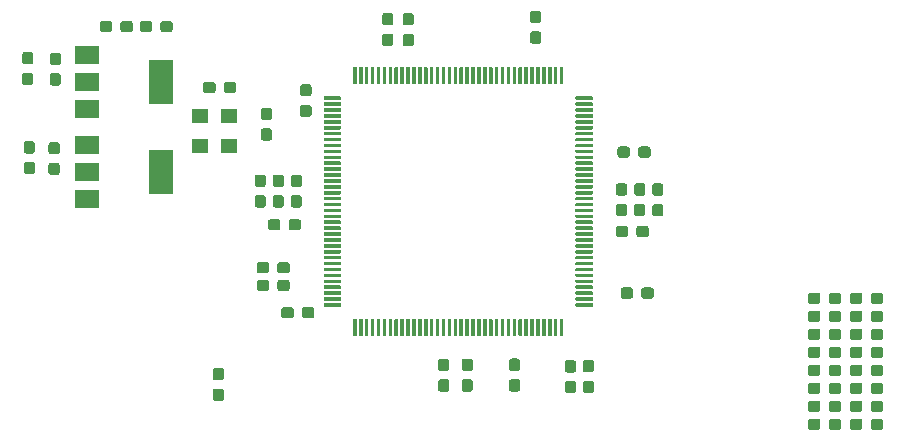
<source format=gtp>
G04 #@! TF.GenerationSoftware,KiCad,Pcbnew,5.1.5-52549c5~84~ubuntu18.04.1*
G04 #@! TF.CreationDate,2020-01-12T22:57:12-06:00*
G04 #@! TF.ProjectId,2057-ICE40HX4K-TQ144-breakout,32303537-2d49-4434-9534-304858344b2d,rev?*
G04 #@! TF.SameCoordinates,Original*
G04 #@! TF.FileFunction,Paste,Top*
G04 #@! TF.FilePolarity,Positive*
%FSLAX46Y46*%
G04 Gerber Fmt 4.6, Leading zero omitted, Abs format (unit mm)*
G04 Created by KiCad (PCBNEW 5.1.5-52549c5~84~ubuntu18.04.1) date 2020-01-12 22:57:12*
%MOMM*%
%LPD*%
G04 APERTURE LIST*
%ADD10C,0.100000*%
%ADD11R,1.440000X1.290000*%
%ADD12R,2.000000X1.500000*%
%ADD13R,2.000000X3.800000*%
G04 APERTURE END LIST*
D10*
G36*
X126435779Y-89061144D02*
G01*
X126458834Y-89064563D01*
X126481443Y-89070227D01*
X126503387Y-89078079D01*
X126524457Y-89088044D01*
X126544448Y-89100026D01*
X126563168Y-89113910D01*
X126580438Y-89129562D01*
X126596090Y-89146832D01*
X126609974Y-89165552D01*
X126621956Y-89185543D01*
X126631921Y-89206613D01*
X126639773Y-89228557D01*
X126645437Y-89251166D01*
X126648856Y-89274221D01*
X126650000Y-89297500D01*
X126650000Y-89772500D01*
X126648856Y-89795779D01*
X126645437Y-89818834D01*
X126639773Y-89841443D01*
X126631921Y-89863387D01*
X126621956Y-89884457D01*
X126609974Y-89904448D01*
X126596090Y-89923168D01*
X126580438Y-89940438D01*
X126563168Y-89956090D01*
X126544448Y-89969974D01*
X126524457Y-89981956D01*
X126503387Y-89991921D01*
X126481443Y-89999773D01*
X126458834Y-90005437D01*
X126435779Y-90008856D01*
X126412500Y-90010000D01*
X125837500Y-90010000D01*
X125814221Y-90008856D01*
X125791166Y-90005437D01*
X125768557Y-89999773D01*
X125746613Y-89991921D01*
X125725543Y-89981956D01*
X125705552Y-89969974D01*
X125686832Y-89956090D01*
X125669562Y-89940438D01*
X125653910Y-89923168D01*
X125640026Y-89904448D01*
X125628044Y-89884457D01*
X125618079Y-89863387D01*
X125610227Y-89841443D01*
X125604563Y-89818834D01*
X125601144Y-89795779D01*
X125600000Y-89772500D01*
X125600000Y-89297500D01*
X125601144Y-89274221D01*
X125604563Y-89251166D01*
X125610227Y-89228557D01*
X125618079Y-89206613D01*
X125628044Y-89185543D01*
X125640026Y-89165552D01*
X125653910Y-89146832D01*
X125669562Y-89129562D01*
X125686832Y-89113910D01*
X125705552Y-89100026D01*
X125725543Y-89088044D01*
X125746613Y-89078079D01*
X125768557Y-89070227D01*
X125791166Y-89064563D01*
X125814221Y-89061144D01*
X125837500Y-89060000D01*
X126412500Y-89060000D01*
X126435779Y-89061144D01*
G37*
G36*
X128185779Y-89061144D02*
G01*
X128208834Y-89064563D01*
X128231443Y-89070227D01*
X128253387Y-89078079D01*
X128274457Y-89088044D01*
X128294448Y-89100026D01*
X128313168Y-89113910D01*
X128330438Y-89129562D01*
X128346090Y-89146832D01*
X128359974Y-89165552D01*
X128371956Y-89185543D01*
X128381921Y-89206613D01*
X128389773Y-89228557D01*
X128395437Y-89251166D01*
X128398856Y-89274221D01*
X128400000Y-89297500D01*
X128400000Y-89772500D01*
X128398856Y-89795779D01*
X128395437Y-89818834D01*
X128389773Y-89841443D01*
X128381921Y-89863387D01*
X128371956Y-89884457D01*
X128359974Y-89904448D01*
X128346090Y-89923168D01*
X128330438Y-89940438D01*
X128313168Y-89956090D01*
X128294448Y-89969974D01*
X128274457Y-89981956D01*
X128253387Y-89991921D01*
X128231443Y-89999773D01*
X128208834Y-90005437D01*
X128185779Y-90008856D01*
X128162500Y-90010000D01*
X127587500Y-90010000D01*
X127564221Y-90008856D01*
X127541166Y-90005437D01*
X127518557Y-89999773D01*
X127496613Y-89991921D01*
X127475543Y-89981956D01*
X127455552Y-89969974D01*
X127436832Y-89956090D01*
X127419562Y-89940438D01*
X127403910Y-89923168D01*
X127390026Y-89904448D01*
X127378044Y-89884457D01*
X127368079Y-89863387D01*
X127360227Y-89841443D01*
X127354563Y-89818834D01*
X127351144Y-89795779D01*
X127350000Y-89772500D01*
X127350000Y-89297500D01*
X127351144Y-89274221D01*
X127354563Y-89251166D01*
X127360227Y-89228557D01*
X127368079Y-89206613D01*
X127378044Y-89185543D01*
X127390026Y-89165552D01*
X127403910Y-89146832D01*
X127419562Y-89129562D01*
X127436832Y-89113910D01*
X127455552Y-89100026D01*
X127475543Y-89088044D01*
X127496613Y-89078079D01*
X127518557Y-89070227D01*
X127541166Y-89064563D01*
X127564221Y-89061144D01*
X127587500Y-89060000D01*
X128162500Y-89060000D01*
X128185779Y-89061144D01*
G37*
G36*
X126435779Y-87537144D02*
G01*
X126458834Y-87540563D01*
X126481443Y-87546227D01*
X126503387Y-87554079D01*
X126524457Y-87564044D01*
X126544448Y-87576026D01*
X126563168Y-87589910D01*
X126580438Y-87605562D01*
X126596090Y-87622832D01*
X126609974Y-87641552D01*
X126621956Y-87661543D01*
X126631921Y-87682613D01*
X126639773Y-87704557D01*
X126645437Y-87727166D01*
X126648856Y-87750221D01*
X126650000Y-87773500D01*
X126650000Y-88248500D01*
X126648856Y-88271779D01*
X126645437Y-88294834D01*
X126639773Y-88317443D01*
X126631921Y-88339387D01*
X126621956Y-88360457D01*
X126609974Y-88380448D01*
X126596090Y-88399168D01*
X126580438Y-88416438D01*
X126563168Y-88432090D01*
X126544448Y-88445974D01*
X126524457Y-88457956D01*
X126503387Y-88467921D01*
X126481443Y-88475773D01*
X126458834Y-88481437D01*
X126435779Y-88484856D01*
X126412500Y-88486000D01*
X125837500Y-88486000D01*
X125814221Y-88484856D01*
X125791166Y-88481437D01*
X125768557Y-88475773D01*
X125746613Y-88467921D01*
X125725543Y-88457956D01*
X125705552Y-88445974D01*
X125686832Y-88432090D01*
X125669562Y-88416438D01*
X125653910Y-88399168D01*
X125640026Y-88380448D01*
X125628044Y-88360457D01*
X125618079Y-88339387D01*
X125610227Y-88317443D01*
X125604563Y-88294834D01*
X125601144Y-88271779D01*
X125600000Y-88248500D01*
X125600000Y-87773500D01*
X125601144Y-87750221D01*
X125604563Y-87727166D01*
X125610227Y-87704557D01*
X125618079Y-87682613D01*
X125628044Y-87661543D01*
X125640026Y-87641552D01*
X125653910Y-87622832D01*
X125669562Y-87605562D01*
X125686832Y-87589910D01*
X125705552Y-87576026D01*
X125725543Y-87564044D01*
X125746613Y-87554079D01*
X125768557Y-87546227D01*
X125791166Y-87540563D01*
X125814221Y-87537144D01*
X125837500Y-87536000D01*
X126412500Y-87536000D01*
X126435779Y-87537144D01*
G37*
G36*
X128185779Y-87537144D02*
G01*
X128208834Y-87540563D01*
X128231443Y-87546227D01*
X128253387Y-87554079D01*
X128274457Y-87564044D01*
X128294448Y-87576026D01*
X128313168Y-87589910D01*
X128330438Y-87605562D01*
X128346090Y-87622832D01*
X128359974Y-87641552D01*
X128371956Y-87661543D01*
X128381921Y-87682613D01*
X128389773Y-87704557D01*
X128395437Y-87727166D01*
X128398856Y-87750221D01*
X128400000Y-87773500D01*
X128400000Y-88248500D01*
X128398856Y-88271779D01*
X128395437Y-88294834D01*
X128389773Y-88317443D01*
X128381921Y-88339387D01*
X128371956Y-88360457D01*
X128359974Y-88380448D01*
X128346090Y-88399168D01*
X128330438Y-88416438D01*
X128313168Y-88432090D01*
X128294448Y-88445974D01*
X128274457Y-88457956D01*
X128253387Y-88467921D01*
X128231443Y-88475773D01*
X128208834Y-88481437D01*
X128185779Y-88484856D01*
X128162500Y-88486000D01*
X127587500Y-88486000D01*
X127564221Y-88484856D01*
X127541166Y-88481437D01*
X127518557Y-88475773D01*
X127496613Y-88467921D01*
X127475543Y-88457956D01*
X127455552Y-88445974D01*
X127436832Y-88432090D01*
X127419562Y-88416438D01*
X127403910Y-88399168D01*
X127390026Y-88380448D01*
X127378044Y-88360457D01*
X127368079Y-88339387D01*
X127360227Y-88317443D01*
X127354563Y-88294834D01*
X127351144Y-88271779D01*
X127350000Y-88248500D01*
X127350000Y-87773500D01*
X127351144Y-87750221D01*
X127354563Y-87727166D01*
X127360227Y-87704557D01*
X127368079Y-87682613D01*
X127378044Y-87661543D01*
X127390026Y-87641552D01*
X127403910Y-87622832D01*
X127419562Y-87605562D01*
X127436832Y-87589910D01*
X127455552Y-87576026D01*
X127475543Y-87564044D01*
X127496613Y-87554079D01*
X127518557Y-87546227D01*
X127541166Y-87540563D01*
X127564221Y-87537144D01*
X127587500Y-87536000D01*
X128162500Y-87536000D01*
X128185779Y-87537144D01*
G37*
G36*
X126435779Y-86013144D02*
G01*
X126458834Y-86016563D01*
X126481443Y-86022227D01*
X126503387Y-86030079D01*
X126524457Y-86040044D01*
X126544448Y-86052026D01*
X126563168Y-86065910D01*
X126580438Y-86081562D01*
X126596090Y-86098832D01*
X126609974Y-86117552D01*
X126621956Y-86137543D01*
X126631921Y-86158613D01*
X126639773Y-86180557D01*
X126645437Y-86203166D01*
X126648856Y-86226221D01*
X126650000Y-86249500D01*
X126650000Y-86724500D01*
X126648856Y-86747779D01*
X126645437Y-86770834D01*
X126639773Y-86793443D01*
X126631921Y-86815387D01*
X126621956Y-86836457D01*
X126609974Y-86856448D01*
X126596090Y-86875168D01*
X126580438Y-86892438D01*
X126563168Y-86908090D01*
X126544448Y-86921974D01*
X126524457Y-86933956D01*
X126503387Y-86943921D01*
X126481443Y-86951773D01*
X126458834Y-86957437D01*
X126435779Y-86960856D01*
X126412500Y-86962000D01*
X125837500Y-86962000D01*
X125814221Y-86960856D01*
X125791166Y-86957437D01*
X125768557Y-86951773D01*
X125746613Y-86943921D01*
X125725543Y-86933956D01*
X125705552Y-86921974D01*
X125686832Y-86908090D01*
X125669562Y-86892438D01*
X125653910Y-86875168D01*
X125640026Y-86856448D01*
X125628044Y-86836457D01*
X125618079Y-86815387D01*
X125610227Y-86793443D01*
X125604563Y-86770834D01*
X125601144Y-86747779D01*
X125600000Y-86724500D01*
X125600000Y-86249500D01*
X125601144Y-86226221D01*
X125604563Y-86203166D01*
X125610227Y-86180557D01*
X125618079Y-86158613D01*
X125628044Y-86137543D01*
X125640026Y-86117552D01*
X125653910Y-86098832D01*
X125669562Y-86081562D01*
X125686832Y-86065910D01*
X125705552Y-86052026D01*
X125725543Y-86040044D01*
X125746613Y-86030079D01*
X125768557Y-86022227D01*
X125791166Y-86016563D01*
X125814221Y-86013144D01*
X125837500Y-86012000D01*
X126412500Y-86012000D01*
X126435779Y-86013144D01*
G37*
G36*
X128185779Y-86013144D02*
G01*
X128208834Y-86016563D01*
X128231443Y-86022227D01*
X128253387Y-86030079D01*
X128274457Y-86040044D01*
X128294448Y-86052026D01*
X128313168Y-86065910D01*
X128330438Y-86081562D01*
X128346090Y-86098832D01*
X128359974Y-86117552D01*
X128371956Y-86137543D01*
X128381921Y-86158613D01*
X128389773Y-86180557D01*
X128395437Y-86203166D01*
X128398856Y-86226221D01*
X128400000Y-86249500D01*
X128400000Y-86724500D01*
X128398856Y-86747779D01*
X128395437Y-86770834D01*
X128389773Y-86793443D01*
X128381921Y-86815387D01*
X128371956Y-86836457D01*
X128359974Y-86856448D01*
X128346090Y-86875168D01*
X128330438Y-86892438D01*
X128313168Y-86908090D01*
X128294448Y-86921974D01*
X128274457Y-86933956D01*
X128253387Y-86943921D01*
X128231443Y-86951773D01*
X128208834Y-86957437D01*
X128185779Y-86960856D01*
X128162500Y-86962000D01*
X127587500Y-86962000D01*
X127564221Y-86960856D01*
X127541166Y-86957437D01*
X127518557Y-86951773D01*
X127496613Y-86943921D01*
X127475543Y-86933956D01*
X127455552Y-86921974D01*
X127436832Y-86908090D01*
X127419562Y-86892438D01*
X127403910Y-86875168D01*
X127390026Y-86856448D01*
X127378044Y-86836457D01*
X127368079Y-86815387D01*
X127360227Y-86793443D01*
X127354563Y-86770834D01*
X127351144Y-86747779D01*
X127350000Y-86724500D01*
X127350000Y-86249500D01*
X127351144Y-86226221D01*
X127354563Y-86203166D01*
X127360227Y-86180557D01*
X127368079Y-86158613D01*
X127378044Y-86137543D01*
X127390026Y-86117552D01*
X127403910Y-86098832D01*
X127419562Y-86081562D01*
X127436832Y-86065910D01*
X127455552Y-86052026D01*
X127475543Y-86040044D01*
X127496613Y-86030079D01*
X127518557Y-86022227D01*
X127541166Y-86016563D01*
X127564221Y-86013144D01*
X127587500Y-86012000D01*
X128162500Y-86012000D01*
X128185779Y-86013144D01*
G37*
G36*
X126435779Y-84489144D02*
G01*
X126458834Y-84492563D01*
X126481443Y-84498227D01*
X126503387Y-84506079D01*
X126524457Y-84516044D01*
X126544448Y-84528026D01*
X126563168Y-84541910D01*
X126580438Y-84557562D01*
X126596090Y-84574832D01*
X126609974Y-84593552D01*
X126621956Y-84613543D01*
X126631921Y-84634613D01*
X126639773Y-84656557D01*
X126645437Y-84679166D01*
X126648856Y-84702221D01*
X126650000Y-84725500D01*
X126650000Y-85200500D01*
X126648856Y-85223779D01*
X126645437Y-85246834D01*
X126639773Y-85269443D01*
X126631921Y-85291387D01*
X126621956Y-85312457D01*
X126609974Y-85332448D01*
X126596090Y-85351168D01*
X126580438Y-85368438D01*
X126563168Y-85384090D01*
X126544448Y-85397974D01*
X126524457Y-85409956D01*
X126503387Y-85419921D01*
X126481443Y-85427773D01*
X126458834Y-85433437D01*
X126435779Y-85436856D01*
X126412500Y-85438000D01*
X125837500Y-85438000D01*
X125814221Y-85436856D01*
X125791166Y-85433437D01*
X125768557Y-85427773D01*
X125746613Y-85419921D01*
X125725543Y-85409956D01*
X125705552Y-85397974D01*
X125686832Y-85384090D01*
X125669562Y-85368438D01*
X125653910Y-85351168D01*
X125640026Y-85332448D01*
X125628044Y-85312457D01*
X125618079Y-85291387D01*
X125610227Y-85269443D01*
X125604563Y-85246834D01*
X125601144Y-85223779D01*
X125600000Y-85200500D01*
X125600000Y-84725500D01*
X125601144Y-84702221D01*
X125604563Y-84679166D01*
X125610227Y-84656557D01*
X125618079Y-84634613D01*
X125628044Y-84613543D01*
X125640026Y-84593552D01*
X125653910Y-84574832D01*
X125669562Y-84557562D01*
X125686832Y-84541910D01*
X125705552Y-84528026D01*
X125725543Y-84516044D01*
X125746613Y-84506079D01*
X125768557Y-84498227D01*
X125791166Y-84492563D01*
X125814221Y-84489144D01*
X125837500Y-84488000D01*
X126412500Y-84488000D01*
X126435779Y-84489144D01*
G37*
G36*
X128185779Y-84489144D02*
G01*
X128208834Y-84492563D01*
X128231443Y-84498227D01*
X128253387Y-84506079D01*
X128274457Y-84516044D01*
X128294448Y-84528026D01*
X128313168Y-84541910D01*
X128330438Y-84557562D01*
X128346090Y-84574832D01*
X128359974Y-84593552D01*
X128371956Y-84613543D01*
X128381921Y-84634613D01*
X128389773Y-84656557D01*
X128395437Y-84679166D01*
X128398856Y-84702221D01*
X128400000Y-84725500D01*
X128400000Y-85200500D01*
X128398856Y-85223779D01*
X128395437Y-85246834D01*
X128389773Y-85269443D01*
X128381921Y-85291387D01*
X128371956Y-85312457D01*
X128359974Y-85332448D01*
X128346090Y-85351168D01*
X128330438Y-85368438D01*
X128313168Y-85384090D01*
X128294448Y-85397974D01*
X128274457Y-85409956D01*
X128253387Y-85419921D01*
X128231443Y-85427773D01*
X128208834Y-85433437D01*
X128185779Y-85436856D01*
X128162500Y-85438000D01*
X127587500Y-85438000D01*
X127564221Y-85436856D01*
X127541166Y-85433437D01*
X127518557Y-85427773D01*
X127496613Y-85419921D01*
X127475543Y-85409956D01*
X127455552Y-85397974D01*
X127436832Y-85384090D01*
X127419562Y-85368438D01*
X127403910Y-85351168D01*
X127390026Y-85332448D01*
X127378044Y-85312457D01*
X127368079Y-85291387D01*
X127360227Y-85269443D01*
X127354563Y-85246834D01*
X127351144Y-85223779D01*
X127350000Y-85200500D01*
X127350000Y-84725500D01*
X127351144Y-84702221D01*
X127354563Y-84679166D01*
X127360227Y-84656557D01*
X127368079Y-84634613D01*
X127378044Y-84613543D01*
X127390026Y-84593552D01*
X127403910Y-84574832D01*
X127419562Y-84557562D01*
X127436832Y-84541910D01*
X127455552Y-84528026D01*
X127475543Y-84516044D01*
X127496613Y-84506079D01*
X127518557Y-84498227D01*
X127541166Y-84492563D01*
X127564221Y-84489144D01*
X127587500Y-84488000D01*
X128162500Y-84488000D01*
X128185779Y-84489144D01*
G37*
G36*
X124629779Y-89061144D02*
G01*
X124652834Y-89064563D01*
X124675443Y-89070227D01*
X124697387Y-89078079D01*
X124718457Y-89088044D01*
X124738448Y-89100026D01*
X124757168Y-89113910D01*
X124774438Y-89129562D01*
X124790090Y-89146832D01*
X124803974Y-89165552D01*
X124815956Y-89185543D01*
X124825921Y-89206613D01*
X124833773Y-89228557D01*
X124839437Y-89251166D01*
X124842856Y-89274221D01*
X124844000Y-89297500D01*
X124844000Y-89772500D01*
X124842856Y-89795779D01*
X124839437Y-89818834D01*
X124833773Y-89841443D01*
X124825921Y-89863387D01*
X124815956Y-89884457D01*
X124803974Y-89904448D01*
X124790090Y-89923168D01*
X124774438Y-89940438D01*
X124757168Y-89956090D01*
X124738448Y-89969974D01*
X124718457Y-89981956D01*
X124697387Y-89991921D01*
X124675443Y-89999773D01*
X124652834Y-90005437D01*
X124629779Y-90008856D01*
X124606500Y-90010000D01*
X124031500Y-90010000D01*
X124008221Y-90008856D01*
X123985166Y-90005437D01*
X123962557Y-89999773D01*
X123940613Y-89991921D01*
X123919543Y-89981956D01*
X123899552Y-89969974D01*
X123880832Y-89956090D01*
X123863562Y-89940438D01*
X123847910Y-89923168D01*
X123834026Y-89904448D01*
X123822044Y-89884457D01*
X123812079Y-89863387D01*
X123804227Y-89841443D01*
X123798563Y-89818834D01*
X123795144Y-89795779D01*
X123794000Y-89772500D01*
X123794000Y-89297500D01*
X123795144Y-89274221D01*
X123798563Y-89251166D01*
X123804227Y-89228557D01*
X123812079Y-89206613D01*
X123822044Y-89185543D01*
X123834026Y-89165552D01*
X123847910Y-89146832D01*
X123863562Y-89129562D01*
X123880832Y-89113910D01*
X123899552Y-89100026D01*
X123919543Y-89088044D01*
X123940613Y-89078079D01*
X123962557Y-89070227D01*
X123985166Y-89064563D01*
X124008221Y-89061144D01*
X124031500Y-89060000D01*
X124606500Y-89060000D01*
X124629779Y-89061144D01*
G37*
G36*
X122879779Y-89061144D02*
G01*
X122902834Y-89064563D01*
X122925443Y-89070227D01*
X122947387Y-89078079D01*
X122968457Y-89088044D01*
X122988448Y-89100026D01*
X123007168Y-89113910D01*
X123024438Y-89129562D01*
X123040090Y-89146832D01*
X123053974Y-89165552D01*
X123065956Y-89185543D01*
X123075921Y-89206613D01*
X123083773Y-89228557D01*
X123089437Y-89251166D01*
X123092856Y-89274221D01*
X123094000Y-89297500D01*
X123094000Y-89772500D01*
X123092856Y-89795779D01*
X123089437Y-89818834D01*
X123083773Y-89841443D01*
X123075921Y-89863387D01*
X123065956Y-89884457D01*
X123053974Y-89904448D01*
X123040090Y-89923168D01*
X123024438Y-89940438D01*
X123007168Y-89956090D01*
X122988448Y-89969974D01*
X122968457Y-89981956D01*
X122947387Y-89991921D01*
X122925443Y-89999773D01*
X122902834Y-90005437D01*
X122879779Y-90008856D01*
X122856500Y-90010000D01*
X122281500Y-90010000D01*
X122258221Y-90008856D01*
X122235166Y-90005437D01*
X122212557Y-89999773D01*
X122190613Y-89991921D01*
X122169543Y-89981956D01*
X122149552Y-89969974D01*
X122130832Y-89956090D01*
X122113562Y-89940438D01*
X122097910Y-89923168D01*
X122084026Y-89904448D01*
X122072044Y-89884457D01*
X122062079Y-89863387D01*
X122054227Y-89841443D01*
X122048563Y-89818834D01*
X122045144Y-89795779D01*
X122044000Y-89772500D01*
X122044000Y-89297500D01*
X122045144Y-89274221D01*
X122048563Y-89251166D01*
X122054227Y-89228557D01*
X122062079Y-89206613D01*
X122072044Y-89185543D01*
X122084026Y-89165552D01*
X122097910Y-89146832D01*
X122113562Y-89129562D01*
X122130832Y-89113910D01*
X122149552Y-89100026D01*
X122169543Y-89088044D01*
X122190613Y-89078079D01*
X122212557Y-89070227D01*
X122235166Y-89064563D01*
X122258221Y-89061144D01*
X122281500Y-89060000D01*
X122856500Y-89060000D01*
X122879779Y-89061144D01*
G37*
G36*
X124629779Y-87537144D02*
G01*
X124652834Y-87540563D01*
X124675443Y-87546227D01*
X124697387Y-87554079D01*
X124718457Y-87564044D01*
X124738448Y-87576026D01*
X124757168Y-87589910D01*
X124774438Y-87605562D01*
X124790090Y-87622832D01*
X124803974Y-87641552D01*
X124815956Y-87661543D01*
X124825921Y-87682613D01*
X124833773Y-87704557D01*
X124839437Y-87727166D01*
X124842856Y-87750221D01*
X124844000Y-87773500D01*
X124844000Y-88248500D01*
X124842856Y-88271779D01*
X124839437Y-88294834D01*
X124833773Y-88317443D01*
X124825921Y-88339387D01*
X124815956Y-88360457D01*
X124803974Y-88380448D01*
X124790090Y-88399168D01*
X124774438Y-88416438D01*
X124757168Y-88432090D01*
X124738448Y-88445974D01*
X124718457Y-88457956D01*
X124697387Y-88467921D01*
X124675443Y-88475773D01*
X124652834Y-88481437D01*
X124629779Y-88484856D01*
X124606500Y-88486000D01*
X124031500Y-88486000D01*
X124008221Y-88484856D01*
X123985166Y-88481437D01*
X123962557Y-88475773D01*
X123940613Y-88467921D01*
X123919543Y-88457956D01*
X123899552Y-88445974D01*
X123880832Y-88432090D01*
X123863562Y-88416438D01*
X123847910Y-88399168D01*
X123834026Y-88380448D01*
X123822044Y-88360457D01*
X123812079Y-88339387D01*
X123804227Y-88317443D01*
X123798563Y-88294834D01*
X123795144Y-88271779D01*
X123794000Y-88248500D01*
X123794000Y-87773500D01*
X123795144Y-87750221D01*
X123798563Y-87727166D01*
X123804227Y-87704557D01*
X123812079Y-87682613D01*
X123822044Y-87661543D01*
X123834026Y-87641552D01*
X123847910Y-87622832D01*
X123863562Y-87605562D01*
X123880832Y-87589910D01*
X123899552Y-87576026D01*
X123919543Y-87564044D01*
X123940613Y-87554079D01*
X123962557Y-87546227D01*
X123985166Y-87540563D01*
X124008221Y-87537144D01*
X124031500Y-87536000D01*
X124606500Y-87536000D01*
X124629779Y-87537144D01*
G37*
G36*
X122879779Y-87537144D02*
G01*
X122902834Y-87540563D01*
X122925443Y-87546227D01*
X122947387Y-87554079D01*
X122968457Y-87564044D01*
X122988448Y-87576026D01*
X123007168Y-87589910D01*
X123024438Y-87605562D01*
X123040090Y-87622832D01*
X123053974Y-87641552D01*
X123065956Y-87661543D01*
X123075921Y-87682613D01*
X123083773Y-87704557D01*
X123089437Y-87727166D01*
X123092856Y-87750221D01*
X123094000Y-87773500D01*
X123094000Y-88248500D01*
X123092856Y-88271779D01*
X123089437Y-88294834D01*
X123083773Y-88317443D01*
X123075921Y-88339387D01*
X123065956Y-88360457D01*
X123053974Y-88380448D01*
X123040090Y-88399168D01*
X123024438Y-88416438D01*
X123007168Y-88432090D01*
X122988448Y-88445974D01*
X122968457Y-88457956D01*
X122947387Y-88467921D01*
X122925443Y-88475773D01*
X122902834Y-88481437D01*
X122879779Y-88484856D01*
X122856500Y-88486000D01*
X122281500Y-88486000D01*
X122258221Y-88484856D01*
X122235166Y-88481437D01*
X122212557Y-88475773D01*
X122190613Y-88467921D01*
X122169543Y-88457956D01*
X122149552Y-88445974D01*
X122130832Y-88432090D01*
X122113562Y-88416438D01*
X122097910Y-88399168D01*
X122084026Y-88380448D01*
X122072044Y-88360457D01*
X122062079Y-88339387D01*
X122054227Y-88317443D01*
X122048563Y-88294834D01*
X122045144Y-88271779D01*
X122044000Y-88248500D01*
X122044000Y-87773500D01*
X122045144Y-87750221D01*
X122048563Y-87727166D01*
X122054227Y-87704557D01*
X122062079Y-87682613D01*
X122072044Y-87661543D01*
X122084026Y-87641552D01*
X122097910Y-87622832D01*
X122113562Y-87605562D01*
X122130832Y-87589910D01*
X122149552Y-87576026D01*
X122169543Y-87564044D01*
X122190613Y-87554079D01*
X122212557Y-87546227D01*
X122235166Y-87540563D01*
X122258221Y-87537144D01*
X122281500Y-87536000D01*
X122856500Y-87536000D01*
X122879779Y-87537144D01*
G37*
G36*
X124629779Y-86013144D02*
G01*
X124652834Y-86016563D01*
X124675443Y-86022227D01*
X124697387Y-86030079D01*
X124718457Y-86040044D01*
X124738448Y-86052026D01*
X124757168Y-86065910D01*
X124774438Y-86081562D01*
X124790090Y-86098832D01*
X124803974Y-86117552D01*
X124815956Y-86137543D01*
X124825921Y-86158613D01*
X124833773Y-86180557D01*
X124839437Y-86203166D01*
X124842856Y-86226221D01*
X124844000Y-86249500D01*
X124844000Y-86724500D01*
X124842856Y-86747779D01*
X124839437Y-86770834D01*
X124833773Y-86793443D01*
X124825921Y-86815387D01*
X124815956Y-86836457D01*
X124803974Y-86856448D01*
X124790090Y-86875168D01*
X124774438Y-86892438D01*
X124757168Y-86908090D01*
X124738448Y-86921974D01*
X124718457Y-86933956D01*
X124697387Y-86943921D01*
X124675443Y-86951773D01*
X124652834Y-86957437D01*
X124629779Y-86960856D01*
X124606500Y-86962000D01*
X124031500Y-86962000D01*
X124008221Y-86960856D01*
X123985166Y-86957437D01*
X123962557Y-86951773D01*
X123940613Y-86943921D01*
X123919543Y-86933956D01*
X123899552Y-86921974D01*
X123880832Y-86908090D01*
X123863562Y-86892438D01*
X123847910Y-86875168D01*
X123834026Y-86856448D01*
X123822044Y-86836457D01*
X123812079Y-86815387D01*
X123804227Y-86793443D01*
X123798563Y-86770834D01*
X123795144Y-86747779D01*
X123794000Y-86724500D01*
X123794000Y-86249500D01*
X123795144Y-86226221D01*
X123798563Y-86203166D01*
X123804227Y-86180557D01*
X123812079Y-86158613D01*
X123822044Y-86137543D01*
X123834026Y-86117552D01*
X123847910Y-86098832D01*
X123863562Y-86081562D01*
X123880832Y-86065910D01*
X123899552Y-86052026D01*
X123919543Y-86040044D01*
X123940613Y-86030079D01*
X123962557Y-86022227D01*
X123985166Y-86016563D01*
X124008221Y-86013144D01*
X124031500Y-86012000D01*
X124606500Y-86012000D01*
X124629779Y-86013144D01*
G37*
G36*
X122879779Y-86013144D02*
G01*
X122902834Y-86016563D01*
X122925443Y-86022227D01*
X122947387Y-86030079D01*
X122968457Y-86040044D01*
X122988448Y-86052026D01*
X123007168Y-86065910D01*
X123024438Y-86081562D01*
X123040090Y-86098832D01*
X123053974Y-86117552D01*
X123065956Y-86137543D01*
X123075921Y-86158613D01*
X123083773Y-86180557D01*
X123089437Y-86203166D01*
X123092856Y-86226221D01*
X123094000Y-86249500D01*
X123094000Y-86724500D01*
X123092856Y-86747779D01*
X123089437Y-86770834D01*
X123083773Y-86793443D01*
X123075921Y-86815387D01*
X123065956Y-86836457D01*
X123053974Y-86856448D01*
X123040090Y-86875168D01*
X123024438Y-86892438D01*
X123007168Y-86908090D01*
X122988448Y-86921974D01*
X122968457Y-86933956D01*
X122947387Y-86943921D01*
X122925443Y-86951773D01*
X122902834Y-86957437D01*
X122879779Y-86960856D01*
X122856500Y-86962000D01*
X122281500Y-86962000D01*
X122258221Y-86960856D01*
X122235166Y-86957437D01*
X122212557Y-86951773D01*
X122190613Y-86943921D01*
X122169543Y-86933956D01*
X122149552Y-86921974D01*
X122130832Y-86908090D01*
X122113562Y-86892438D01*
X122097910Y-86875168D01*
X122084026Y-86856448D01*
X122072044Y-86836457D01*
X122062079Y-86815387D01*
X122054227Y-86793443D01*
X122048563Y-86770834D01*
X122045144Y-86747779D01*
X122044000Y-86724500D01*
X122044000Y-86249500D01*
X122045144Y-86226221D01*
X122048563Y-86203166D01*
X122054227Y-86180557D01*
X122062079Y-86158613D01*
X122072044Y-86137543D01*
X122084026Y-86117552D01*
X122097910Y-86098832D01*
X122113562Y-86081562D01*
X122130832Y-86065910D01*
X122149552Y-86052026D01*
X122169543Y-86040044D01*
X122190613Y-86030079D01*
X122212557Y-86022227D01*
X122235166Y-86016563D01*
X122258221Y-86013144D01*
X122281500Y-86012000D01*
X122856500Y-86012000D01*
X122879779Y-86013144D01*
G37*
G36*
X124629779Y-84489144D02*
G01*
X124652834Y-84492563D01*
X124675443Y-84498227D01*
X124697387Y-84506079D01*
X124718457Y-84516044D01*
X124738448Y-84528026D01*
X124757168Y-84541910D01*
X124774438Y-84557562D01*
X124790090Y-84574832D01*
X124803974Y-84593552D01*
X124815956Y-84613543D01*
X124825921Y-84634613D01*
X124833773Y-84656557D01*
X124839437Y-84679166D01*
X124842856Y-84702221D01*
X124844000Y-84725500D01*
X124844000Y-85200500D01*
X124842856Y-85223779D01*
X124839437Y-85246834D01*
X124833773Y-85269443D01*
X124825921Y-85291387D01*
X124815956Y-85312457D01*
X124803974Y-85332448D01*
X124790090Y-85351168D01*
X124774438Y-85368438D01*
X124757168Y-85384090D01*
X124738448Y-85397974D01*
X124718457Y-85409956D01*
X124697387Y-85419921D01*
X124675443Y-85427773D01*
X124652834Y-85433437D01*
X124629779Y-85436856D01*
X124606500Y-85438000D01*
X124031500Y-85438000D01*
X124008221Y-85436856D01*
X123985166Y-85433437D01*
X123962557Y-85427773D01*
X123940613Y-85419921D01*
X123919543Y-85409956D01*
X123899552Y-85397974D01*
X123880832Y-85384090D01*
X123863562Y-85368438D01*
X123847910Y-85351168D01*
X123834026Y-85332448D01*
X123822044Y-85312457D01*
X123812079Y-85291387D01*
X123804227Y-85269443D01*
X123798563Y-85246834D01*
X123795144Y-85223779D01*
X123794000Y-85200500D01*
X123794000Y-84725500D01*
X123795144Y-84702221D01*
X123798563Y-84679166D01*
X123804227Y-84656557D01*
X123812079Y-84634613D01*
X123822044Y-84613543D01*
X123834026Y-84593552D01*
X123847910Y-84574832D01*
X123863562Y-84557562D01*
X123880832Y-84541910D01*
X123899552Y-84528026D01*
X123919543Y-84516044D01*
X123940613Y-84506079D01*
X123962557Y-84498227D01*
X123985166Y-84492563D01*
X124008221Y-84489144D01*
X124031500Y-84488000D01*
X124606500Y-84488000D01*
X124629779Y-84489144D01*
G37*
G36*
X122879779Y-84489144D02*
G01*
X122902834Y-84492563D01*
X122925443Y-84498227D01*
X122947387Y-84506079D01*
X122968457Y-84516044D01*
X122988448Y-84528026D01*
X123007168Y-84541910D01*
X123024438Y-84557562D01*
X123040090Y-84574832D01*
X123053974Y-84593552D01*
X123065956Y-84613543D01*
X123075921Y-84634613D01*
X123083773Y-84656557D01*
X123089437Y-84679166D01*
X123092856Y-84702221D01*
X123094000Y-84725500D01*
X123094000Y-85200500D01*
X123092856Y-85223779D01*
X123089437Y-85246834D01*
X123083773Y-85269443D01*
X123075921Y-85291387D01*
X123065956Y-85312457D01*
X123053974Y-85332448D01*
X123040090Y-85351168D01*
X123024438Y-85368438D01*
X123007168Y-85384090D01*
X122988448Y-85397974D01*
X122968457Y-85409956D01*
X122947387Y-85419921D01*
X122925443Y-85427773D01*
X122902834Y-85433437D01*
X122879779Y-85436856D01*
X122856500Y-85438000D01*
X122281500Y-85438000D01*
X122258221Y-85436856D01*
X122235166Y-85433437D01*
X122212557Y-85427773D01*
X122190613Y-85419921D01*
X122169543Y-85409956D01*
X122149552Y-85397974D01*
X122130832Y-85384090D01*
X122113562Y-85368438D01*
X122097910Y-85351168D01*
X122084026Y-85332448D01*
X122072044Y-85312457D01*
X122062079Y-85291387D01*
X122054227Y-85269443D01*
X122048563Y-85246834D01*
X122045144Y-85223779D01*
X122044000Y-85200500D01*
X122044000Y-84725500D01*
X122045144Y-84702221D01*
X122048563Y-84679166D01*
X122054227Y-84656557D01*
X122062079Y-84634613D01*
X122072044Y-84613543D01*
X122084026Y-84593552D01*
X122097910Y-84574832D01*
X122113562Y-84557562D01*
X122130832Y-84541910D01*
X122149552Y-84528026D01*
X122169543Y-84516044D01*
X122190613Y-84506079D01*
X122212557Y-84498227D01*
X122235166Y-84492563D01*
X122258221Y-84489144D01*
X122281500Y-84488000D01*
X122856500Y-84488000D01*
X122879779Y-84489144D01*
G37*
G36*
X126435779Y-82965144D02*
G01*
X126458834Y-82968563D01*
X126481443Y-82974227D01*
X126503387Y-82982079D01*
X126524457Y-82992044D01*
X126544448Y-83004026D01*
X126563168Y-83017910D01*
X126580438Y-83033562D01*
X126596090Y-83050832D01*
X126609974Y-83069552D01*
X126621956Y-83089543D01*
X126631921Y-83110613D01*
X126639773Y-83132557D01*
X126645437Y-83155166D01*
X126648856Y-83178221D01*
X126650000Y-83201500D01*
X126650000Y-83676500D01*
X126648856Y-83699779D01*
X126645437Y-83722834D01*
X126639773Y-83745443D01*
X126631921Y-83767387D01*
X126621956Y-83788457D01*
X126609974Y-83808448D01*
X126596090Y-83827168D01*
X126580438Y-83844438D01*
X126563168Y-83860090D01*
X126544448Y-83873974D01*
X126524457Y-83885956D01*
X126503387Y-83895921D01*
X126481443Y-83903773D01*
X126458834Y-83909437D01*
X126435779Y-83912856D01*
X126412500Y-83914000D01*
X125837500Y-83914000D01*
X125814221Y-83912856D01*
X125791166Y-83909437D01*
X125768557Y-83903773D01*
X125746613Y-83895921D01*
X125725543Y-83885956D01*
X125705552Y-83873974D01*
X125686832Y-83860090D01*
X125669562Y-83844438D01*
X125653910Y-83827168D01*
X125640026Y-83808448D01*
X125628044Y-83788457D01*
X125618079Y-83767387D01*
X125610227Y-83745443D01*
X125604563Y-83722834D01*
X125601144Y-83699779D01*
X125600000Y-83676500D01*
X125600000Y-83201500D01*
X125601144Y-83178221D01*
X125604563Y-83155166D01*
X125610227Y-83132557D01*
X125618079Y-83110613D01*
X125628044Y-83089543D01*
X125640026Y-83069552D01*
X125653910Y-83050832D01*
X125669562Y-83033562D01*
X125686832Y-83017910D01*
X125705552Y-83004026D01*
X125725543Y-82992044D01*
X125746613Y-82982079D01*
X125768557Y-82974227D01*
X125791166Y-82968563D01*
X125814221Y-82965144D01*
X125837500Y-82964000D01*
X126412500Y-82964000D01*
X126435779Y-82965144D01*
G37*
G36*
X128185779Y-82965144D02*
G01*
X128208834Y-82968563D01*
X128231443Y-82974227D01*
X128253387Y-82982079D01*
X128274457Y-82992044D01*
X128294448Y-83004026D01*
X128313168Y-83017910D01*
X128330438Y-83033562D01*
X128346090Y-83050832D01*
X128359974Y-83069552D01*
X128371956Y-83089543D01*
X128381921Y-83110613D01*
X128389773Y-83132557D01*
X128395437Y-83155166D01*
X128398856Y-83178221D01*
X128400000Y-83201500D01*
X128400000Y-83676500D01*
X128398856Y-83699779D01*
X128395437Y-83722834D01*
X128389773Y-83745443D01*
X128381921Y-83767387D01*
X128371956Y-83788457D01*
X128359974Y-83808448D01*
X128346090Y-83827168D01*
X128330438Y-83844438D01*
X128313168Y-83860090D01*
X128294448Y-83873974D01*
X128274457Y-83885956D01*
X128253387Y-83895921D01*
X128231443Y-83903773D01*
X128208834Y-83909437D01*
X128185779Y-83912856D01*
X128162500Y-83914000D01*
X127587500Y-83914000D01*
X127564221Y-83912856D01*
X127541166Y-83909437D01*
X127518557Y-83903773D01*
X127496613Y-83895921D01*
X127475543Y-83885956D01*
X127455552Y-83873974D01*
X127436832Y-83860090D01*
X127419562Y-83844438D01*
X127403910Y-83827168D01*
X127390026Y-83808448D01*
X127378044Y-83788457D01*
X127368079Y-83767387D01*
X127360227Y-83745443D01*
X127354563Y-83722834D01*
X127351144Y-83699779D01*
X127350000Y-83676500D01*
X127350000Y-83201500D01*
X127351144Y-83178221D01*
X127354563Y-83155166D01*
X127360227Y-83132557D01*
X127368079Y-83110613D01*
X127378044Y-83089543D01*
X127390026Y-83069552D01*
X127403910Y-83050832D01*
X127419562Y-83033562D01*
X127436832Y-83017910D01*
X127455552Y-83004026D01*
X127475543Y-82992044D01*
X127496613Y-82982079D01*
X127518557Y-82974227D01*
X127541166Y-82968563D01*
X127564221Y-82965144D01*
X127587500Y-82964000D01*
X128162500Y-82964000D01*
X128185779Y-82965144D01*
G37*
G36*
X126435779Y-81441144D02*
G01*
X126458834Y-81444563D01*
X126481443Y-81450227D01*
X126503387Y-81458079D01*
X126524457Y-81468044D01*
X126544448Y-81480026D01*
X126563168Y-81493910D01*
X126580438Y-81509562D01*
X126596090Y-81526832D01*
X126609974Y-81545552D01*
X126621956Y-81565543D01*
X126631921Y-81586613D01*
X126639773Y-81608557D01*
X126645437Y-81631166D01*
X126648856Y-81654221D01*
X126650000Y-81677500D01*
X126650000Y-82152500D01*
X126648856Y-82175779D01*
X126645437Y-82198834D01*
X126639773Y-82221443D01*
X126631921Y-82243387D01*
X126621956Y-82264457D01*
X126609974Y-82284448D01*
X126596090Y-82303168D01*
X126580438Y-82320438D01*
X126563168Y-82336090D01*
X126544448Y-82349974D01*
X126524457Y-82361956D01*
X126503387Y-82371921D01*
X126481443Y-82379773D01*
X126458834Y-82385437D01*
X126435779Y-82388856D01*
X126412500Y-82390000D01*
X125837500Y-82390000D01*
X125814221Y-82388856D01*
X125791166Y-82385437D01*
X125768557Y-82379773D01*
X125746613Y-82371921D01*
X125725543Y-82361956D01*
X125705552Y-82349974D01*
X125686832Y-82336090D01*
X125669562Y-82320438D01*
X125653910Y-82303168D01*
X125640026Y-82284448D01*
X125628044Y-82264457D01*
X125618079Y-82243387D01*
X125610227Y-82221443D01*
X125604563Y-82198834D01*
X125601144Y-82175779D01*
X125600000Y-82152500D01*
X125600000Y-81677500D01*
X125601144Y-81654221D01*
X125604563Y-81631166D01*
X125610227Y-81608557D01*
X125618079Y-81586613D01*
X125628044Y-81565543D01*
X125640026Y-81545552D01*
X125653910Y-81526832D01*
X125669562Y-81509562D01*
X125686832Y-81493910D01*
X125705552Y-81480026D01*
X125725543Y-81468044D01*
X125746613Y-81458079D01*
X125768557Y-81450227D01*
X125791166Y-81444563D01*
X125814221Y-81441144D01*
X125837500Y-81440000D01*
X126412500Y-81440000D01*
X126435779Y-81441144D01*
G37*
G36*
X128185779Y-81441144D02*
G01*
X128208834Y-81444563D01*
X128231443Y-81450227D01*
X128253387Y-81458079D01*
X128274457Y-81468044D01*
X128294448Y-81480026D01*
X128313168Y-81493910D01*
X128330438Y-81509562D01*
X128346090Y-81526832D01*
X128359974Y-81545552D01*
X128371956Y-81565543D01*
X128381921Y-81586613D01*
X128389773Y-81608557D01*
X128395437Y-81631166D01*
X128398856Y-81654221D01*
X128400000Y-81677500D01*
X128400000Y-82152500D01*
X128398856Y-82175779D01*
X128395437Y-82198834D01*
X128389773Y-82221443D01*
X128381921Y-82243387D01*
X128371956Y-82264457D01*
X128359974Y-82284448D01*
X128346090Y-82303168D01*
X128330438Y-82320438D01*
X128313168Y-82336090D01*
X128294448Y-82349974D01*
X128274457Y-82361956D01*
X128253387Y-82371921D01*
X128231443Y-82379773D01*
X128208834Y-82385437D01*
X128185779Y-82388856D01*
X128162500Y-82390000D01*
X127587500Y-82390000D01*
X127564221Y-82388856D01*
X127541166Y-82385437D01*
X127518557Y-82379773D01*
X127496613Y-82371921D01*
X127475543Y-82361956D01*
X127455552Y-82349974D01*
X127436832Y-82336090D01*
X127419562Y-82320438D01*
X127403910Y-82303168D01*
X127390026Y-82284448D01*
X127378044Y-82264457D01*
X127368079Y-82243387D01*
X127360227Y-82221443D01*
X127354563Y-82198834D01*
X127351144Y-82175779D01*
X127350000Y-82152500D01*
X127350000Y-81677500D01*
X127351144Y-81654221D01*
X127354563Y-81631166D01*
X127360227Y-81608557D01*
X127368079Y-81586613D01*
X127378044Y-81565543D01*
X127390026Y-81545552D01*
X127403910Y-81526832D01*
X127419562Y-81509562D01*
X127436832Y-81493910D01*
X127455552Y-81480026D01*
X127475543Y-81468044D01*
X127496613Y-81458079D01*
X127518557Y-81450227D01*
X127541166Y-81444563D01*
X127564221Y-81441144D01*
X127587500Y-81440000D01*
X128162500Y-81440000D01*
X128185779Y-81441144D01*
G37*
G36*
X126435779Y-79917144D02*
G01*
X126458834Y-79920563D01*
X126481443Y-79926227D01*
X126503387Y-79934079D01*
X126524457Y-79944044D01*
X126544448Y-79956026D01*
X126563168Y-79969910D01*
X126580438Y-79985562D01*
X126596090Y-80002832D01*
X126609974Y-80021552D01*
X126621956Y-80041543D01*
X126631921Y-80062613D01*
X126639773Y-80084557D01*
X126645437Y-80107166D01*
X126648856Y-80130221D01*
X126650000Y-80153500D01*
X126650000Y-80628500D01*
X126648856Y-80651779D01*
X126645437Y-80674834D01*
X126639773Y-80697443D01*
X126631921Y-80719387D01*
X126621956Y-80740457D01*
X126609974Y-80760448D01*
X126596090Y-80779168D01*
X126580438Y-80796438D01*
X126563168Y-80812090D01*
X126544448Y-80825974D01*
X126524457Y-80837956D01*
X126503387Y-80847921D01*
X126481443Y-80855773D01*
X126458834Y-80861437D01*
X126435779Y-80864856D01*
X126412500Y-80866000D01*
X125837500Y-80866000D01*
X125814221Y-80864856D01*
X125791166Y-80861437D01*
X125768557Y-80855773D01*
X125746613Y-80847921D01*
X125725543Y-80837956D01*
X125705552Y-80825974D01*
X125686832Y-80812090D01*
X125669562Y-80796438D01*
X125653910Y-80779168D01*
X125640026Y-80760448D01*
X125628044Y-80740457D01*
X125618079Y-80719387D01*
X125610227Y-80697443D01*
X125604563Y-80674834D01*
X125601144Y-80651779D01*
X125600000Y-80628500D01*
X125600000Y-80153500D01*
X125601144Y-80130221D01*
X125604563Y-80107166D01*
X125610227Y-80084557D01*
X125618079Y-80062613D01*
X125628044Y-80041543D01*
X125640026Y-80021552D01*
X125653910Y-80002832D01*
X125669562Y-79985562D01*
X125686832Y-79969910D01*
X125705552Y-79956026D01*
X125725543Y-79944044D01*
X125746613Y-79934079D01*
X125768557Y-79926227D01*
X125791166Y-79920563D01*
X125814221Y-79917144D01*
X125837500Y-79916000D01*
X126412500Y-79916000D01*
X126435779Y-79917144D01*
G37*
G36*
X128185779Y-79917144D02*
G01*
X128208834Y-79920563D01*
X128231443Y-79926227D01*
X128253387Y-79934079D01*
X128274457Y-79944044D01*
X128294448Y-79956026D01*
X128313168Y-79969910D01*
X128330438Y-79985562D01*
X128346090Y-80002832D01*
X128359974Y-80021552D01*
X128371956Y-80041543D01*
X128381921Y-80062613D01*
X128389773Y-80084557D01*
X128395437Y-80107166D01*
X128398856Y-80130221D01*
X128400000Y-80153500D01*
X128400000Y-80628500D01*
X128398856Y-80651779D01*
X128395437Y-80674834D01*
X128389773Y-80697443D01*
X128381921Y-80719387D01*
X128371956Y-80740457D01*
X128359974Y-80760448D01*
X128346090Y-80779168D01*
X128330438Y-80796438D01*
X128313168Y-80812090D01*
X128294448Y-80825974D01*
X128274457Y-80837956D01*
X128253387Y-80847921D01*
X128231443Y-80855773D01*
X128208834Y-80861437D01*
X128185779Y-80864856D01*
X128162500Y-80866000D01*
X127587500Y-80866000D01*
X127564221Y-80864856D01*
X127541166Y-80861437D01*
X127518557Y-80855773D01*
X127496613Y-80847921D01*
X127475543Y-80837956D01*
X127455552Y-80825974D01*
X127436832Y-80812090D01*
X127419562Y-80796438D01*
X127403910Y-80779168D01*
X127390026Y-80760448D01*
X127378044Y-80740457D01*
X127368079Y-80719387D01*
X127360227Y-80697443D01*
X127354563Y-80674834D01*
X127351144Y-80651779D01*
X127350000Y-80628500D01*
X127350000Y-80153500D01*
X127351144Y-80130221D01*
X127354563Y-80107166D01*
X127360227Y-80084557D01*
X127368079Y-80062613D01*
X127378044Y-80041543D01*
X127390026Y-80021552D01*
X127403910Y-80002832D01*
X127419562Y-79985562D01*
X127436832Y-79969910D01*
X127455552Y-79956026D01*
X127475543Y-79944044D01*
X127496613Y-79934079D01*
X127518557Y-79926227D01*
X127541166Y-79920563D01*
X127564221Y-79917144D01*
X127587500Y-79916000D01*
X128162500Y-79916000D01*
X128185779Y-79917144D01*
G37*
G36*
X126435779Y-78393144D02*
G01*
X126458834Y-78396563D01*
X126481443Y-78402227D01*
X126503387Y-78410079D01*
X126524457Y-78420044D01*
X126544448Y-78432026D01*
X126563168Y-78445910D01*
X126580438Y-78461562D01*
X126596090Y-78478832D01*
X126609974Y-78497552D01*
X126621956Y-78517543D01*
X126631921Y-78538613D01*
X126639773Y-78560557D01*
X126645437Y-78583166D01*
X126648856Y-78606221D01*
X126650000Y-78629500D01*
X126650000Y-79104500D01*
X126648856Y-79127779D01*
X126645437Y-79150834D01*
X126639773Y-79173443D01*
X126631921Y-79195387D01*
X126621956Y-79216457D01*
X126609974Y-79236448D01*
X126596090Y-79255168D01*
X126580438Y-79272438D01*
X126563168Y-79288090D01*
X126544448Y-79301974D01*
X126524457Y-79313956D01*
X126503387Y-79323921D01*
X126481443Y-79331773D01*
X126458834Y-79337437D01*
X126435779Y-79340856D01*
X126412500Y-79342000D01*
X125837500Y-79342000D01*
X125814221Y-79340856D01*
X125791166Y-79337437D01*
X125768557Y-79331773D01*
X125746613Y-79323921D01*
X125725543Y-79313956D01*
X125705552Y-79301974D01*
X125686832Y-79288090D01*
X125669562Y-79272438D01*
X125653910Y-79255168D01*
X125640026Y-79236448D01*
X125628044Y-79216457D01*
X125618079Y-79195387D01*
X125610227Y-79173443D01*
X125604563Y-79150834D01*
X125601144Y-79127779D01*
X125600000Y-79104500D01*
X125600000Y-78629500D01*
X125601144Y-78606221D01*
X125604563Y-78583166D01*
X125610227Y-78560557D01*
X125618079Y-78538613D01*
X125628044Y-78517543D01*
X125640026Y-78497552D01*
X125653910Y-78478832D01*
X125669562Y-78461562D01*
X125686832Y-78445910D01*
X125705552Y-78432026D01*
X125725543Y-78420044D01*
X125746613Y-78410079D01*
X125768557Y-78402227D01*
X125791166Y-78396563D01*
X125814221Y-78393144D01*
X125837500Y-78392000D01*
X126412500Y-78392000D01*
X126435779Y-78393144D01*
G37*
G36*
X128185779Y-78393144D02*
G01*
X128208834Y-78396563D01*
X128231443Y-78402227D01*
X128253387Y-78410079D01*
X128274457Y-78420044D01*
X128294448Y-78432026D01*
X128313168Y-78445910D01*
X128330438Y-78461562D01*
X128346090Y-78478832D01*
X128359974Y-78497552D01*
X128371956Y-78517543D01*
X128381921Y-78538613D01*
X128389773Y-78560557D01*
X128395437Y-78583166D01*
X128398856Y-78606221D01*
X128400000Y-78629500D01*
X128400000Y-79104500D01*
X128398856Y-79127779D01*
X128395437Y-79150834D01*
X128389773Y-79173443D01*
X128381921Y-79195387D01*
X128371956Y-79216457D01*
X128359974Y-79236448D01*
X128346090Y-79255168D01*
X128330438Y-79272438D01*
X128313168Y-79288090D01*
X128294448Y-79301974D01*
X128274457Y-79313956D01*
X128253387Y-79323921D01*
X128231443Y-79331773D01*
X128208834Y-79337437D01*
X128185779Y-79340856D01*
X128162500Y-79342000D01*
X127587500Y-79342000D01*
X127564221Y-79340856D01*
X127541166Y-79337437D01*
X127518557Y-79331773D01*
X127496613Y-79323921D01*
X127475543Y-79313956D01*
X127455552Y-79301974D01*
X127436832Y-79288090D01*
X127419562Y-79272438D01*
X127403910Y-79255168D01*
X127390026Y-79236448D01*
X127378044Y-79216457D01*
X127368079Y-79195387D01*
X127360227Y-79173443D01*
X127354563Y-79150834D01*
X127351144Y-79127779D01*
X127350000Y-79104500D01*
X127350000Y-78629500D01*
X127351144Y-78606221D01*
X127354563Y-78583166D01*
X127360227Y-78560557D01*
X127368079Y-78538613D01*
X127378044Y-78517543D01*
X127390026Y-78497552D01*
X127403910Y-78478832D01*
X127419562Y-78461562D01*
X127436832Y-78445910D01*
X127455552Y-78432026D01*
X127475543Y-78420044D01*
X127496613Y-78410079D01*
X127518557Y-78402227D01*
X127541166Y-78396563D01*
X127564221Y-78393144D01*
X127587500Y-78392000D01*
X128162500Y-78392000D01*
X128185779Y-78393144D01*
G37*
G36*
X124629779Y-82965144D02*
G01*
X124652834Y-82968563D01*
X124675443Y-82974227D01*
X124697387Y-82982079D01*
X124718457Y-82992044D01*
X124738448Y-83004026D01*
X124757168Y-83017910D01*
X124774438Y-83033562D01*
X124790090Y-83050832D01*
X124803974Y-83069552D01*
X124815956Y-83089543D01*
X124825921Y-83110613D01*
X124833773Y-83132557D01*
X124839437Y-83155166D01*
X124842856Y-83178221D01*
X124844000Y-83201500D01*
X124844000Y-83676500D01*
X124842856Y-83699779D01*
X124839437Y-83722834D01*
X124833773Y-83745443D01*
X124825921Y-83767387D01*
X124815956Y-83788457D01*
X124803974Y-83808448D01*
X124790090Y-83827168D01*
X124774438Y-83844438D01*
X124757168Y-83860090D01*
X124738448Y-83873974D01*
X124718457Y-83885956D01*
X124697387Y-83895921D01*
X124675443Y-83903773D01*
X124652834Y-83909437D01*
X124629779Y-83912856D01*
X124606500Y-83914000D01*
X124031500Y-83914000D01*
X124008221Y-83912856D01*
X123985166Y-83909437D01*
X123962557Y-83903773D01*
X123940613Y-83895921D01*
X123919543Y-83885956D01*
X123899552Y-83873974D01*
X123880832Y-83860090D01*
X123863562Y-83844438D01*
X123847910Y-83827168D01*
X123834026Y-83808448D01*
X123822044Y-83788457D01*
X123812079Y-83767387D01*
X123804227Y-83745443D01*
X123798563Y-83722834D01*
X123795144Y-83699779D01*
X123794000Y-83676500D01*
X123794000Y-83201500D01*
X123795144Y-83178221D01*
X123798563Y-83155166D01*
X123804227Y-83132557D01*
X123812079Y-83110613D01*
X123822044Y-83089543D01*
X123834026Y-83069552D01*
X123847910Y-83050832D01*
X123863562Y-83033562D01*
X123880832Y-83017910D01*
X123899552Y-83004026D01*
X123919543Y-82992044D01*
X123940613Y-82982079D01*
X123962557Y-82974227D01*
X123985166Y-82968563D01*
X124008221Y-82965144D01*
X124031500Y-82964000D01*
X124606500Y-82964000D01*
X124629779Y-82965144D01*
G37*
G36*
X122879779Y-82965144D02*
G01*
X122902834Y-82968563D01*
X122925443Y-82974227D01*
X122947387Y-82982079D01*
X122968457Y-82992044D01*
X122988448Y-83004026D01*
X123007168Y-83017910D01*
X123024438Y-83033562D01*
X123040090Y-83050832D01*
X123053974Y-83069552D01*
X123065956Y-83089543D01*
X123075921Y-83110613D01*
X123083773Y-83132557D01*
X123089437Y-83155166D01*
X123092856Y-83178221D01*
X123094000Y-83201500D01*
X123094000Y-83676500D01*
X123092856Y-83699779D01*
X123089437Y-83722834D01*
X123083773Y-83745443D01*
X123075921Y-83767387D01*
X123065956Y-83788457D01*
X123053974Y-83808448D01*
X123040090Y-83827168D01*
X123024438Y-83844438D01*
X123007168Y-83860090D01*
X122988448Y-83873974D01*
X122968457Y-83885956D01*
X122947387Y-83895921D01*
X122925443Y-83903773D01*
X122902834Y-83909437D01*
X122879779Y-83912856D01*
X122856500Y-83914000D01*
X122281500Y-83914000D01*
X122258221Y-83912856D01*
X122235166Y-83909437D01*
X122212557Y-83903773D01*
X122190613Y-83895921D01*
X122169543Y-83885956D01*
X122149552Y-83873974D01*
X122130832Y-83860090D01*
X122113562Y-83844438D01*
X122097910Y-83827168D01*
X122084026Y-83808448D01*
X122072044Y-83788457D01*
X122062079Y-83767387D01*
X122054227Y-83745443D01*
X122048563Y-83722834D01*
X122045144Y-83699779D01*
X122044000Y-83676500D01*
X122044000Y-83201500D01*
X122045144Y-83178221D01*
X122048563Y-83155166D01*
X122054227Y-83132557D01*
X122062079Y-83110613D01*
X122072044Y-83089543D01*
X122084026Y-83069552D01*
X122097910Y-83050832D01*
X122113562Y-83033562D01*
X122130832Y-83017910D01*
X122149552Y-83004026D01*
X122169543Y-82992044D01*
X122190613Y-82982079D01*
X122212557Y-82974227D01*
X122235166Y-82968563D01*
X122258221Y-82965144D01*
X122281500Y-82964000D01*
X122856500Y-82964000D01*
X122879779Y-82965144D01*
G37*
G36*
X124629779Y-81441144D02*
G01*
X124652834Y-81444563D01*
X124675443Y-81450227D01*
X124697387Y-81458079D01*
X124718457Y-81468044D01*
X124738448Y-81480026D01*
X124757168Y-81493910D01*
X124774438Y-81509562D01*
X124790090Y-81526832D01*
X124803974Y-81545552D01*
X124815956Y-81565543D01*
X124825921Y-81586613D01*
X124833773Y-81608557D01*
X124839437Y-81631166D01*
X124842856Y-81654221D01*
X124844000Y-81677500D01*
X124844000Y-82152500D01*
X124842856Y-82175779D01*
X124839437Y-82198834D01*
X124833773Y-82221443D01*
X124825921Y-82243387D01*
X124815956Y-82264457D01*
X124803974Y-82284448D01*
X124790090Y-82303168D01*
X124774438Y-82320438D01*
X124757168Y-82336090D01*
X124738448Y-82349974D01*
X124718457Y-82361956D01*
X124697387Y-82371921D01*
X124675443Y-82379773D01*
X124652834Y-82385437D01*
X124629779Y-82388856D01*
X124606500Y-82390000D01*
X124031500Y-82390000D01*
X124008221Y-82388856D01*
X123985166Y-82385437D01*
X123962557Y-82379773D01*
X123940613Y-82371921D01*
X123919543Y-82361956D01*
X123899552Y-82349974D01*
X123880832Y-82336090D01*
X123863562Y-82320438D01*
X123847910Y-82303168D01*
X123834026Y-82284448D01*
X123822044Y-82264457D01*
X123812079Y-82243387D01*
X123804227Y-82221443D01*
X123798563Y-82198834D01*
X123795144Y-82175779D01*
X123794000Y-82152500D01*
X123794000Y-81677500D01*
X123795144Y-81654221D01*
X123798563Y-81631166D01*
X123804227Y-81608557D01*
X123812079Y-81586613D01*
X123822044Y-81565543D01*
X123834026Y-81545552D01*
X123847910Y-81526832D01*
X123863562Y-81509562D01*
X123880832Y-81493910D01*
X123899552Y-81480026D01*
X123919543Y-81468044D01*
X123940613Y-81458079D01*
X123962557Y-81450227D01*
X123985166Y-81444563D01*
X124008221Y-81441144D01*
X124031500Y-81440000D01*
X124606500Y-81440000D01*
X124629779Y-81441144D01*
G37*
G36*
X122879779Y-81441144D02*
G01*
X122902834Y-81444563D01*
X122925443Y-81450227D01*
X122947387Y-81458079D01*
X122968457Y-81468044D01*
X122988448Y-81480026D01*
X123007168Y-81493910D01*
X123024438Y-81509562D01*
X123040090Y-81526832D01*
X123053974Y-81545552D01*
X123065956Y-81565543D01*
X123075921Y-81586613D01*
X123083773Y-81608557D01*
X123089437Y-81631166D01*
X123092856Y-81654221D01*
X123094000Y-81677500D01*
X123094000Y-82152500D01*
X123092856Y-82175779D01*
X123089437Y-82198834D01*
X123083773Y-82221443D01*
X123075921Y-82243387D01*
X123065956Y-82264457D01*
X123053974Y-82284448D01*
X123040090Y-82303168D01*
X123024438Y-82320438D01*
X123007168Y-82336090D01*
X122988448Y-82349974D01*
X122968457Y-82361956D01*
X122947387Y-82371921D01*
X122925443Y-82379773D01*
X122902834Y-82385437D01*
X122879779Y-82388856D01*
X122856500Y-82390000D01*
X122281500Y-82390000D01*
X122258221Y-82388856D01*
X122235166Y-82385437D01*
X122212557Y-82379773D01*
X122190613Y-82371921D01*
X122169543Y-82361956D01*
X122149552Y-82349974D01*
X122130832Y-82336090D01*
X122113562Y-82320438D01*
X122097910Y-82303168D01*
X122084026Y-82284448D01*
X122072044Y-82264457D01*
X122062079Y-82243387D01*
X122054227Y-82221443D01*
X122048563Y-82198834D01*
X122045144Y-82175779D01*
X122044000Y-82152500D01*
X122044000Y-81677500D01*
X122045144Y-81654221D01*
X122048563Y-81631166D01*
X122054227Y-81608557D01*
X122062079Y-81586613D01*
X122072044Y-81565543D01*
X122084026Y-81545552D01*
X122097910Y-81526832D01*
X122113562Y-81509562D01*
X122130832Y-81493910D01*
X122149552Y-81480026D01*
X122169543Y-81468044D01*
X122190613Y-81458079D01*
X122212557Y-81450227D01*
X122235166Y-81444563D01*
X122258221Y-81441144D01*
X122281500Y-81440000D01*
X122856500Y-81440000D01*
X122879779Y-81441144D01*
G37*
G36*
X124629779Y-79917144D02*
G01*
X124652834Y-79920563D01*
X124675443Y-79926227D01*
X124697387Y-79934079D01*
X124718457Y-79944044D01*
X124738448Y-79956026D01*
X124757168Y-79969910D01*
X124774438Y-79985562D01*
X124790090Y-80002832D01*
X124803974Y-80021552D01*
X124815956Y-80041543D01*
X124825921Y-80062613D01*
X124833773Y-80084557D01*
X124839437Y-80107166D01*
X124842856Y-80130221D01*
X124844000Y-80153500D01*
X124844000Y-80628500D01*
X124842856Y-80651779D01*
X124839437Y-80674834D01*
X124833773Y-80697443D01*
X124825921Y-80719387D01*
X124815956Y-80740457D01*
X124803974Y-80760448D01*
X124790090Y-80779168D01*
X124774438Y-80796438D01*
X124757168Y-80812090D01*
X124738448Y-80825974D01*
X124718457Y-80837956D01*
X124697387Y-80847921D01*
X124675443Y-80855773D01*
X124652834Y-80861437D01*
X124629779Y-80864856D01*
X124606500Y-80866000D01*
X124031500Y-80866000D01*
X124008221Y-80864856D01*
X123985166Y-80861437D01*
X123962557Y-80855773D01*
X123940613Y-80847921D01*
X123919543Y-80837956D01*
X123899552Y-80825974D01*
X123880832Y-80812090D01*
X123863562Y-80796438D01*
X123847910Y-80779168D01*
X123834026Y-80760448D01*
X123822044Y-80740457D01*
X123812079Y-80719387D01*
X123804227Y-80697443D01*
X123798563Y-80674834D01*
X123795144Y-80651779D01*
X123794000Y-80628500D01*
X123794000Y-80153500D01*
X123795144Y-80130221D01*
X123798563Y-80107166D01*
X123804227Y-80084557D01*
X123812079Y-80062613D01*
X123822044Y-80041543D01*
X123834026Y-80021552D01*
X123847910Y-80002832D01*
X123863562Y-79985562D01*
X123880832Y-79969910D01*
X123899552Y-79956026D01*
X123919543Y-79944044D01*
X123940613Y-79934079D01*
X123962557Y-79926227D01*
X123985166Y-79920563D01*
X124008221Y-79917144D01*
X124031500Y-79916000D01*
X124606500Y-79916000D01*
X124629779Y-79917144D01*
G37*
G36*
X122879779Y-79917144D02*
G01*
X122902834Y-79920563D01*
X122925443Y-79926227D01*
X122947387Y-79934079D01*
X122968457Y-79944044D01*
X122988448Y-79956026D01*
X123007168Y-79969910D01*
X123024438Y-79985562D01*
X123040090Y-80002832D01*
X123053974Y-80021552D01*
X123065956Y-80041543D01*
X123075921Y-80062613D01*
X123083773Y-80084557D01*
X123089437Y-80107166D01*
X123092856Y-80130221D01*
X123094000Y-80153500D01*
X123094000Y-80628500D01*
X123092856Y-80651779D01*
X123089437Y-80674834D01*
X123083773Y-80697443D01*
X123075921Y-80719387D01*
X123065956Y-80740457D01*
X123053974Y-80760448D01*
X123040090Y-80779168D01*
X123024438Y-80796438D01*
X123007168Y-80812090D01*
X122988448Y-80825974D01*
X122968457Y-80837956D01*
X122947387Y-80847921D01*
X122925443Y-80855773D01*
X122902834Y-80861437D01*
X122879779Y-80864856D01*
X122856500Y-80866000D01*
X122281500Y-80866000D01*
X122258221Y-80864856D01*
X122235166Y-80861437D01*
X122212557Y-80855773D01*
X122190613Y-80847921D01*
X122169543Y-80837956D01*
X122149552Y-80825974D01*
X122130832Y-80812090D01*
X122113562Y-80796438D01*
X122097910Y-80779168D01*
X122084026Y-80760448D01*
X122072044Y-80740457D01*
X122062079Y-80719387D01*
X122054227Y-80697443D01*
X122048563Y-80674834D01*
X122045144Y-80651779D01*
X122044000Y-80628500D01*
X122044000Y-80153500D01*
X122045144Y-80130221D01*
X122048563Y-80107166D01*
X122054227Y-80084557D01*
X122062079Y-80062613D01*
X122072044Y-80041543D01*
X122084026Y-80021552D01*
X122097910Y-80002832D01*
X122113562Y-79985562D01*
X122130832Y-79969910D01*
X122149552Y-79956026D01*
X122169543Y-79944044D01*
X122190613Y-79934079D01*
X122212557Y-79926227D01*
X122235166Y-79920563D01*
X122258221Y-79917144D01*
X122281500Y-79916000D01*
X122856500Y-79916000D01*
X122879779Y-79917144D01*
G37*
G36*
X124629779Y-78393144D02*
G01*
X124652834Y-78396563D01*
X124675443Y-78402227D01*
X124697387Y-78410079D01*
X124718457Y-78420044D01*
X124738448Y-78432026D01*
X124757168Y-78445910D01*
X124774438Y-78461562D01*
X124790090Y-78478832D01*
X124803974Y-78497552D01*
X124815956Y-78517543D01*
X124825921Y-78538613D01*
X124833773Y-78560557D01*
X124839437Y-78583166D01*
X124842856Y-78606221D01*
X124844000Y-78629500D01*
X124844000Y-79104500D01*
X124842856Y-79127779D01*
X124839437Y-79150834D01*
X124833773Y-79173443D01*
X124825921Y-79195387D01*
X124815956Y-79216457D01*
X124803974Y-79236448D01*
X124790090Y-79255168D01*
X124774438Y-79272438D01*
X124757168Y-79288090D01*
X124738448Y-79301974D01*
X124718457Y-79313956D01*
X124697387Y-79323921D01*
X124675443Y-79331773D01*
X124652834Y-79337437D01*
X124629779Y-79340856D01*
X124606500Y-79342000D01*
X124031500Y-79342000D01*
X124008221Y-79340856D01*
X123985166Y-79337437D01*
X123962557Y-79331773D01*
X123940613Y-79323921D01*
X123919543Y-79313956D01*
X123899552Y-79301974D01*
X123880832Y-79288090D01*
X123863562Y-79272438D01*
X123847910Y-79255168D01*
X123834026Y-79236448D01*
X123822044Y-79216457D01*
X123812079Y-79195387D01*
X123804227Y-79173443D01*
X123798563Y-79150834D01*
X123795144Y-79127779D01*
X123794000Y-79104500D01*
X123794000Y-78629500D01*
X123795144Y-78606221D01*
X123798563Y-78583166D01*
X123804227Y-78560557D01*
X123812079Y-78538613D01*
X123822044Y-78517543D01*
X123834026Y-78497552D01*
X123847910Y-78478832D01*
X123863562Y-78461562D01*
X123880832Y-78445910D01*
X123899552Y-78432026D01*
X123919543Y-78420044D01*
X123940613Y-78410079D01*
X123962557Y-78402227D01*
X123985166Y-78396563D01*
X124008221Y-78393144D01*
X124031500Y-78392000D01*
X124606500Y-78392000D01*
X124629779Y-78393144D01*
G37*
G36*
X122879779Y-78393144D02*
G01*
X122902834Y-78396563D01*
X122925443Y-78402227D01*
X122947387Y-78410079D01*
X122968457Y-78420044D01*
X122988448Y-78432026D01*
X123007168Y-78445910D01*
X123024438Y-78461562D01*
X123040090Y-78478832D01*
X123053974Y-78497552D01*
X123065956Y-78517543D01*
X123075921Y-78538613D01*
X123083773Y-78560557D01*
X123089437Y-78583166D01*
X123092856Y-78606221D01*
X123094000Y-78629500D01*
X123094000Y-79104500D01*
X123092856Y-79127779D01*
X123089437Y-79150834D01*
X123083773Y-79173443D01*
X123075921Y-79195387D01*
X123065956Y-79216457D01*
X123053974Y-79236448D01*
X123040090Y-79255168D01*
X123024438Y-79272438D01*
X123007168Y-79288090D01*
X122988448Y-79301974D01*
X122968457Y-79313956D01*
X122947387Y-79323921D01*
X122925443Y-79331773D01*
X122902834Y-79337437D01*
X122879779Y-79340856D01*
X122856500Y-79342000D01*
X122281500Y-79342000D01*
X122258221Y-79340856D01*
X122235166Y-79337437D01*
X122212557Y-79331773D01*
X122190613Y-79323921D01*
X122169543Y-79313956D01*
X122149552Y-79301974D01*
X122130832Y-79288090D01*
X122113562Y-79272438D01*
X122097910Y-79255168D01*
X122084026Y-79236448D01*
X122072044Y-79216457D01*
X122062079Y-79195387D01*
X122054227Y-79173443D01*
X122048563Y-79150834D01*
X122045144Y-79127779D01*
X122044000Y-79104500D01*
X122044000Y-78629500D01*
X122045144Y-78606221D01*
X122048563Y-78583166D01*
X122054227Y-78560557D01*
X122062079Y-78538613D01*
X122072044Y-78517543D01*
X122084026Y-78497552D01*
X122097910Y-78478832D01*
X122113562Y-78461562D01*
X122130832Y-78445910D01*
X122149552Y-78432026D01*
X122169543Y-78420044D01*
X122190613Y-78410079D01*
X122212557Y-78402227D01*
X122235166Y-78396563D01*
X122258221Y-78393144D01*
X122281500Y-78392000D01*
X122856500Y-78392000D01*
X122879779Y-78393144D01*
G37*
G36*
X68038579Y-55380744D02*
G01*
X68061634Y-55384163D01*
X68084243Y-55389827D01*
X68106187Y-55397679D01*
X68127257Y-55407644D01*
X68147248Y-55419626D01*
X68165968Y-55433510D01*
X68183238Y-55449162D01*
X68198890Y-55466432D01*
X68212774Y-55485152D01*
X68224756Y-55505143D01*
X68234721Y-55526213D01*
X68242573Y-55548157D01*
X68248237Y-55570766D01*
X68251656Y-55593821D01*
X68252800Y-55617100D01*
X68252800Y-56092100D01*
X68251656Y-56115379D01*
X68248237Y-56138434D01*
X68242573Y-56161043D01*
X68234721Y-56182987D01*
X68224756Y-56204057D01*
X68212774Y-56224048D01*
X68198890Y-56242768D01*
X68183238Y-56260038D01*
X68165968Y-56275690D01*
X68147248Y-56289574D01*
X68127257Y-56301556D01*
X68106187Y-56311521D01*
X68084243Y-56319373D01*
X68061634Y-56325037D01*
X68038579Y-56328456D01*
X68015300Y-56329600D01*
X67440300Y-56329600D01*
X67417021Y-56328456D01*
X67393966Y-56325037D01*
X67371357Y-56319373D01*
X67349413Y-56311521D01*
X67328343Y-56301556D01*
X67308352Y-56289574D01*
X67289632Y-56275690D01*
X67272362Y-56260038D01*
X67256710Y-56242768D01*
X67242826Y-56224048D01*
X67230844Y-56204057D01*
X67220879Y-56182987D01*
X67213027Y-56161043D01*
X67207363Y-56138434D01*
X67203944Y-56115379D01*
X67202800Y-56092100D01*
X67202800Y-55617100D01*
X67203944Y-55593821D01*
X67207363Y-55570766D01*
X67213027Y-55548157D01*
X67220879Y-55526213D01*
X67230844Y-55505143D01*
X67242826Y-55485152D01*
X67256710Y-55466432D01*
X67272362Y-55449162D01*
X67289632Y-55433510D01*
X67308352Y-55419626D01*
X67328343Y-55407644D01*
X67349413Y-55397679D01*
X67371357Y-55389827D01*
X67393966Y-55384163D01*
X67417021Y-55380744D01*
X67440300Y-55379600D01*
X68015300Y-55379600D01*
X68038579Y-55380744D01*
G37*
G36*
X66288579Y-55380744D02*
G01*
X66311634Y-55384163D01*
X66334243Y-55389827D01*
X66356187Y-55397679D01*
X66377257Y-55407644D01*
X66397248Y-55419626D01*
X66415968Y-55433510D01*
X66433238Y-55449162D01*
X66448890Y-55466432D01*
X66462774Y-55485152D01*
X66474756Y-55505143D01*
X66484721Y-55526213D01*
X66492573Y-55548157D01*
X66498237Y-55570766D01*
X66501656Y-55593821D01*
X66502800Y-55617100D01*
X66502800Y-56092100D01*
X66501656Y-56115379D01*
X66498237Y-56138434D01*
X66492573Y-56161043D01*
X66484721Y-56182987D01*
X66474756Y-56204057D01*
X66462774Y-56224048D01*
X66448890Y-56242768D01*
X66433238Y-56260038D01*
X66415968Y-56275690D01*
X66397248Y-56289574D01*
X66377257Y-56301556D01*
X66356187Y-56311521D01*
X66334243Y-56319373D01*
X66311634Y-56325037D01*
X66288579Y-56328456D01*
X66265300Y-56329600D01*
X65690300Y-56329600D01*
X65667021Y-56328456D01*
X65643966Y-56325037D01*
X65621357Y-56319373D01*
X65599413Y-56311521D01*
X65578343Y-56301556D01*
X65558352Y-56289574D01*
X65539632Y-56275690D01*
X65522362Y-56260038D01*
X65506710Y-56242768D01*
X65492826Y-56224048D01*
X65480844Y-56204057D01*
X65470879Y-56182987D01*
X65463027Y-56161043D01*
X65457363Y-56138434D01*
X65453944Y-56115379D01*
X65452800Y-56092100D01*
X65452800Y-55617100D01*
X65453944Y-55593821D01*
X65457363Y-55570766D01*
X65463027Y-55548157D01*
X65470879Y-55526213D01*
X65480844Y-55505143D01*
X65492826Y-55485152D01*
X65506710Y-55466432D01*
X65522362Y-55449162D01*
X65539632Y-55433510D01*
X65558352Y-55419626D01*
X65578343Y-55407644D01*
X65599413Y-55397679D01*
X65621357Y-55389827D01*
X65643966Y-55384163D01*
X65667021Y-55380744D01*
X65690300Y-55379600D01*
X66265300Y-55379600D01*
X66288579Y-55380744D01*
G37*
G36*
X62910379Y-55380744D02*
G01*
X62933434Y-55384163D01*
X62956043Y-55389827D01*
X62977987Y-55397679D01*
X62999057Y-55407644D01*
X63019048Y-55419626D01*
X63037768Y-55433510D01*
X63055038Y-55449162D01*
X63070690Y-55466432D01*
X63084574Y-55485152D01*
X63096556Y-55505143D01*
X63106521Y-55526213D01*
X63114373Y-55548157D01*
X63120037Y-55570766D01*
X63123456Y-55593821D01*
X63124600Y-55617100D01*
X63124600Y-56092100D01*
X63123456Y-56115379D01*
X63120037Y-56138434D01*
X63114373Y-56161043D01*
X63106521Y-56182987D01*
X63096556Y-56204057D01*
X63084574Y-56224048D01*
X63070690Y-56242768D01*
X63055038Y-56260038D01*
X63037768Y-56275690D01*
X63019048Y-56289574D01*
X62999057Y-56301556D01*
X62977987Y-56311521D01*
X62956043Y-56319373D01*
X62933434Y-56325037D01*
X62910379Y-56328456D01*
X62887100Y-56329600D01*
X62312100Y-56329600D01*
X62288821Y-56328456D01*
X62265766Y-56325037D01*
X62243157Y-56319373D01*
X62221213Y-56311521D01*
X62200143Y-56301556D01*
X62180152Y-56289574D01*
X62161432Y-56275690D01*
X62144162Y-56260038D01*
X62128510Y-56242768D01*
X62114626Y-56224048D01*
X62102644Y-56204057D01*
X62092679Y-56182987D01*
X62084827Y-56161043D01*
X62079163Y-56138434D01*
X62075744Y-56115379D01*
X62074600Y-56092100D01*
X62074600Y-55617100D01*
X62075744Y-55593821D01*
X62079163Y-55570766D01*
X62084827Y-55548157D01*
X62092679Y-55526213D01*
X62102644Y-55505143D01*
X62114626Y-55485152D01*
X62128510Y-55466432D01*
X62144162Y-55449162D01*
X62161432Y-55433510D01*
X62180152Y-55419626D01*
X62200143Y-55407644D01*
X62221213Y-55397679D01*
X62243157Y-55389827D01*
X62265766Y-55384163D01*
X62288821Y-55380744D01*
X62312100Y-55379600D01*
X62887100Y-55379600D01*
X62910379Y-55380744D01*
G37*
G36*
X64660379Y-55380744D02*
G01*
X64683434Y-55384163D01*
X64706043Y-55389827D01*
X64727987Y-55397679D01*
X64749057Y-55407644D01*
X64769048Y-55419626D01*
X64787768Y-55433510D01*
X64805038Y-55449162D01*
X64820690Y-55466432D01*
X64834574Y-55485152D01*
X64846556Y-55505143D01*
X64856521Y-55526213D01*
X64864373Y-55548157D01*
X64870037Y-55570766D01*
X64873456Y-55593821D01*
X64874600Y-55617100D01*
X64874600Y-56092100D01*
X64873456Y-56115379D01*
X64870037Y-56138434D01*
X64864373Y-56161043D01*
X64856521Y-56182987D01*
X64846556Y-56204057D01*
X64834574Y-56224048D01*
X64820690Y-56242768D01*
X64805038Y-56260038D01*
X64787768Y-56275690D01*
X64769048Y-56289574D01*
X64749057Y-56301556D01*
X64727987Y-56311521D01*
X64706043Y-56319373D01*
X64683434Y-56325037D01*
X64660379Y-56328456D01*
X64637100Y-56329600D01*
X64062100Y-56329600D01*
X64038821Y-56328456D01*
X64015766Y-56325037D01*
X63993157Y-56319373D01*
X63971213Y-56311521D01*
X63950143Y-56301556D01*
X63930152Y-56289574D01*
X63911432Y-56275690D01*
X63894162Y-56260038D01*
X63878510Y-56242768D01*
X63864626Y-56224048D01*
X63852644Y-56204057D01*
X63842679Y-56182987D01*
X63834827Y-56161043D01*
X63829163Y-56138434D01*
X63825744Y-56115379D01*
X63824600Y-56092100D01*
X63824600Y-55617100D01*
X63825744Y-55593821D01*
X63829163Y-55570766D01*
X63834827Y-55548157D01*
X63842679Y-55526213D01*
X63852644Y-55505143D01*
X63864626Y-55485152D01*
X63878510Y-55466432D01*
X63894162Y-55449162D01*
X63911432Y-55433510D01*
X63930152Y-55419626D01*
X63950143Y-55407644D01*
X63971213Y-55397679D01*
X63993157Y-55389827D01*
X64015766Y-55384163D01*
X64038821Y-55380744D01*
X64062100Y-55379600D01*
X64637100Y-55379600D01*
X64660379Y-55380744D01*
G37*
D11*
X72987400Y-66014600D03*
X70537400Y-66014600D03*
X72987400Y-63474600D03*
X70537400Y-63474600D03*
D10*
G36*
X78284999Y-79614884D02*
G01*
X78308054Y-79618303D01*
X78330663Y-79623967D01*
X78352607Y-79631819D01*
X78373677Y-79641784D01*
X78393668Y-79653766D01*
X78412388Y-79667650D01*
X78429658Y-79683302D01*
X78445310Y-79700572D01*
X78459194Y-79719292D01*
X78471176Y-79739283D01*
X78481141Y-79760353D01*
X78488993Y-79782297D01*
X78494657Y-79804906D01*
X78498076Y-79827961D01*
X78499220Y-79851240D01*
X78499220Y-80326240D01*
X78498076Y-80349519D01*
X78494657Y-80372574D01*
X78488993Y-80395183D01*
X78481141Y-80417127D01*
X78471176Y-80438197D01*
X78459194Y-80458188D01*
X78445310Y-80476908D01*
X78429658Y-80494178D01*
X78412388Y-80509830D01*
X78393668Y-80523714D01*
X78373677Y-80535696D01*
X78352607Y-80545661D01*
X78330663Y-80553513D01*
X78308054Y-80559177D01*
X78284999Y-80562596D01*
X78261720Y-80563740D01*
X77686720Y-80563740D01*
X77663441Y-80562596D01*
X77640386Y-80559177D01*
X77617777Y-80553513D01*
X77595833Y-80545661D01*
X77574763Y-80535696D01*
X77554772Y-80523714D01*
X77536052Y-80509830D01*
X77518782Y-80494178D01*
X77503130Y-80476908D01*
X77489246Y-80458188D01*
X77477264Y-80438197D01*
X77467299Y-80417127D01*
X77459447Y-80395183D01*
X77453783Y-80372574D01*
X77450364Y-80349519D01*
X77449220Y-80326240D01*
X77449220Y-79851240D01*
X77450364Y-79827961D01*
X77453783Y-79804906D01*
X77459447Y-79782297D01*
X77467299Y-79760353D01*
X77477264Y-79739283D01*
X77489246Y-79719292D01*
X77503130Y-79700572D01*
X77518782Y-79683302D01*
X77536052Y-79667650D01*
X77554772Y-79653766D01*
X77574763Y-79641784D01*
X77595833Y-79631819D01*
X77617777Y-79623967D01*
X77640386Y-79618303D01*
X77663441Y-79614884D01*
X77686720Y-79613740D01*
X78261720Y-79613740D01*
X78284999Y-79614884D01*
G37*
G36*
X80034999Y-79614884D02*
G01*
X80058054Y-79618303D01*
X80080663Y-79623967D01*
X80102607Y-79631819D01*
X80123677Y-79641784D01*
X80143668Y-79653766D01*
X80162388Y-79667650D01*
X80179658Y-79683302D01*
X80195310Y-79700572D01*
X80209194Y-79719292D01*
X80221176Y-79739283D01*
X80231141Y-79760353D01*
X80238993Y-79782297D01*
X80244657Y-79804906D01*
X80248076Y-79827961D01*
X80249220Y-79851240D01*
X80249220Y-80326240D01*
X80248076Y-80349519D01*
X80244657Y-80372574D01*
X80238993Y-80395183D01*
X80231141Y-80417127D01*
X80221176Y-80438197D01*
X80209194Y-80458188D01*
X80195310Y-80476908D01*
X80179658Y-80494178D01*
X80162388Y-80509830D01*
X80143668Y-80523714D01*
X80123677Y-80535696D01*
X80102607Y-80545661D01*
X80080663Y-80553513D01*
X80058054Y-80559177D01*
X80034999Y-80562596D01*
X80011720Y-80563740D01*
X79436720Y-80563740D01*
X79413441Y-80562596D01*
X79390386Y-80559177D01*
X79367777Y-80553513D01*
X79345833Y-80545661D01*
X79324763Y-80535696D01*
X79304772Y-80523714D01*
X79286052Y-80509830D01*
X79268782Y-80494178D01*
X79253130Y-80476908D01*
X79239246Y-80458188D01*
X79227264Y-80438197D01*
X79217299Y-80417127D01*
X79209447Y-80395183D01*
X79203783Y-80372574D01*
X79200364Y-80349519D01*
X79199220Y-80326240D01*
X79199220Y-79851240D01*
X79200364Y-79827961D01*
X79203783Y-79804906D01*
X79209447Y-79782297D01*
X79217299Y-79760353D01*
X79227264Y-79739283D01*
X79239246Y-79719292D01*
X79253130Y-79700572D01*
X79268782Y-79683302D01*
X79286052Y-79667650D01*
X79304772Y-79653766D01*
X79324763Y-79641784D01*
X79345833Y-79631819D01*
X79367777Y-79623967D01*
X79390386Y-79618303D01*
X79413441Y-79614884D01*
X79436720Y-79613740D01*
X80011720Y-79613740D01*
X80034999Y-79614884D01*
G37*
G36*
X103762951Y-61780941D02*
G01*
X103770232Y-61782021D01*
X103777371Y-61783809D01*
X103784301Y-61786289D01*
X103790955Y-61789436D01*
X103797268Y-61793220D01*
X103803179Y-61797604D01*
X103808633Y-61802547D01*
X103813576Y-61808001D01*
X103817960Y-61813912D01*
X103821744Y-61820225D01*
X103824891Y-61826879D01*
X103827371Y-61833809D01*
X103829159Y-61840948D01*
X103830239Y-61848229D01*
X103830600Y-61855580D01*
X103830600Y-62005580D01*
X103830239Y-62012931D01*
X103829159Y-62020212D01*
X103827371Y-62027351D01*
X103824891Y-62034281D01*
X103821744Y-62040935D01*
X103817960Y-62047248D01*
X103813576Y-62053159D01*
X103808633Y-62058613D01*
X103803179Y-62063556D01*
X103797268Y-62067940D01*
X103790955Y-62071724D01*
X103784301Y-62074871D01*
X103777371Y-62077351D01*
X103770232Y-62079139D01*
X103762951Y-62080219D01*
X103755600Y-62080580D01*
X102430600Y-62080580D01*
X102423249Y-62080219D01*
X102415968Y-62079139D01*
X102408829Y-62077351D01*
X102401899Y-62074871D01*
X102395245Y-62071724D01*
X102388932Y-62067940D01*
X102383021Y-62063556D01*
X102377567Y-62058613D01*
X102372624Y-62053159D01*
X102368240Y-62047248D01*
X102364456Y-62040935D01*
X102361309Y-62034281D01*
X102358829Y-62027351D01*
X102357041Y-62020212D01*
X102355961Y-62012931D01*
X102355600Y-62005580D01*
X102355600Y-61855580D01*
X102355961Y-61848229D01*
X102357041Y-61840948D01*
X102358829Y-61833809D01*
X102361309Y-61826879D01*
X102364456Y-61820225D01*
X102368240Y-61813912D01*
X102372624Y-61808001D01*
X102377567Y-61802547D01*
X102383021Y-61797604D01*
X102388932Y-61793220D01*
X102395245Y-61789436D01*
X102401899Y-61786289D01*
X102408829Y-61783809D01*
X102415968Y-61782021D01*
X102423249Y-61780941D01*
X102430600Y-61780580D01*
X103755600Y-61780580D01*
X103762951Y-61780941D01*
G37*
G36*
X103762951Y-62280941D02*
G01*
X103770232Y-62282021D01*
X103777371Y-62283809D01*
X103784301Y-62286289D01*
X103790955Y-62289436D01*
X103797268Y-62293220D01*
X103803179Y-62297604D01*
X103808633Y-62302547D01*
X103813576Y-62308001D01*
X103817960Y-62313912D01*
X103821744Y-62320225D01*
X103824891Y-62326879D01*
X103827371Y-62333809D01*
X103829159Y-62340948D01*
X103830239Y-62348229D01*
X103830600Y-62355580D01*
X103830600Y-62505580D01*
X103830239Y-62512931D01*
X103829159Y-62520212D01*
X103827371Y-62527351D01*
X103824891Y-62534281D01*
X103821744Y-62540935D01*
X103817960Y-62547248D01*
X103813576Y-62553159D01*
X103808633Y-62558613D01*
X103803179Y-62563556D01*
X103797268Y-62567940D01*
X103790955Y-62571724D01*
X103784301Y-62574871D01*
X103777371Y-62577351D01*
X103770232Y-62579139D01*
X103762951Y-62580219D01*
X103755600Y-62580580D01*
X102430600Y-62580580D01*
X102423249Y-62580219D01*
X102415968Y-62579139D01*
X102408829Y-62577351D01*
X102401899Y-62574871D01*
X102395245Y-62571724D01*
X102388932Y-62567940D01*
X102383021Y-62563556D01*
X102377567Y-62558613D01*
X102372624Y-62553159D01*
X102368240Y-62547248D01*
X102364456Y-62540935D01*
X102361309Y-62534281D01*
X102358829Y-62527351D01*
X102357041Y-62520212D01*
X102355961Y-62512931D01*
X102355600Y-62505580D01*
X102355600Y-62355580D01*
X102355961Y-62348229D01*
X102357041Y-62340948D01*
X102358829Y-62333809D01*
X102361309Y-62326879D01*
X102364456Y-62320225D01*
X102368240Y-62313912D01*
X102372624Y-62308001D01*
X102377567Y-62302547D01*
X102383021Y-62297604D01*
X102388932Y-62293220D01*
X102395245Y-62289436D01*
X102401899Y-62286289D01*
X102408829Y-62283809D01*
X102415968Y-62282021D01*
X102423249Y-62280941D01*
X102430600Y-62280580D01*
X103755600Y-62280580D01*
X103762951Y-62280941D01*
G37*
G36*
X103762951Y-62780941D02*
G01*
X103770232Y-62782021D01*
X103777371Y-62783809D01*
X103784301Y-62786289D01*
X103790955Y-62789436D01*
X103797268Y-62793220D01*
X103803179Y-62797604D01*
X103808633Y-62802547D01*
X103813576Y-62808001D01*
X103817960Y-62813912D01*
X103821744Y-62820225D01*
X103824891Y-62826879D01*
X103827371Y-62833809D01*
X103829159Y-62840948D01*
X103830239Y-62848229D01*
X103830600Y-62855580D01*
X103830600Y-63005580D01*
X103830239Y-63012931D01*
X103829159Y-63020212D01*
X103827371Y-63027351D01*
X103824891Y-63034281D01*
X103821744Y-63040935D01*
X103817960Y-63047248D01*
X103813576Y-63053159D01*
X103808633Y-63058613D01*
X103803179Y-63063556D01*
X103797268Y-63067940D01*
X103790955Y-63071724D01*
X103784301Y-63074871D01*
X103777371Y-63077351D01*
X103770232Y-63079139D01*
X103762951Y-63080219D01*
X103755600Y-63080580D01*
X102430600Y-63080580D01*
X102423249Y-63080219D01*
X102415968Y-63079139D01*
X102408829Y-63077351D01*
X102401899Y-63074871D01*
X102395245Y-63071724D01*
X102388932Y-63067940D01*
X102383021Y-63063556D01*
X102377567Y-63058613D01*
X102372624Y-63053159D01*
X102368240Y-63047248D01*
X102364456Y-63040935D01*
X102361309Y-63034281D01*
X102358829Y-63027351D01*
X102357041Y-63020212D01*
X102355961Y-63012931D01*
X102355600Y-63005580D01*
X102355600Y-62855580D01*
X102355961Y-62848229D01*
X102357041Y-62840948D01*
X102358829Y-62833809D01*
X102361309Y-62826879D01*
X102364456Y-62820225D01*
X102368240Y-62813912D01*
X102372624Y-62808001D01*
X102377567Y-62802547D01*
X102383021Y-62797604D01*
X102388932Y-62793220D01*
X102395245Y-62789436D01*
X102401899Y-62786289D01*
X102408829Y-62783809D01*
X102415968Y-62782021D01*
X102423249Y-62780941D01*
X102430600Y-62780580D01*
X103755600Y-62780580D01*
X103762951Y-62780941D01*
G37*
G36*
X103762951Y-63280941D02*
G01*
X103770232Y-63282021D01*
X103777371Y-63283809D01*
X103784301Y-63286289D01*
X103790955Y-63289436D01*
X103797268Y-63293220D01*
X103803179Y-63297604D01*
X103808633Y-63302547D01*
X103813576Y-63308001D01*
X103817960Y-63313912D01*
X103821744Y-63320225D01*
X103824891Y-63326879D01*
X103827371Y-63333809D01*
X103829159Y-63340948D01*
X103830239Y-63348229D01*
X103830600Y-63355580D01*
X103830600Y-63505580D01*
X103830239Y-63512931D01*
X103829159Y-63520212D01*
X103827371Y-63527351D01*
X103824891Y-63534281D01*
X103821744Y-63540935D01*
X103817960Y-63547248D01*
X103813576Y-63553159D01*
X103808633Y-63558613D01*
X103803179Y-63563556D01*
X103797268Y-63567940D01*
X103790955Y-63571724D01*
X103784301Y-63574871D01*
X103777371Y-63577351D01*
X103770232Y-63579139D01*
X103762951Y-63580219D01*
X103755600Y-63580580D01*
X102430600Y-63580580D01*
X102423249Y-63580219D01*
X102415968Y-63579139D01*
X102408829Y-63577351D01*
X102401899Y-63574871D01*
X102395245Y-63571724D01*
X102388932Y-63567940D01*
X102383021Y-63563556D01*
X102377567Y-63558613D01*
X102372624Y-63553159D01*
X102368240Y-63547248D01*
X102364456Y-63540935D01*
X102361309Y-63534281D01*
X102358829Y-63527351D01*
X102357041Y-63520212D01*
X102355961Y-63512931D01*
X102355600Y-63505580D01*
X102355600Y-63355580D01*
X102355961Y-63348229D01*
X102357041Y-63340948D01*
X102358829Y-63333809D01*
X102361309Y-63326879D01*
X102364456Y-63320225D01*
X102368240Y-63313912D01*
X102372624Y-63308001D01*
X102377567Y-63302547D01*
X102383021Y-63297604D01*
X102388932Y-63293220D01*
X102395245Y-63289436D01*
X102401899Y-63286289D01*
X102408829Y-63283809D01*
X102415968Y-63282021D01*
X102423249Y-63280941D01*
X102430600Y-63280580D01*
X103755600Y-63280580D01*
X103762951Y-63280941D01*
G37*
G36*
X103762951Y-63780941D02*
G01*
X103770232Y-63782021D01*
X103777371Y-63783809D01*
X103784301Y-63786289D01*
X103790955Y-63789436D01*
X103797268Y-63793220D01*
X103803179Y-63797604D01*
X103808633Y-63802547D01*
X103813576Y-63808001D01*
X103817960Y-63813912D01*
X103821744Y-63820225D01*
X103824891Y-63826879D01*
X103827371Y-63833809D01*
X103829159Y-63840948D01*
X103830239Y-63848229D01*
X103830600Y-63855580D01*
X103830600Y-64005580D01*
X103830239Y-64012931D01*
X103829159Y-64020212D01*
X103827371Y-64027351D01*
X103824891Y-64034281D01*
X103821744Y-64040935D01*
X103817960Y-64047248D01*
X103813576Y-64053159D01*
X103808633Y-64058613D01*
X103803179Y-64063556D01*
X103797268Y-64067940D01*
X103790955Y-64071724D01*
X103784301Y-64074871D01*
X103777371Y-64077351D01*
X103770232Y-64079139D01*
X103762951Y-64080219D01*
X103755600Y-64080580D01*
X102430600Y-64080580D01*
X102423249Y-64080219D01*
X102415968Y-64079139D01*
X102408829Y-64077351D01*
X102401899Y-64074871D01*
X102395245Y-64071724D01*
X102388932Y-64067940D01*
X102383021Y-64063556D01*
X102377567Y-64058613D01*
X102372624Y-64053159D01*
X102368240Y-64047248D01*
X102364456Y-64040935D01*
X102361309Y-64034281D01*
X102358829Y-64027351D01*
X102357041Y-64020212D01*
X102355961Y-64012931D01*
X102355600Y-64005580D01*
X102355600Y-63855580D01*
X102355961Y-63848229D01*
X102357041Y-63840948D01*
X102358829Y-63833809D01*
X102361309Y-63826879D01*
X102364456Y-63820225D01*
X102368240Y-63813912D01*
X102372624Y-63808001D01*
X102377567Y-63802547D01*
X102383021Y-63797604D01*
X102388932Y-63793220D01*
X102395245Y-63789436D01*
X102401899Y-63786289D01*
X102408829Y-63783809D01*
X102415968Y-63782021D01*
X102423249Y-63780941D01*
X102430600Y-63780580D01*
X103755600Y-63780580D01*
X103762951Y-63780941D01*
G37*
G36*
X103762951Y-64280941D02*
G01*
X103770232Y-64282021D01*
X103777371Y-64283809D01*
X103784301Y-64286289D01*
X103790955Y-64289436D01*
X103797268Y-64293220D01*
X103803179Y-64297604D01*
X103808633Y-64302547D01*
X103813576Y-64308001D01*
X103817960Y-64313912D01*
X103821744Y-64320225D01*
X103824891Y-64326879D01*
X103827371Y-64333809D01*
X103829159Y-64340948D01*
X103830239Y-64348229D01*
X103830600Y-64355580D01*
X103830600Y-64505580D01*
X103830239Y-64512931D01*
X103829159Y-64520212D01*
X103827371Y-64527351D01*
X103824891Y-64534281D01*
X103821744Y-64540935D01*
X103817960Y-64547248D01*
X103813576Y-64553159D01*
X103808633Y-64558613D01*
X103803179Y-64563556D01*
X103797268Y-64567940D01*
X103790955Y-64571724D01*
X103784301Y-64574871D01*
X103777371Y-64577351D01*
X103770232Y-64579139D01*
X103762951Y-64580219D01*
X103755600Y-64580580D01*
X102430600Y-64580580D01*
X102423249Y-64580219D01*
X102415968Y-64579139D01*
X102408829Y-64577351D01*
X102401899Y-64574871D01*
X102395245Y-64571724D01*
X102388932Y-64567940D01*
X102383021Y-64563556D01*
X102377567Y-64558613D01*
X102372624Y-64553159D01*
X102368240Y-64547248D01*
X102364456Y-64540935D01*
X102361309Y-64534281D01*
X102358829Y-64527351D01*
X102357041Y-64520212D01*
X102355961Y-64512931D01*
X102355600Y-64505580D01*
X102355600Y-64355580D01*
X102355961Y-64348229D01*
X102357041Y-64340948D01*
X102358829Y-64333809D01*
X102361309Y-64326879D01*
X102364456Y-64320225D01*
X102368240Y-64313912D01*
X102372624Y-64308001D01*
X102377567Y-64302547D01*
X102383021Y-64297604D01*
X102388932Y-64293220D01*
X102395245Y-64289436D01*
X102401899Y-64286289D01*
X102408829Y-64283809D01*
X102415968Y-64282021D01*
X102423249Y-64280941D01*
X102430600Y-64280580D01*
X103755600Y-64280580D01*
X103762951Y-64280941D01*
G37*
G36*
X103762951Y-64780941D02*
G01*
X103770232Y-64782021D01*
X103777371Y-64783809D01*
X103784301Y-64786289D01*
X103790955Y-64789436D01*
X103797268Y-64793220D01*
X103803179Y-64797604D01*
X103808633Y-64802547D01*
X103813576Y-64808001D01*
X103817960Y-64813912D01*
X103821744Y-64820225D01*
X103824891Y-64826879D01*
X103827371Y-64833809D01*
X103829159Y-64840948D01*
X103830239Y-64848229D01*
X103830600Y-64855580D01*
X103830600Y-65005580D01*
X103830239Y-65012931D01*
X103829159Y-65020212D01*
X103827371Y-65027351D01*
X103824891Y-65034281D01*
X103821744Y-65040935D01*
X103817960Y-65047248D01*
X103813576Y-65053159D01*
X103808633Y-65058613D01*
X103803179Y-65063556D01*
X103797268Y-65067940D01*
X103790955Y-65071724D01*
X103784301Y-65074871D01*
X103777371Y-65077351D01*
X103770232Y-65079139D01*
X103762951Y-65080219D01*
X103755600Y-65080580D01*
X102430600Y-65080580D01*
X102423249Y-65080219D01*
X102415968Y-65079139D01*
X102408829Y-65077351D01*
X102401899Y-65074871D01*
X102395245Y-65071724D01*
X102388932Y-65067940D01*
X102383021Y-65063556D01*
X102377567Y-65058613D01*
X102372624Y-65053159D01*
X102368240Y-65047248D01*
X102364456Y-65040935D01*
X102361309Y-65034281D01*
X102358829Y-65027351D01*
X102357041Y-65020212D01*
X102355961Y-65012931D01*
X102355600Y-65005580D01*
X102355600Y-64855580D01*
X102355961Y-64848229D01*
X102357041Y-64840948D01*
X102358829Y-64833809D01*
X102361309Y-64826879D01*
X102364456Y-64820225D01*
X102368240Y-64813912D01*
X102372624Y-64808001D01*
X102377567Y-64802547D01*
X102383021Y-64797604D01*
X102388932Y-64793220D01*
X102395245Y-64789436D01*
X102401899Y-64786289D01*
X102408829Y-64783809D01*
X102415968Y-64782021D01*
X102423249Y-64780941D01*
X102430600Y-64780580D01*
X103755600Y-64780580D01*
X103762951Y-64780941D01*
G37*
G36*
X103762951Y-65280941D02*
G01*
X103770232Y-65282021D01*
X103777371Y-65283809D01*
X103784301Y-65286289D01*
X103790955Y-65289436D01*
X103797268Y-65293220D01*
X103803179Y-65297604D01*
X103808633Y-65302547D01*
X103813576Y-65308001D01*
X103817960Y-65313912D01*
X103821744Y-65320225D01*
X103824891Y-65326879D01*
X103827371Y-65333809D01*
X103829159Y-65340948D01*
X103830239Y-65348229D01*
X103830600Y-65355580D01*
X103830600Y-65505580D01*
X103830239Y-65512931D01*
X103829159Y-65520212D01*
X103827371Y-65527351D01*
X103824891Y-65534281D01*
X103821744Y-65540935D01*
X103817960Y-65547248D01*
X103813576Y-65553159D01*
X103808633Y-65558613D01*
X103803179Y-65563556D01*
X103797268Y-65567940D01*
X103790955Y-65571724D01*
X103784301Y-65574871D01*
X103777371Y-65577351D01*
X103770232Y-65579139D01*
X103762951Y-65580219D01*
X103755600Y-65580580D01*
X102430600Y-65580580D01*
X102423249Y-65580219D01*
X102415968Y-65579139D01*
X102408829Y-65577351D01*
X102401899Y-65574871D01*
X102395245Y-65571724D01*
X102388932Y-65567940D01*
X102383021Y-65563556D01*
X102377567Y-65558613D01*
X102372624Y-65553159D01*
X102368240Y-65547248D01*
X102364456Y-65540935D01*
X102361309Y-65534281D01*
X102358829Y-65527351D01*
X102357041Y-65520212D01*
X102355961Y-65512931D01*
X102355600Y-65505580D01*
X102355600Y-65355580D01*
X102355961Y-65348229D01*
X102357041Y-65340948D01*
X102358829Y-65333809D01*
X102361309Y-65326879D01*
X102364456Y-65320225D01*
X102368240Y-65313912D01*
X102372624Y-65308001D01*
X102377567Y-65302547D01*
X102383021Y-65297604D01*
X102388932Y-65293220D01*
X102395245Y-65289436D01*
X102401899Y-65286289D01*
X102408829Y-65283809D01*
X102415968Y-65282021D01*
X102423249Y-65280941D01*
X102430600Y-65280580D01*
X103755600Y-65280580D01*
X103762951Y-65280941D01*
G37*
G36*
X103762951Y-65780941D02*
G01*
X103770232Y-65782021D01*
X103777371Y-65783809D01*
X103784301Y-65786289D01*
X103790955Y-65789436D01*
X103797268Y-65793220D01*
X103803179Y-65797604D01*
X103808633Y-65802547D01*
X103813576Y-65808001D01*
X103817960Y-65813912D01*
X103821744Y-65820225D01*
X103824891Y-65826879D01*
X103827371Y-65833809D01*
X103829159Y-65840948D01*
X103830239Y-65848229D01*
X103830600Y-65855580D01*
X103830600Y-66005580D01*
X103830239Y-66012931D01*
X103829159Y-66020212D01*
X103827371Y-66027351D01*
X103824891Y-66034281D01*
X103821744Y-66040935D01*
X103817960Y-66047248D01*
X103813576Y-66053159D01*
X103808633Y-66058613D01*
X103803179Y-66063556D01*
X103797268Y-66067940D01*
X103790955Y-66071724D01*
X103784301Y-66074871D01*
X103777371Y-66077351D01*
X103770232Y-66079139D01*
X103762951Y-66080219D01*
X103755600Y-66080580D01*
X102430600Y-66080580D01*
X102423249Y-66080219D01*
X102415968Y-66079139D01*
X102408829Y-66077351D01*
X102401899Y-66074871D01*
X102395245Y-66071724D01*
X102388932Y-66067940D01*
X102383021Y-66063556D01*
X102377567Y-66058613D01*
X102372624Y-66053159D01*
X102368240Y-66047248D01*
X102364456Y-66040935D01*
X102361309Y-66034281D01*
X102358829Y-66027351D01*
X102357041Y-66020212D01*
X102355961Y-66012931D01*
X102355600Y-66005580D01*
X102355600Y-65855580D01*
X102355961Y-65848229D01*
X102357041Y-65840948D01*
X102358829Y-65833809D01*
X102361309Y-65826879D01*
X102364456Y-65820225D01*
X102368240Y-65813912D01*
X102372624Y-65808001D01*
X102377567Y-65802547D01*
X102383021Y-65797604D01*
X102388932Y-65793220D01*
X102395245Y-65789436D01*
X102401899Y-65786289D01*
X102408829Y-65783809D01*
X102415968Y-65782021D01*
X102423249Y-65780941D01*
X102430600Y-65780580D01*
X103755600Y-65780580D01*
X103762951Y-65780941D01*
G37*
G36*
X103762951Y-66280941D02*
G01*
X103770232Y-66282021D01*
X103777371Y-66283809D01*
X103784301Y-66286289D01*
X103790955Y-66289436D01*
X103797268Y-66293220D01*
X103803179Y-66297604D01*
X103808633Y-66302547D01*
X103813576Y-66308001D01*
X103817960Y-66313912D01*
X103821744Y-66320225D01*
X103824891Y-66326879D01*
X103827371Y-66333809D01*
X103829159Y-66340948D01*
X103830239Y-66348229D01*
X103830600Y-66355580D01*
X103830600Y-66505580D01*
X103830239Y-66512931D01*
X103829159Y-66520212D01*
X103827371Y-66527351D01*
X103824891Y-66534281D01*
X103821744Y-66540935D01*
X103817960Y-66547248D01*
X103813576Y-66553159D01*
X103808633Y-66558613D01*
X103803179Y-66563556D01*
X103797268Y-66567940D01*
X103790955Y-66571724D01*
X103784301Y-66574871D01*
X103777371Y-66577351D01*
X103770232Y-66579139D01*
X103762951Y-66580219D01*
X103755600Y-66580580D01*
X102430600Y-66580580D01*
X102423249Y-66580219D01*
X102415968Y-66579139D01*
X102408829Y-66577351D01*
X102401899Y-66574871D01*
X102395245Y-66571724D01*
X102388932Y-66567940D01*
X102383021Y-66563556D01*
X102377567Y-66558613D01*
X102372624Y-66553159D01*
X102368240Y-66547248D01*
X102364456Y-66540935D01*
X102361309Y-66534281D01*
X102358829Y-66527351D01*
X102357041Y-66520212D01*
X102355961Y-66512931D01*
X102355600Y-66505580D01*
X102355600Y-66355580D01*
X102355961Y-66348229D01*
X102357041Y-66340948D01*
X102358829Y-66333809D01*
X102361309Y-66326879D01*
X102364456Y-66320225D01*
X102368240Y-66313912D01*
X102372624Y-66308001D01*
X102377567Y-66302547D01*
X102383021Y-66297604D01*
X102388932Y-66293220D01*
X102395245Y-66289436D01*
X102401899Y-66286289D01*
X102408829Y-66283809D01*
X102415968Y-66282021D01*
X102423249Y-66280941D01*
X102430600Y-66280580D01*
X103755600Y-66280580D01*
X103762951Y-66280941D01*
G37*
G36*
X103762951Y-66780941D02*
G01*
X103770232Y-66782021D01*
X103777371Y-66783809D01*
X103784301Y-66786289D01*
X103790955Y-66789436D01*
X103797268Y-66793220D01*
X103803179Y-66797604D01*
X103808633Y-66802547D01*
X103813576Y-66808001D01*
X103817960Y-66813912D01*
X103821744Y-66820225D01*
X103824891Y-66826879D01*
X103827371Y-66833809D01*
X103829159Y-66840948D01*
X103830239Y-66848229D01*
X103830600Y-66855580D01*
X103830600Y-67005580D01*
X103830239Y-67012931D01*
X103829159Y-67020212D01*
X103827371Y-67027351D01*
X103824891Y-67034281D01*
X103821744Y-67040935D01*
X103817960Y-67047248D01*
X103813576Y-67053159D01*
X103808633Y-67058613D01*
X103803179Y-67063556D01*
X103797268Y-67067940D01*
X103790955Y-67071724D01*
X103784301Y-67074871D01*
X103777371Y-67077351D01*
X103770232Y-67079139D01*
X103762951Y-67080219D01*
X103755600Y-67080580D01*
X102430600Y-67080580D01*
X102423249Y-67080219D01*
X102415968Y-67079139D01*
X102408829Y-67077351D01*
X102401899Y-67074871D01*
X102395245Y-67071724D01*
X102388932Y-67067940D01*
X102383021Y-67063556D01*
X102377567Y-67058613D01*
X102372624Y-67053159D01*
X102368240Y-67047248D01*
X102364456Y-67040935D01*
X102361309Y-67034281D01*
X102358829Y-67027351D01*
X102357041Y-67020212D01*
X102355961Y-67012931D01*
X102355600Y-67005580D01*
X102355600Y-66855580D01*
X102355961Y-66848229D01*
X102357041Y-66840948D01*
X102358829Y-66833809D01*
X102361309Y-66826879D01*
X102364456Y-66820225D01*
X102368240Y-66813912D01*
X102372624Y-66808001D01*
X102377567Y-66802547D01*
X102383021Y-66797604D01*
X102388932Y-66793220D01*
X102395245Y-66789436D01*
X102401899Y-66786289D01*
X102408829Y-66783809D01*
X102415968Y-66782021D01*
X102423249Y-66780941D01*
X102430600Y-66780580D01*
X103755600Y-66780580D01*
X103762951Y-66780941D01*
G37*
G36*
X103762951Y-67280941D02*
G01*
X103770232Y-67282021D01*
X103777371Y-67283809D01*
X103784301Y-67286289D01*
X103790955Y-67289436D01*
X103797268Y-67293220D01*
X103803179Y-67297604D01*
X103808633Y-67302547D01*
X103813576Y-67308001D01*
X103817960Y-67313912D01*
X103821744Y-67320225D01*
X103824891Y-67326879D01*
X103827371Y-67333809D01*
X103829159Y-67340948D01*
X103830239Y-67348229D01*
X103830600Y-67355580D01*
X103830600Y-67505580D01*
X103830239Y-67512931D01*
X103829159Y-67520212D01*
X103827371Y-67527351D01*
X103824891Y-67534281D01*
X103821744Y-67540935D01*
X103817960Y-67547248D01*
X103813576Y-67553159D01*
X103808633Y-67558613D01*
X103803179Y-67563556D01*
X103797268Y-67567940D01*
X103790955Y-67571724D01*
X103784301Y-67574871D01*
X103777371Y-67577351D01*
X103770232Y-67579139D01*
X103762951Y-67580219D01*
X103755600Y-67580580D01*
X102430600Y-67580580D01*
X102423249Y-67580219D01*
X102415968Y-67579139D01*
X102408829Y-67577351D01*
X102401899Y-67574871D01*
X102395245Y-67571724D01*
X102388932Y-67567940D01*
X102383021Y-67563556D01*
X102377567Y-67558613D01*
X102372624Y-67553159D01*
X102368240Y-67547248D01*
X102364456Y-67540935D01*
X102361309Y-67534281D01*
X102358829Y-67527351D01*
X102357041Y-67520212D01*
X102355961Y-67512931D01*
X102355600Y-67505580D01*
X102355600Y-67355580D01*
X102355961Y-67348229D01*
X102357041Y-67340948D01*
X102358829Y-67333809D01*
X102361309Y-67326879D01*
X102364456Y-67320225D01*
X102368240Y-67313912D01*
X102372624Y-67308001D01*
X102377567Y-67302547D01*
X102383021Y-67297604D01*
X102388932Y-67293220D01*
X102395245Y-67289436D01*
X102401899Y-67286289D01*
X102408829Y-67283809D01*
X102415968Y-67282021D01*
X102423249Y-67280941D01*
X102430600Y-67280580D01*
X103755600Y-67280580D01*
X103762951Y-67280941D01*
G37*
G36*
X103762951Y-67780941D02*
G01*
X103770232Y-67782021D01*
X103777371Y-67783809D01*
X103784301Y-67786289D01*
X103790955Y-67789436D01*
X103797268Y-67793220D01*
X103803179Y-67797604D01*
X103808633Y-67802547D01*
X103813576Y-67808001D01*
X103817960Y-67813912D01*
X103821744Y-67820225D01*
X103824891Y-67826879D01*
X103827371Y-67833809D01*
X103829159Y-67840948D01*
X103830239Y-67848229D01*
X103830600Y-67855580D01*
X103830600Y-68005580D01*
X103830239Y-68012931D01*
X103829159Y-68020212D01*
X103827371Y-68027351D01*
X103824891Y-68034281D01*
X103821744Y-68040935D01*
X103817960Y-68047248D01*
X103813576Y-68053159D01*
X103808633Y-68058613D01*
X103803179Y-68063556D01*
X103797268Y-68067940D01*
X103790955Y-68071724D01*
X103784301Y-68074871D01*
X103777371Y-68077351D01*
X103770232Y-68079139D01*
X103762951Y-68080219D01*
X103755600Y-68080580D01*
X102430600Y-68080580D01*
X102423249Y-68080219D01*
X102415968Y-68079139D01*
X102408829Y-68077351D01*
X102401899Y-68074871D01*
X102395245Y-68071724D01*
X102388932Y-68067940D01*
X102383021Y-68063556D01*
X102377567Y-68058613D01*
X102372624Y-68053159D01*
X102368240Y-68047248D01*
X102364456Y-68040935D01*
X102361309Y-68034281D01*
X102358829Y-68027351D01*
X102357041Y-68020212D01*
X102355961Y-68012931D01*
X102355600Y-68005580D01*
X102355600Y-67855580D01*
X102355961Y-67848229D01*
X102357041Y-67840948D01*
X102358829Y-67833809D01*
X102361309Y-67826879D01*
X102364456Y-67820225D01*
X102368240Y-67813912D01*
X102372624Y-67808001D01*
X102377567Y-67802547D01*
X102383021Y-67797604D01*
X102388932Y-67793220D01*
X102395245Y-67789436D01*
X102401899Y-67786289D01*
X102408829Y-67783809D01*
X102415968Y-67782021D01*
X102423249Y-67780941D01*
X102430600Y-67780580D01*
X103755600Y-67780580D01*
X103762951Y-67780941D01*
G37*
G36*
X103762951Y-68280941D02*
G01*
X103770232Y-68282021D01*
X103777371Y-68283809D01*
X103784301Y-68286289D01*
X103790955Y-68289436D01*
X103797268Y-68293220D01*
X103803179Y-68297604D01*
X103808633Y-68302547D01*
X103813576Y-68308001D01*
X103817960Y-68313912D01*
X103821744Y-68320225D01*
X103824891Y-68326879D01*
X103827371Y-68333809D01*
X103829159Y-68340948D01*
X103830239Y-68348229D01*
X103830600Y-68355580D01*
X103830600Y-68505580D01*
X103830239Y-68512931D01*
X103829159Y-68520212D01*
X103827371Y-68527351D01*
X103824891Y-68534281D01*
X103821744Y-68540935D01*
X103817960Y-68547248D01*
X103813576Y-68553159D01*
X103808633Y-68558613D01*
X103803179Y-68563556D01*
X103797268Y-68567940D01*
X103790955Y-68571724D01*
X103784301Y-68574871D01*
X103777371Y-68577351D01*
X103770232Y-68579139D01*
X103762951Y-68580219D01*
X103755600Y-68580580D01*
X102430600Y-68580580D01*
X102423249Y-68580219D01*
X102415968Y-68579139D01*
X102408829Y-68577351D01*
X102401899Y-68574871D01*
X102395245Y-68571724D01*
X102388932Y-68567940D01*
X102383021Y-68563556D01*
X102377567Y-68558613D01*
X102372624Y-68553159D01*
X102368240Y-68547248D01*
X102364456Y-68540935D01*
X102361309Y-68534281D01*
X102358829Y-68527351D01*
X102357041Y-68520212D01*
X102355961Y-68512931D01*
X102355600Y-68505580D01*
X102355600Y-68355580D01*
X102355961Y-68348229D01*
X102357041Y-68340948D01*
X102358829Y-68333809D01*
X102361309Y-68326879D01*
X102364456Y-68320225D01*
X102368240Y-68313912D01*
X102372624Y-68308001D01*
X102377567Y-68302547D01*
X102383021Y-68297604D01*
X102388932Y-68293220D01*
X102395245Y-68289436D01*
X102401899Y-68286289D01*
X102408829Y-68283809D01*
X102415968Y-68282021D01*
X102423249Y-68280941D01*
X102430600Y-68280580D01*
X103755600Y-68280580D01*
X103762951Y-68280941D01*
G37*
G36*
X103762951Y-68780941D02*
G01*
X103770232Y-68782021D01*
X103777371Y-68783809D01*
X103784301Y-68786289D01*
X103790955Y-68789436D01*
X103797268Y-68793220D01*
X103803179Y-68797604D01*
X103808633Y-68802547D01*
X103813576Y-68808001D01*
X103817960Y-68813912D01*
X103821744Y-68820225D01*
X103824891Y-68826879D01*
X103827371Y-68833809D01*
X103829159Y-68840948D01*
X103830239Y-68848229D01*
X103830600Y-68855580D01*
X103830600Y-69005580D01*
X103830239Y-69012931D01*
X103829159Y-69020212D01*
X103827371Y-69027351D01*
X103824891Y-69034281D01*
X103821744Y-69040935D01*
X103817960Y-69047248D01*
X103813576Y-69053159D01*
X103808633Y-69058613D01*
X103803179Y-69063556D01*
X103797268Y-69067940D01*
X103790955Y-69071724D01*
X103784301Y-69074871D01*
X103777371Y-69077351D01*
X103770232Y-69079139D01*
X103762951Y-69080219D01*
X103755600Y-69080580D01*
X102430600Y-69080580D01*
X102423249Y-69080219D01*
X102415968Y-69079139D01*
X102408829Y-69077351D01*
X102401899Y-69074871D01*
X102395245Y-69071724D01*
X102388932Y-69067940D01*
X102383021Y-69063556D01*
X102377567Y-69058613D01*
X102372624Y-69053159D01*
X102368240Y-69047248D01*
X102364456Y-69040935D01*
X102361309Y-69034281D01*
X102358829Y-69027351D01*
X102357041Y-69020212D01*
X102355961Y-69012931D01*
X102355600Y-69005580D01*
X102355600Y-68855580D01*
X102355961Y-68848229D01*
X102357041Y-68840948D01*
X102358829Y-68833809D01*
X102361309Y-68826879D01*
X102364456Y-68820225D01*
X102368240Y-68813912D01*
X102372624Y-68808001D01*
X102377567Y-68802547D01*
X102383021Y-68797604D01*
X102388932Y-68793220D01*
X102395245Y-68789436D01*
X102401899Y-68786289D01*
X102408829Y-68783809D01*
X102415968Y-68782021D01*
X102423249Y-68780941D01*
X102430600Y-68780580D01*
X103755600Y-68780580D01*
X103762951Y-68780941D01*
G37*
G36*
X103762951Y-69280941D02*
G01*
X103770232Y-69282021D01*
X103777371Y-69283809D01*
X103784301Y-69286289D01*
X103790955Y-69289436D01*
X103797268Y-69293220D01*
X103803179Y-69297604D01*
X103808633Y-69302547D01*
X103813576Y-69308001D01*
X103817960Y-69313912D01*
X103821744Y-69320225D01*
X103824891Y-69326879D01*
X103827371Y-69333809D01*
X103829159Y-69340948D01*
X103830239Y-69348229D01*
X103830600Y-69355580D01*
X103830600Y-69505580D01*
X103830239Y-69512931D01*
X103829159Y-69520212D01*
X103827371Y-69527351D01*
X103824891Y-69534281D01*
X103821744Y-69540935D01*
X103817960Y-69547248D01*
X103813576Y-69553159D01*
X103808633Y-69558613D01*
X103803179Y-69563556D01*
X103797268Y-69567940D01*
X103790955Y-69571724D01*
X103784301Y-69574871D01*
X103777371Y-69577351D01*
X103770232Y-69579139D01*
X103762951Y-69580219D01*
X103755600Y-69580580D01*
X102430600Y-69580580D01*
X102423249Y-69580219D01*
X102415968Y-69579139D01*
X102408829Y-69577351D01*
X102401899Y-69574871D01*
X102395245Y-69571724D01*
X102388932Y-69567940D01*
X102383021Y-69563556D01*
X102377567Y-69558613D01*
X102372624Y-69553159D01*
X102368240Y-69547248D01*
X102364456Y-69540935D01*
X102361309Y-69534281D01*
X102358829Y-69527351D01*
X102357041Y-69520212D01*
X102355961Y-69512931D01*
X102355600Y-69505580D01*
X102355600Y-69355580D01*
X102355961Y-69348229D01*
X102357041Y-69340948D01*
X102358829Y-69333809D01*
X102361309Y-69326879D01*
X102364456Y-69320225D01*
X102368240Y-69313912D01*
X102372624Y-69308001D01*
X102377567Y-69302547D01*
X102383021Y-69297604D01*
X102388932Y-69293220D01*
X102395245Y-69289436D01*
X102401899Y-69286289D01*
X102408829Y-69283809D01*
X102415968Y-69282021D01*
X102423249Y-69280941D01*
X102430600Y-69280580D01*
X103755600Y-69280580D01*
X103762951Y-69280941D01*
G37*
G36*
X103762951Y-69780941D02*
G01*
X103770232Y-69782021D01*
X103777371Y-69783809D01*
X103784301Y-69786289D01*
X103790955Y-69789436D01*
X103797268Y-69793220D01*
X103803179Y-69797604D01*
X103808633Y-69802547D01*
X103813576Y-69808001D01*
X103817960Y-69813912D01*
X103821744Y-69820225D01*
X103824891Y-69826879D01*
X103827371Y-69833809D01*
X103829159Y-69840948D01*
X103830239Y-69848229D01*
X103830600Y-69855580D01*
X103830600Y-70005580D01*
X103830239Y-70012931D01*
X103829159Y-70020212D01*
X103827371Y-70027351D01*
X103824891Y-70034281D01*
X103821744Y-70040935D01*
X103817960Y-70047248D01*
X103813576Y-70053159D01*
X103808633Y-70058613D01*
X103803179Y-70063556D01*
X103797268Y-70067940D01*
X103790955Y-70071724D01*
X103784301Y-70074871D01*
X103777371Y-70077351D01*
X103770232Y-70079139D01*
X103762951Y-70080219D01*
X103755600Y-70080580D01*
X102430600Y-70080580D01*
X102423249Y-70080219D01*
X102415968Y-70079139D01*
X102408829Y-70077351D01*
X102401899Y-70074871D01*
X102395245Y-70071724D01*
X102388932Y-70067940D01*
X102383021Y-70063556D01*
X102377567Y-70058613D01*
X102372624Y-70053159D01*
X102368240Y-70047248D01*
X102364456Y-70040935D01*
X102361309Y-70034281D01*
X102358829Y-70027351D01*
X102357041Y-70020212D01*
X102355961Y-70012931D01*
X102355600Y-70005580D01*
X102355600Y-69855580D01*
X102355961Y-69848229D01*
X102357041Y-69840948D01*
X102358829Y-69833809D01*
X102361309Y-69826879D01*
X102364456Y-69820225D01*
X102368240Y-69813912D01*
X102372624Y-69808001D01*
X102377567Y-69802547D01*
X102383021Y-69797604D01*
X102388932Y-69793220D01*
X102395245Y-69789436D01*
X102401899Y-69786289D01*
X102408829Y-69783809D01*
X102415968Y-69782021D01*
X102423249Y-69780941D01*
X102430600Y-69780580D01*
X103755600Y-69780580D01*
X103762951Y-69780941D01*
G37*
G36*
X103762951Y-70280941D02*
G01*
X103770232Y-70282021D01*
X103777371Y-70283809D01*
X103784301Y-70286289D01*
X103790955Y-70289436D01*
X103797268Y-70293220D01*
X103803179Y-70297604D01*
X103808633Y-70302547D01*
X103813576Y-70308001D01*
X103817960Y-70313912D01*
X103821744Y-70320225D01*
X103824891Y-70326879D01*
X103827371Y-70333809D01*
X103829159Y-70340948D01*
X103830239Y-70348229D01*
X103830600Y-70355580D01*
X103830600Y-70505580D01*
X103830239Y-70512931D01*
X103829159Y-70520212D01*
X103827371Y-70527351D01*
X103824891Y-70534281D01*
X103821744Y-70540935D01*
X103817960Y-70547248D01*
X103813576Y-70553159D01*
X103808633Y-70558613D01*
X103803179Y-70563556D01*
X103797268Y-70567940D01*
X103790955Y-70571724D01*
X103784301Y-70574871D01*
X103777371Y-70577351D01*
X103770232Y-70579139D01*
X103762951Y-70580219D01*
X103755600Y-70580580D01*
X102430600Y-70580580D01*
X102423249Y-70580219D01*
X102415968Y-70579139D01*
X102408829Y-70577351D01*
X102401899Y-70574871D01*
X102395245Y-70571724D01*
X102388932Y-70567940D01*
X102383021Y-70563556D01*
X102377567Y-70558613D01*
X102372624Y-70553159D01*
X102368240Y-70547248D01*
X102364456Y-70540935D01*
X102361309Y-70534281D01*
X102358829Y-70527351D01*
X102357041Y-70520212D01*
X102355961Y-70512931D01*
X102355600Y-70505580D01*
X102355600Y-70355580D01*
X102355961Y-70348229D01*
X102357041Y-70340948D01*
X102358829Y-70333809D01*
X102361309Y-70326879D01*
X102364456Y-70320225D01*
X102368240Y-70313912D01*
X102372624Y-70308001D01*
X102377567Y-70302547D01*
X102383021Y-70297604D01*
X102388932Y-70293220D01*
X102395245Y-70289436D01*
X102401899Y-70286289D01*
X102408829Y-70283809D01*
X102415968Y-70282021D01*
X102423249Y-70280941D01*
X102430600Y-70280580D01*
X103755600Y-70280580D01*
X103762951Y-70280941D01*
G37*
G36*
X103762951Y-70780941D02*
G01*
X103770232Y-70782021D01*
X103777371Y-70783809D01*
X103784301Y-70786289D01*
X103790955Y-70789436D01*
X103797268Y-70793220D01*
X103803179Y-70797604D01*
X103808633Y-70802547D01*
X103813576Y-70808001D01*
X103817960Y-70813912D01*
X103821744Y-70820225D01*
X103824891Y-70826879D01*
X103827371Y-70833809D01*
X103829159Y-70840948D01*
X103830239Y-70848229D01*
X103830600Y-70855580D01*
X103830600Y-71005580D01*
X103830239Y-71012931D01*
X103829159Y-71020212D01*
X103827371Y-71027351D01*
X103824891Y-71034281D01*
X103821744Y-71040935D01*
X103817960Y-71047248D01*
X103813576Y-71053159D01*
X103808633Y-71058613D01*
X103803179Y-71063556D01*
X103797268Y-71067940D01*
X103790955Y-71071724D01*
X103784301Y-71074871D01*
X103777371Y-71077351D01*
X103770232Y-71079139D01*
X103762951Y-71080219D01*
X103755600Y-71080580D01*
X102430600Y-71080580D01*
X102423249Y-71080219D01*
X102415968Y-71079139D01*
X102408829Y-71077351D01*
X102401899Y-71074871D01*
X102395245Y-71071724D01*
X102388932Y-71067940D01*
X102383021Y-71063556D01*
X102377567Y-71058613D01*
X102372624Y-71053159D01*
X102368240Y-71047248D01*
X102364456Y-71040935D01*
X102361309Y-71034281D01*
X102358829Y-71027351D01*
X102357041Y-71020212D01*
X102355961Y-71012931D01*
X102355600Y-71005580D01*
X102355600Y-70855580D01*
X102355961Y-70848229D01*
X102357041Y-70840948D01*
X102358829Y-70833809D01*
X102361309Y-70826879D01*
X102364456Y-70820225D01*
X102368240Y-70813912D01*
X102372624Y-70808001D01*
X102377567Y-70802547D01*
X102383021Y-70797604D01*
X102388932Y-70793220D01*
X102395245Y-70789436D01*
X102401899Y-70786289D01*
X102408829Y-70783809D01*
X102415968Y-70782021D01*
X102423249Y-70780941D01*
X102430600Y-70780580D01*
X103755600Y-70780580D01*
X103762951Y-70780941D01*
G37*
G36*
X103762951Y-71280941D02*
G01*
X103770232Y-71282021D01*
X103777371Y-71283809D01*
X103784301Y-71286289D01*
X103790955Y-71289436D01*
X103797268Y-71293220D01*
X103803179Y-71297604D01*
X103808633Y-71302547D01*
X103813576Y-71308001D01*
X103817960Y-71313912D01*
X103821744Y-71320225D01*
X103824891Y-71326879D01*
X103827371Y-71333809D01*
X103829159Y-71340948D01*
X103830239Y-71348229D01*
X103830600Y-71355580D01*
X103830600Y-71505580D01*
X103830239Y-71512931D01*
X103829159Y-71520212D01*
X103827371Y-71527351D01*
X103824891Y-71534281D01*
X103821744Y-71540935D01*
X103817960Y-71547248D01*
X103813576Y-71553159D01*
X103808633Y-71558613D01*
X103803179Y-71563556D01*
X103797268Y-71567940D01*
X103790955Y-71571724D01*
X103784301Y-71574871D01*
X103777371Y-71577351D01*
X103770232Y-71579139D01*
X103762951Y-71580219D01*
X103755600Y-71580580D01*
X102430600Y-71580580D01*
X102423249Y-71580219D01*
X102415968Y-71579139D01*
X102408829Y-71577351D01*
X102401899Y-71574871D01*
X102395245Y-71571724D01*
X102388932Y-71567940D01*
X102383021Y-71563556D01*
X102377567Y-71558613D01*
X102372624Y-71553159D01*
X102368240Y-71547248D01*
X102364456Y-71540935D01*
X102361309Y-71534281D01*
X102358829Y-71527351D01*
X102357041Y-71520212D01*
X102355961Y-71512931D01*
X102355600Y-71505580D01*
X102355600Y-71355580D01*
X102355961Y-71348229D01*
X102357041Y-71340948D01*
X102358829Y-71333809D01*
X102361309Y-71326879D01*
X102364456Y-71320225D01*
X102368240Y-71313912D01*
X102372624Y-71308001D01*
X102377567Y-71302547D01*
X102383021Y-71297604D01*
X102388932Y-71293220D01*
X102395245Y-71289436D01*
X102401899Y-71286289D01*
X102408829Y-71283809D01*
X102415968Y-71282021D01*
X102423249Y-71280941D01*
X102430600Y-71280580D01*
X103755600Y-71280580D01*
X103762951Y-71280941D01*
G37*
G36*
X103762951Y-71780941D02*
G01*
X103770232Y-71782021D01*
X103777371Y-71783809D01*
X103784301Y-71786289D01*
X103790955Y-71789436D01*
X103797268Y-71793220D01*
X103803179Y-71797604D01*
X103808633Y-71802547D01*
X103813576Y-71808001D01*
X103817960Y-71813912D01*
X103821744Y-71820225D01*
X103824891Y-71826879D01*
X103827371Y-71833809D01*
X103829159Y-71840948D01*
X103830239Y-71848229D01*
X103830600Y-71855580D01*
X103830600Y-72005580D01*
X103830239Y-72012931D01*
X103829159Y-72020212D01*
X103827371Y-72027351D01*
X103824891Y-72034281D01*
X103821744Y-72040935D01*
X103817960Y-72047248D01*
X103813576Y-72053159D01*
X103808633Y-72058613D01*
X103803179Y-72063556D01*
X103797268Y-72067940D01*
X103790955Y-72071724D01*
X103784301Y-72074871D01*
X103777371Y-72077351D01*
X103770232Y-72079139D01*
X103762951Y-72080219D01*
X103755600Y-72080580D01*
X102430600Y-72080580D01*
X102423249Y-72080219D01*
X102415968Y-72079139D01*
X102408829Y-72077351D01*
X102401899Y-72074871D01*
X102395245Y-72071724D01*
X102388932Y-72067940D01*
X102383021Y-72063556D01*
X102377567Y-72058613D01*
X102372624Y-72053159D01*
X102368240Y-72047248D01*
X102364456Y-72040935D01*
X102361309Y-72034281D01*
X102358829Y-72027351D01*
X102357041Y-72020212D01*
X102355961Y-72012931D01*
X102355600Y-72005580D01*
X102355600Y-71855580D01*
X102355961Y-71848229D01*
X102357041Y-71840948D01*
X102358829Y-71833809D01*
X102361309Y-71826879D01*
X102364456Y-71820225D01*
X102368240Y-71813912D01*
X102372624Y-71808001D01*
X102377567Y-71802547D01*
X102383021Y-71797604D01*
X102388932Y-71793220D01*
X102395245Y-71789436D01*
X102401899Y-71786289D01*
X102408829Y-71783809D01*
X102415968Y-71782021D01*
X102423249Y-71780941D01*
X102430600Y-71780580D01*
X103755600Y-71780580D01*
X103762951Y-71780941D01*
G37*
G36*
X103762951Y-72280941D02*
G01*
X103770232Y-72282021D01*
X103777371Y-72283809D01*
X103784301Y-72286289D01*
X103790955Y-72289436D01*
X103797268Y-72293220D01*
X103803179Y-72297604D01*
X103808633Y-72302547D01*
X103813576Y-72308001D01*
X103817960Y-72313912D01*
X103821744Y-72320225D01*
X103824891Y-72326879D01*
X103827371Y-72333809D01*
X103829159Y-72340948D01*
X103830239Y-72348229D01*
X103830600Y-72355580D01*
X103830600Y-72505580D01*
X103830239Y-72512931D01*
X103829159Y-72520212D01*
X103827371Y-72527351D01*
X103824891Y-72534281D01*
X103821744Y-72540935D01*
X103817960Y-72547248D01*
X103813576Y-72553159D01*
X103808633Y-72558613D01*
X103803179Y-72563556D01*
X103797268Y-72567940D01*
X103790955Y-72571724D01*
X103784301Y-72574871D01*
X103777371Y-72577351D01*
X103770232Y-72579139D01*
X103762951Y-72580219D01*
X103755600Y-72580580D01*
X102430600Y-72580580D01*
X102423249Y-72580219D01*
X102415968Y-72579139D01*
X102408829Y-72577351D01*
X102401899Y-72574871D01*
X102395245Y-72571724D01*
X102388932Y-72567940D01*
X102383021Y-72563556D01*
X102377567Y-72558613D01*
X102372624Y-72553159D01*
X102368240Y-72547248D01*
X102364456Y-72540935D01*
X102361309Y-72534281D01*
X102358829Y-72527351D01*
X102357041Y-72520212D01*
X102355961Y-72512931D01*
X102355600Y-72505580D01*
X102355600Y-72355580D01*
X102355961Y-72348229D01*
X102357041Y-72340948D01*
X102358829Y-72333809D01*
X102361309Y-72326879D01*
X102364456Y-72320225D01*
X102368240Y-72313912D01*
X102372624Y-72308001D01*
X102377567Y-72302547D01*
X102383021Y-72297604D01*
X102388932Y-72293220D01*
X102395245Y-72289436D01*
X102401899Y-72286289D01*
X102408829Y-72283809D01*
X102415968Y-72282021D01*
X102423249Y-72280941D01*
X102430600Y-72280580D01*
X103755600Y-72280580D01*
X103762951Y-72280941D01*
G37*
G36*
X103762951Y-72780941D02*
G01*
X103770232Y-72782021D01*
X103777371Y-72783809D01*
X103784301Y-72786289D01*
X103790955Y-72789436D01*
X103797268Y-72793220D01*
X103803179Y-72797604D01*
X103808633Y-72802547D01*
X103813576Y-72808001D01*
X103817960Y-72813912D01*
X103821744Y-72820225D01*
X103824891Y-72826879D01*
X103827371Y-72833809D01*
X103829159Y-72840948D01*
X103830239Y-72848229D01*
X103830600Y-72855580D01*
X103830600Y-73005580D01*
X103830239Y-73012931D01*
X103829159Y-73020212D01*
X103827371Y-73027351D01*
X103824891Y-73034281D01*
X103821744Y-73040935D01*
X103817960Y-73047248D01*
X103813576Y-73053159D01*
X103808633Y-73058613D01*
X103803179Y-73063556D01*
X103797268Y-73067940D01*
X103790955Y-73071724D01*
X103784301Y-73074871D01*
X103777371Y-73077351D01*
X103770232Y-73079139D01*
X103762951Y-73080219D01*
X103755600Y-73080580D01*
X102430600Y-73080580D01*
X102423249Y-73080219D01*
X102415968Y-73079139D01*
X102408829Y-73077351D01*
X102401899Y-73074871D01*
X102395245Y-73071724D01*
X102388932Y-73067940D01*
X102383021Y-73063556D01*
X102377567Y-73058613D01*
X102372624Y-73053159D01*
X102368240Y-73047248D01*
X102364456Y-73040935D01*
X102361309Y-73034281D01*
X102358829Y-73027351D01*
X102357041Y-73020212D01*
X102355961Y-73012931D01*
X102355600Y-73005580D01*
X102355600Y-72855580D01*
X102355961Y-72848229D01*
X102357041Y-72840948D01*
X102358829Y-72833809D01*
X102361309Y-72826879D01*
X102364456Y-72820225D01*
X102368240Y-72813912D01*
X102372624Y-72808001D01*
X102377567Y-72802547D01*
X102383021Y-72797604D01*
X102388932Y-72793220D01*
X102395245Y-72789436D01*
X102401899Y-72786289D01*
X102408829Y-72783809D01*
X102415968Y-72782021D01*
X102423249Y-72780941D01*
X102430600Y-72780580D01*
X103755600Y-72780580D01*
X103762951Y-72780941D01*
G37*
G36*
X103762951Y-73280941D02*
G01*
X103770232Y-73282021D01*
X103777371Y-73283809D01*
X103784301Y-73286289D01*
X103790955Y-73289436D01*
X103797268Y-73293220D01*
X103803179Y-73297604D01*
X103808633Y-73302547D01*
X103813576Y-73308001D01*
X103817960Y-73313912D01*
X103821744Y-73320225D01*
X103824891Y-73326879D01*
X103827371Y-73333809D01*
X103829159Y-73340948D01*
X103830239Y-73348229D01*
X103830600Y-73355580D01*
X103830600Y-73505580D01*
X103830239Y-73512931D01*
X103829159Y-73520212D01*
X103827371Y-73527351D01*
X103824891Y-73534281D01*
X103821744Y-73540935D01*
X103817960Y-73547248D01*
X103813576Y-73553159D01*
X103808633Y-73558613D01*
X103803179Y-73563556D01*
X103797268Y-73567940D01*
X103790955Y-73571724D01*
X103784301Y-73574871D01*
X103777371Y-73577351D01*
X103770232Y-73579139D01*
X103762951Y-73580219D01*
X103755600Y-73580580D01*
X102430600Y-73580580D01*
X102423249Y-73580219D01*
X102415968Y-73579139D01*
X102408829Y-73577351D01*
X102401899Y-73574871D01*
X102395245Y-73571724D01*
X102388932Y-73567940D01*
X102383021Y-73563556D01*
X102377567Y-73558613D01*
X102372624Y-73553159D01*
X102368240Y-73547248D01*
X102364456Y-73540935D01*
X102361309Y-73534281D01*
X102358829Y-73527351D01*
X102357041Y-73520212D01*
X102355961Y-73512931D01*
X102355600Y-73505580D01*
X102355600Y-73355580D01*
X102355961Y-73348229D01*
X102357041Y-73340948D01*
X102358829Y-73333809D01*
X102361309Y-73326879D01*
X102364456Y-73320225D01*
X102368240Y-73313912D01*
X102372624Y-73308001D01*
X102377567Y-73302547D01*
X102383021Y-73297604D01*
X102388932Y-73293220D01*
X102395245Y-73289436D01*
X102401899Y-73286289D01*
X102408829Y-73283809D01*
X102415968Y-73282021D01*
X102423249Y-73280941D01*
X102430600Y-73280580D01*
X103755600Y-73280580D01*
X103762951Y-73280941D01*
G37*
G36*
X103762951Y-73780941D02*
G01*
X103770232Y-73782021D01*
X103777371Y-73783809D01*
X103784301Y-73786289D01*
X103790955Y-73789436D01*
X103797268Y-73793220D01*
X103803179Y-73797604D01*
X103808633Y-73802547D01*
X103813576Y-73808001D01*
X103817960Y-73813912D01*
X103821744Y-73820225D01*
X103824891Y-73826879D01*
X103827371Y-73833809D01*
X103829159Y-73840948D01*
X103830239Y-73848229D01*
X103830600Y-73855580D01*
X103830600Y-74005580D01*
X103830239Y-74012931D01*
X103829159Y-74020212D01*
X103827371Y-74027351D01*
X103824891Y-74034281D01*
X103821744Y-74040935D01*
X103817960Y-74047248D01*
X103813576Y-74053159D01*
X103808633Y-74058613D01*
X103803179Y-74063556D01*
X103797268Y-74067940D01*
X103790955Y-74071724D01*
X103784301Y-74074871D01*
X103777371Y-74077351D01*
X103770232Y-74079139D01*
X103762951Y-74080219D01*
X103755600Y-74080580D01*
X102430600Y-74080580D01*
X102423249Y-74080219D01*
X102415968Y-74079139D01*
X102408829Y-74077351D01*
X102401899Y-74074871D01*
X102395245Y-74071724D01*
X102388932Y-74067940D01*
X102383021Y-74063556D01*
X102377567Y-74058613D01*
X102372624Y-74053159D01*
X102368240Y-74047248D01*
X102364456Y-74040935D01*
X102361309Y-74034281D01*
X102358829Y-74027351D01*
X102357041Y-74020212D01*
X102355961Y-74012931D01*
X102355600Y-74005580D01*
X102355600Y-73855580D01*
X102355961Y-73848229D01*
X102357041Y-73840948D01*
X102358829Y-73833809D01*
X102361309Y-73826879D01*
X102364456Y-73820225D01*
X102368240Y-73813912D01*
X102372624Y-73808001D01*
X102377567Y-73802547D01*
X102383021Y-73797604D01*
X102388932Y-73793220D01*
X102395245Y-73789436D01*
X102401899Y-73786289D01*
X102408829Y-73783809D01*
X102415968Y-73782021D01*
X102423249Y-73780941D01*
X102430600Y-73780580D01*
X103755600Y-73780580D01*
X103762951Y-73780941D01*
G37*
G36*
X103762951Y-74280941D02*
G01*
X103770232Y-74282021D01*
X103777371Y-74283809D01*
X103784301Y-74286289D01*
X103790955Y-74289436D01*
X103797268Y-74293220D01*
X103803179Y-74297604D01*
X103808633Y-74302547D01*
X103813576Y-74308001D01*
X103817960Y-74313912D01*
X103821744Y-74320225D01*
X103824891Y-74326879D01*
X103827371Y-74333809D01*
X103829159Y-74340948D01*
X103830239Y-74348229D01*
X103830600Y-74355580D01*
X103830600Y-74505580D01*
X103830239Y-74512931D01*
X103829159Y-74520212D01*
X103827371Y-74527351D01*
X103824891Y-74534281D01*
X103821744Y-74540935D01*
X103817960Y-74547248D01*
X103813576Y-74553159D01*
X103808633Y-74558613D01*
X103803179Y-74563556D01*
X103797268Y-74567940D01*
X103790955Y-74571724D01*
X103784301Y-74574871D01*
X103777371Y-74577351D01*
X103770232Y-74579139D01*
X103762951Y-74580219D01*
X103755600Y-74580580D01*
X102430600Y-74580580D01*
X102423249Y-74580219D01*
X102415968Y-74579139D01*
X102408829Y-74577351D01*
X102401899Y-74574871D01*
X102395245Y-74571724D01*
X102388932Y-74567940D01*
X102383021Y-74563556D01*
X102377567Y-74558613D01*
X102372624Y-74553159D01*
X102368240Y-74547248D01*
X102364456Y-74540935D01*
X102361309Y-74534281D01*
X102358829Y-74527351D01*
X102357041Y-74520212D01*
X102355961Y-74512931D01*
X102355600Y-74505580D01*
X102355600Y-74355580D01*
X102355961Y-74348229D01*
X102357041Y-74340948D01*
X102358829Y-74333809D01*
X102361309Y-74326879D01*
X102364456Y-74320225D01*
X102368240Y-74313912D01*
X102372624Y-74308001D01*
X102377567Y-74302547D01*
X102383021Y-74297604D01*
X102388932Y-74293220D01*
X102395245Y-74289436D01*
X102401899Y-74286289D01*
X102408829Y-74283809D01*
X102415968Y-74282021D01*
X102423249Y-74280941D01*
X102430600Y-74280580D01*
X103755600Y-74280580D01*
X103762951Y-74280941D01*
G37*
G36*
X103762951Y-74780941D02*
G01*
X103770232Y-74782021D01*
X103777371Y-74783809D01*
X103784301Y-74786289D01*
X103790955Y-74789436D01*
X103797268Y-74793220D01*
X103803179Y-74797604D01*
X103808633Y-74802547D01*
X103813576Y-74808001D01*
X103817960Y-74813912D01*
X103821744Y-74820225D01*
X103824891Y-74826879D01*
X103827371Y-74833809D01*
X103829159Y-74840948D01*
X103830239Y-74848229D01*
X103830600Y-74855580D01*
X103830600Y-75005580D01*
X103830239Y-75012931D01*
X103829159Y-75020212D01*
X103827371Y-75027351D01*
X103824891Y-75034281D01*
X103821744Y-75040935D01*
X103817960Y-75047248D01*
X103813576Y-75053159D01*
X103808633Y-75058613D01*
X103803179Y-75063556D01*
X103797268Y-75067940D01*
X103790955Y-75071724D01*
X103784301Y-75074871D01*
X103777371Y-75077351D01*
X103770232Y-75079139D01*
X103762951Y-75080219D01*
X103755600Y-75080580D01*
X102430600Y-75080580D01*
X102423249Y-75080219D01*
X102415968Y-75079139D01*
X102408829Y-75077351D01*
X102401899Y-75074871D01*
X102395245Y-75071724D01*
X102388932Y-75067940D01*
X102383021Y-75063556D01*
X102377567Y-75058613D01*
X102372624Y-75053159D01*
X102368240Y-75047248D01*
X102364456Y-75040935D01*
X102361309Y-75034281D01*
X102358829Y-75027351D01*
X102357041Y-75020212D01*
X102355961Y-75012931D01*
X102355600Y-75005580D01*
X102355600Y-74855580D01*
X102355961Y-74848229D01*
X102357041Y-74840948D01*
X102358829Y-74833809D01*
X102361309Y-74826879D01*
X102364456Y-74820225D01*
X102368240Y-74813912D01*
X102372624Y-74808001D01*
X102377567Y-74802547D01*
X102383021Y-74797604D01*
X102388932Y-74793220D01*
X102395245Y-74789436D01*
X102401899Y-74786289D01*
X102408829Y-74783809D01*
X102415968Y-74782021D01*
X102423249Y-74780941D01*
X102430600Y-74780580D01*
X103755600Y-74780580D01*
X103762951Y-74780941D01*
G37*
G36*
X103762951Y-75280941D02*
G01*
X103770232Y-75282021D01*
X103777371Y-75283809D01*
X103784301Y-75286289D01*
X103790955Y-75289436D01*
X103797268Y-75293220D01*
X103803179Y-75297604D01*
X103808633Y-75302547D01*
X103813576Y-75308001D01*
X103817960Y-75313912D01*
X103821744Y-75320225D01*
X103824891Y-75326879D01*
X103827371Y-75333809D01*
X103829159Y-75340948D01*
X103830239Y-75348229D01*
X103830600Y-75355580D01*
X103830600Y-75505580D01*
X103830239Y-75512931D01*
X103829159Y-75520212D01*
X103827371Y-75527351D01*
X103824891Y-75534281D01*
X103821744Y-75540935D01*
X103817960Y-75547248D01*
X103813576Y-75553159D01*
X103808633Y-75558613D01*
X103803179Y-75563556D01*
X103797268Y-75567940D01*
X103790955Y-75571724D01*
X103784301Y-75574871D01*
X103777371Y-75577351D01*
X103770232Y-75579139D01*
X103762951Y-75580219D01*
X103755600Y-75580580D01*
X102430600Y-75580580D01*
X102423249Y-75580219D01*
X102415968Y-75579139D01*
X102408829Y-75577351D01*
X102401899Y-75574871D01*
X102395245Y-75571724D01*
X102388932Y-75567940D01*
X102383021Y-75563556D01*
X102377567Y-75558613D01*
X102372624Y-75553159D01*
X102368240Y-75547248D01*
X102364456Y-75540935D01*
X102361309Y-75534281D01*
X102358829Y-75527351D01*
X102357041Y-75520212D01*
X102355961Y-75512931D01*
X102355600Y-75505580D01*
X102355600Y-75355580D01*
X102355961Y-75348229D01*
X102357041Y-75340948D01*
X102358829Y-75333809D01*
X102361309Y-75326879D01*
X102364456Y-75320225D01*
X102368240Y-75313912D01*
X102372624Y-75308001D01*
X102377567Y-75302547D01*
X102383021Y-75297604D01*
X102388932Y-75293220D01*
X102395245Y-75289436D01*
X102401899Y-75286289D01*
X102408829Y-75283809D01*
X102415968Y-75282021D01*
X102423249Y-75280941D01*
X102430600Y-75280580D01*
X103755600Y-75280580D01*
X103762951Y-75280941D01*
G37*
G36*
X103762951Y-75780941D02*
G01*
X103770232Y-75782021D01*
X103777371Y-75783809D01*
X103784301Y-75786289D01*
X103790955Y-75789436D01*
X103797268Y-75793220D01*
X103803179Y-75797604D01*
X103808633Y-75802547D01*
X103813576Y-75808001D01*
X103817960Y-75813912D01*
X103821744Y-75820225D01*
X103824891Y-75826879D01*
X103827371Y-75833809D01*
X103829159Y-75840948D01*
X103830239Y-75848229D01*
X103830600Y-75855580D01*
X103830600Y-76005580D01*
X103830239Y-76012931D01*
X103829159Y-76020212D01*
X103827371Y-76027351D01*
X103824891Y-76034281D01*
X103821744Y-76040935D01*
X103817960Y-76047248D01*
X103813576Y-76053159D01*
X103808633Y-76058613D01*
X103803179Y-76063556D01*
X103797268Y-76067940D01*
X103790955Y-76071724D01*
X103784301Y-76074871D01*
X103777371Y-76077351D01*
X103770232Y-76079139D01*
X103762951Y-76080219D01*
X103755600Y-76080580D01*
X102430600Y-76080580D01*
X102423249Y-76080219D01*
X102415968Y-76079139D01*
X102408829Y-76077351D01*
X102401899Y-76074871D01*
X102395245Y-76071724D01*
X102388932Y-76067940D01*
X102383021Y-76063556D01*
X102377567Y-76058613D01*
X102372624Y-76053159D01*
X102368240Y-76047248D01*
X102364456Y-76040935D01*
X102361309Y-76034281D01*
X102358829Y-76027351D01*
X102357041Y-76020212D01*
X102355961Y-76012931D01*
X102355600Y-76005580D01*
X102355600Y-75855580D01*
X102355961Y-75848229D01*
X102357041Y-75840948D01*
X102358829Y-75833809D01*
X102361309Y-75826879D01*
X102364456Y-75820225D01*
X102368240Y-75813912D01*
X102372624Y-75808001D01*
X102377567Y-75802547D01*
X102383021Y-75797604D01*
X102388932Y-75793220D01*
X102395245Y-75789436D01*
X102401899Y-75786289D01*
X102408829Y-75783809D01*
X102415968Y-75782021D01*
X102423249Y-75780941D01*
X102430600Y-75780580D01*
X103755600Y-75780580D01*
X103762951Y-75780941D01*
G37*
G36*
X103762951Y-76280941D02*
G01*
X103770232Y-76282021D01*
X103777371Y-76283809D01*
X103784301Y-76286289D01*
X103790955Y-76289436D01*
X103797268Y-76293220D01*
X103803179Y-76297604D01*
X103808633Y-76302547D01*
X103813576Y-76308001D01*
X103817960Y-76313912D01*
X103821744Y-76320225D01*
X103824891Y-76326879D01*
X103827371Y-76333809D01*
X103829159Y-76340948D01*
X103830239Y-76348229D01*
X103830600Y-76355580D01*
X103830600Y-76505580D01*
X103830239Y-76512931D01*
X103829159Y-76520212D01*
X103827371Y-76527351D01*
X103824891Y-76534281D01*
X103821744Y-76540935D01*
X103817960Y-76547248D01*
X103813576Y-76553159D01*
X103808633Y-76558613D01*
X103803179Y-76563556D01*
X103797268Y-76567940D01*
X103790955Y-76571724D01*
X103784301Y-76574871D01*
X103777371Y-76577351D01*
X103770232Y-76579139D01*
X103762951Y-76580219D01*
X103755600Y-76580580D01*
X102430600Y-76580580D01*
X102423249Y-76580219D01*
X102415968Y-76579139D01*
X102408829Y-76577351D01*
X102401899Y-76574871D01*
X102395245Y-76571724D01*
X102388932Y-76567940D01*
X102383021Y-76563556D01*
X102377567Y-76558613D01*
X102372624Y-76553159D01*
X102368240Y-76547248D01*
X102364456Y-76540935D01*
X102361309Y-76534281D01*
X102358829Y-76527351D01*
X102357041Y-76520212D01*
X102355961Y-76512931D01*
X102355600Y-76505580D01*
X102355600Y-76355580D01*
X102355961Y-76348229D01*
X102357041Y-76340948D01*
X102358829Y-76333809D01*
X102361309Y-76326879D01*
X102364456Y-76320225D01*
X102368240Y-76313912D01*
X102372624Y-76308001D01*
X102377567Y-76302547D01*
X102383021Y-76297604D01*
X102388932Y-76293220D01*
X102395245Y-76289436D01*
X102401899Y-76286289D01*
X102408829Y-76283809D01*
X102415968Y-76282021D01*
X102423249Y-76280941D01*
X102430600Y-76280580D01*
X103755600Y-76280580D01*
X103762951Y-76280941D01*
G37*
G36*
X103762951Y-76780941D02*
G01*
X103770232Y-76782021D01*
X103777371Y-76783809D01*
X103784301Y-76786289D01*
X103790955Y-76789436D01*
X103797268Y-76793220D01*
X103803179Y-76797604D01*
X103808633Y-76802547D01*
X103813576Y-76808001D01*
X103817960Y-76813912D01*
X103821744Y-76820225D01*
X103824891Y-76826879D01*
X103827371Y-76833809D01*
X103829159Y-76840948D01*
X103830239Y-76848229D01*
X103830600Y-76855580D01*
X103830600Y-77005580D01*
X103830239Y-77012931D01*
X103829159Y-77020212D01*
X103827371Y-77027351D01*
X103824891Y-77034281D01*
X103821744Y-77040935D01*
X103817960Y-77047248D01*
X103813576Y-77053159D01*
X103808633Y-77058613D01*
X103803179Y-77063556D01*
X103797268Y-77067940D01*
X103790955Y-77071724D01*
X103784301Y-77074871D01*
X103777371Y-77077351D01*
X103770232Y-77079139D01*
X103762951Y-77080219D01*
X103755600Y-77080580D01*
X102430600Y-77080580D01*
X102423249Y-77080219D01*
X102415968Y-77079139D01*
X102408829Y-77077351D01*
X102401899Y-77074871D01*
X102395245Y-77071724D01*
X102388932Y-77067940D01*
X102383021Y-77063556D01*
X102377567Y-77058613D01*
X102372624Y-77053159D01*
X102368240Y-77047248D01*
X102364456Y-77040935D01*
X102361309Y-77034281D01*
X102358829Y-77027351D01*
X102357041Y-77020212D01*
X102355961Y-77012931D01*
X102355600Y-77005580D01*
X102355600Y-76855580D01*
X102355961Y-76848229D01*
X102357041Y-76840948D01*
X102358829Y-76833809D01*
X102361309Y-76826879D01*
X102364456Y-76820225D01*
X102368240Y-76813912D01*
X102372624Y-76808001D01*
X102377567Y-76802547D01*
X102383021Y-76797604D01*
X102388932Y-76793220D01*
X102395245Y-76789436D01*
X102401899Y-76786289D01*
X102408829Y-76783809D01*
X102415968Y-76782021D01*
X102423249Y-76780941D01*
X102430600Y-76780580D01*
X103755600Y-76780580D01*
X103762951Y-76780941D01*
G37*
G36*
X103762951Y-77280941D02*
G01*
X103770232Y-77282021D01*
X103777371Y-77283809D01*
X103784301Y-77286289D01*
X103790955Y-77289436D01*
X103797268Y-77293220D01*
X103803179Y-77297604D01*
X103808633Y-77302547D01*
X103813576Y-77308001D01*
X103817960Y-77313912D01*
X103821744Y-77320225D01*
X103824891Y-77326879D01*
X103827371Y-77333809D01*
X103829159Y-77340948D01*
X103830239Y-77348229D01*
X103830600Y-77355580D01*
X103830600Y-77505580D01*
X103830239Y-77512931D01*
X103829159Y-77520212D01*
X103827371Y-77527351D01*
X103824891Y-77534281D01*
X103821744Y-77540935D01*
X103817960Y-77547248D01*
X103813576Y-77553159D01*
X103808633Y-77558613D01*
X103803179Y-77563556D01*
X103797268Y-77567940D01*
X103790955Y-77571724D01*
X103784301Y-77574871D01*
X103777371Y-77577351D01*
X103770232Y-77579139D01*
X103762951Y-77580219D01*
X103755600Y-77580580D01*
X102430600Y-77580580D01*
X102423249Y-77580219D01*
X102415968Y-77579139D01*
X102408829Y-77577351D01*
X102401899Y-77574871D01*
X102395245Y-77571724D01*
X102388932Y-77567940D01*
X102383021Y-77563556D01*
X102377567Y-77558613D01*
X102372624Y-77553159D01*
X102368240Y-77547248D01*
X102364456Y-77540935D01*
X102361309Y-77534281D01*
X102358829Y-77527351D01*
X102357041Y-77520212D01*
X102355961Y-77512931D01*
X102355600Y-77505580D01*
X102355600Y-77355580D01*
X102355961Y-77348229D01*
X102357041Y-77340948D01*
X102358829Y-77333809D01*
X102361309Y-77326879D01*
X102364456Y-77320225D01*
X102368240Y-77313912D01*
X102372624Y-77308001D01*
X102377567Y-77302547D01*
X102383021Y-77297604D01*
X102388932Y-77293220D01*
X102395245Y-77289436D01*
X102401899Y-77286289D01*
X102408829Y-77283809D01*
X102415968Y-77282021D01*
X102423249Y-77280941D01*
X102430600Y-77280580D01*
X103755600Y-77280580D01*
X103762951Y-77280941D01*
G37*
G36*
X103762951Y-77780941D02*
G01*
X103770232Y-77782021D01*
X103777371Y-77783809D01*
X103784301Y-77786289D01*
X103790955Y-77789436D01*
X103797268Y-77793220D01*
X103803179Y-77797604D01*
X103808633Y-77802547D01*
X103813576Y-77808001D01*
X103817960Y-77813912D01*
X103821744Y-77820225D01*
X103824891Y-77826879D01*
X103827371Y-77833809D01*
X103829159Y-77840948D01*
X103830239Y-77848229D01*
X103830600Y-77855580D01*
X103830600Y-78005580D01*
X103830239Y-78012931D01*
X103829159Y-78020212D01*
X103827371Y-78027351D01*
X103824891Y-78034281D01*
X103821744Y-78040935D01*
X103817960Y-78047248D01*
X103813576Y-78053159D01*
X103808633Y-78058613D01*
X103803179Y-78063556D01*
X103797268Y-78067940D01*
X103790955Y-78071724D01*
X103784301Y-78074871D01*
X103777371Y-78077351D01*
X103770232Y-78079139D01*
X103762951Y-78080219D01*
X103755600Y-78080580D01*
X102430600Y-78080580D01*
X102423249Y-78080219D01*
X102415968Y-78079139D01*
X102408829Y-78077351D01*
X102401899Y-78074871D01*
X102395245Y-78071724D01*
X102388932Y-78067940D01*
X102383021Y-78063556D01*
X102377567Y-78058613D01*
X102372624Y-78053159D01*
X102368240Y-78047248D01*
X102364456Y-78040935D01*
X102361309Y-78034281D01*
X102358829Y-78027351D01*
X102357041Y-78020212D01*
X102355961Y-78012931D01*
X102355600Y-78005580D01*
X102355600Y-77855580D01*
X102355961Y-77848229D01*
X102357041Y-77840948D01*
X102358829Y-77833809D01*
X102361309Y-77826879D01*
X102364456Y-77820225D01*
X102368240Y-77813912D01*
X102372624Y-77808001D01*
X102377567Y-77802547D01*
X102383021Y-77797604D01*
X102388932Y-77793220D01*
X102395245Y-77789436D01*
X102401899Y-77786289D01*
X102408829Y-77783809D01*
X102415968Y-77782021D01*
X102423249Y-77780941D01*
X102430600Y-77780580D01*
X103755600Y-77780580D01*
X103762951Y-77780941D01*
G37*
G36*
X103762951Y-78280941D02*
G01*
X103770232Y-78282021D01*
X103777371Y-78283809D01*
X103784301Y-78286289D01*
X103790955Y-78289436D01*
X103797268Y-78293220D01*
X103803179Y-78297604D01*
X103808633Y-78302547D01*
X103813576Y-78308001D01*
X103817960Y-78313912D01*
X103821744Y-78320225D01*
X103824891Y-78326879D01*
X103827371Y-78333809D01*
X103829159Y-78340948D01*
X103830239Y-78348229D01*
X103830600Y-78355580D01*
X103830600Y-78505580D01*
X103830239Y-78512931D01*
X103829159Y-78520212D01*
X103827371Y-78527351D01*
X103824891Y-78534281D01*
X103821744Y-78540935D01*
X103817960Y-78547248D01*
X103813576Y-78553159D01*
X103808633Y-78558613D01*
X103803179Y-78563556D01*
X103797268Y-78567940D01*
X103790955Y-78571724D01*
X103784301Y-78574871D01*
X103777371Y-78577351D01*
X103770232Y-78579139D01*
X103762951Y-78580219D01*
X103755600Y-78580580D01*
X102430600Y-78580580D01*
X102423249Y-78580219D01*
X102415968Y-78579139D01*
X102408829Y-78577351D01*
X102401899Y-78574871D01*
X102395245Y-78571724D01*
X102388932Y-78567940D01*
X102383021Y-78563556D01*
X102377567Y-78558613D01*
X102372624Y-78553159D01*
X102368240Y-78547248D01*
X102364456Y-78540935D01*
X102361309Y-78534281D01*
X102358829Y-78527351D01*
X102357041Y-78520212D01*
X102355961Y-78512931D01*
X102355600Y-78505580D01*
X102355600Y-78355580D01*
X102355961Y-78348229D01*
X102357041Y-78340948D01*
X102358829Y-78333809D01*
X102361309Y-78326879D01*
X102364456Y-78320225D01*
X102368240Y-78313912D01*
X102372624Y-78308001D01*
X102377567Y-78302547D01*
X102383021Y-78297604D01*
X102388932Y-78293220D01*
X102395245Y-78289436D01*
X102401899Y-78286289D01*
X102408829Y-78283809D01*
X102415968Y-78282021D01*
X102423249Y-78280941D01*
X102430600Y-78280580D01*
X103755600Y-78280580D01*
X103762951Y-78280941D01*
G37*
G36*
X103762951Y-78780941D02*
G01*
X103770232Y-78782021D01*
X103777371Y-78783809D01*
X103784301Y-78786289D01*
X103790955Y-78789436D01*
X103797268Y-78793220D01*
X103803179Y-78797604D01*
X103808633Y-78802547D01*
X103813576Y-78808001D01*
X103817960Y-78813912D01*
X103821744Y-78820225D01*
X103824891Y-78826879D01*
X103827371Y-78833809D01*
X103829159Y-78840948D01*
X103830239Y-78848229D01*
X103830600Y-78855580D01*
X103830600Y-79005580D01*
X103830239Y-79012931D01*
X103829159Y-79020212D01*
X103827371Y-79027351D01*
X103824891Y-79034281D01*
X103821744Y-79040935D01*
X103817960Y-79047248D01*
X103813576Y-79053159D01*
X103808633Y-79058613D01*
X103803179Y-79063556D01*
X103797268Y-79067940D01*
X103790955Y-79071724D01*
X103784301Y-79074871D01*
X103777371Y-79077351D01*
X103770232Y-79079139D01*
X103762951Y-79080219D01*
X103755600Y-79080580D01*
X102430600Y-79080580D01*
X102423249Y-79080219D01*
X102415968Y-79079139D01*
X102408829Y-79077351D01*
X102401899Y-79074871D01*
X102395245Y-79071724D01*
X102388932Y-79067940D01*
X102383021Y-79063556D01*
X102377567Y-79058613D01*
X102372624Y-79053159D01*
X102368240Y-79047248D01*
X102364456Y-79040935D01*
X102361309Y-79034281D01*
X102358829Y-79027351D01*
X102357041Y-79020212D01*
X102355961Y-79012931D01*
X102355600Y-79005580D01*
X102355600Y-78855580D01*
X102355961Y-78848229D01*
X102357041Y-78840948D01*
X102358829Y-78833809D01*
X102361309Y-78826879D01*
X102364456Y-78820225D01*
X102368240Y-78813912D01*
X102372624Y-78808001D01*
X102377567Y-78802547D01*
X102383021Y-78797604D01*
X102388932Y-78793220D01*
X102395245Y-78789436D01*
X102401899Y-78786289D01*
X102408829Y-78783809D01*
X102415968Y-78782021D01*
X102423249Y-78780941D01*
X102430600Y-78780580D01*
X103755600Y-78780580D01*
X103762951Y-78780941D01*
G37*
G36*
X103762951Y-79280941D02*
G01*
X103770232Y-79282021D01*
X103777371Y-79283809D01*
X103784301Y-79286289D01*
X103790955Y-79289436D01*
X103797268Y-79293220D01*
X103803179Y-79297604D01*
X103808633Y-79302547D01*
X103813576Y-79308001D01*
X103817960Y-79313912D01*
X103821744Y-79320225D01*
X103824891Y-79326879D01*
X103827371Y-79333809D01*
X103829159Y-79340948D01*
X103830239Y-79348229D01*
X103830600Y-79355580D01*
X103830600Y-79505580D01*
X103830239Y-79512931D01*
X103829159Y-79520212D01*
X103827371Y-79527351D01*
X103824891Y-79534281D01*
X103821744Y-79540935D01*
X103817960Y-79547248D01*
X103813576Y-79553159D01*
X103808633Y-79558613D01*
X103803179Y-79563556D01*
X103797268Y-79567940D01*
X103790955Y-79571724D01*
X103784301Y-79574871D01*
X103777371Y-79577351D01*
X103770232Y-79579139D01*
X103762951Y-79580219D01*
X103755600Y-79580580D01*
X102430600Y-79580580D01*
X102423249Y-79580219D01*
X102415968Y-79579139D01*
X102408829Y-79577351D01*
X102401899Y-79574871D01*
X102395245Y-79571724D01*
X102388932Y-79567940D01*
X102383021Y-79563556D01*
X102377567Y-79558613D01*
X102372624Y-79553159D01*
X102368240Y-79547248D01*
X102364456Y-79540935D01*
X102361309Y-79534281D01*
X102358829Y-79527351D01*
X102357041Y-79520212D01*
X102355961Y-79512931D01*
X102355600Y-79505580D01*
X102355600Y-79355580D01*
X102355961Y-79348229D01*
X102357041Y-79340948D01*
X102358829Y-79333809D01*
X102361309Y-79326879D01*
X102364456Y-79320225D01*
X102368240Y-79313912D01*
X102372624Y-79308001D01*
X102377567Y-79302547D01*
X102383021Y-79297604D01*
X102388932Y-79293220D01*
X102395245Y-79289436D01*
X102401899Y-79286289D01*
X102408829Y-79283809D01*
X102415968Y-79282021D01*
X102423249Y-79280941D01*
X102430600Y-79280580D01*
X103755600Y-79280580D01*
X103762951Y-79280941D01*
G37*
G36*
X101262951Y-80605941D02*
G01*
X101270232Y-80607021D01*
X101277371Y-80608809D01*
X101284301Y-80611289D01*
X101290955Y-80614436D01*
X101297268Y-80618220D01*
X101303179Y-80622604D01*
X101308633Y-80627547D01*
X101313576Y-80633001D01*
X101317960Y-80638912D01*
X101321744Y-80645225D01*
X101324891Y-80651879D01*
X101327371Y-80658809D01*
X101329159Y-80665948D01*
X101330239Y-80673229D01*
X101330600Y-80680580D01*
X101330600Y-82005580D01*
X101330239Y-82012931D01*
X101329159Y-82020212D01*
X101327371Y-82027351D01*
X101324891Y-82034281D01*
X101321744Y-82040935D01*
X101317960Y-82047248D01*
X101313576Y-82053159D01*
X101308633Y-82058613D01*
X101303179Y-82063556D01*
X101297268Y-82067940D01*
X101290955Y-82071724D01*
X101284301Y-82074871D01*
X101277371Y-82077351D01*
X101270232Y-82079139D01*
X101262951Y-82080219D01*
X101255600Y-82080580D01*
X101105600Y-82080580D01*
X101098249Y-82080219D01*
X101090968Y-82079139D01*
X101083829Y-82077351D01*
X101076899Y-82074871D01*
X101070245Y-82071724D01*
X101063932Y-82067940D01*
X101058021Y-82063556D01*
X101052567Y-82058613D01*
X101047624Y-82053159D01*
X101043240Y-82047248D01*
X101039456Y-82040935D01*
X101036309Y-82034281D01*
X101033829Y-82027351D01*
X101032041Y-82020212D01*
X101030961Y-82012931D01*
X101030600Y-82005580D01*
X101030600Y-80680580D01*
X101030961Y-80673229D01*
X101032041Y-80665948D01*
X101033829Y-80658809D01*
X101036309Y-80651879D01*
X101039456Y-80645225D01*
X101043240Y-80638912D01*
X101047624Y-80633001D01*
X101052567Y-80627547D01*
X101058021Y-80622604D01*
X101063932Y-80618220D01*
X101070245Y-80614436D01*
X101076899Y-80611289D01*
X101083829Y-80608809D01*
X101090968Y-80607021D01*
X101098249Y-80605941D01*
X101105600Y-80605580D01*
X101255600Y-80605580D01*
X101262951Y-80605941D01*
G37*
G36*
X100762951Y-80605941D02*
G01*
X100770232Y-80607021D01*
X100777371Y-80608809D01*
X100784301Y-80611289D01*
X100790955Y-80614436D01*
X100797268Y-80618220D01*
X100803179Y-80622604D01*
X100808633Y-80627547D01*
X100813576Y-80633001D01*
X100817960Y-80638912D01*
X100821744Y-80645225D01*
X100824891Y-80651879D01*
X100827371Y-80658809D01*
X100829159Y-80665948D01*
X100830239Y-80673229D01*
X100830600Y-80680580D01*
X100830600Y-82005580D01*
X100830239Y-82012931D01*
X100829159Y-82020212D01*
X100827371Y-82027351D01*
X100824891Y-82034281D01*
X100821744Y-82040935D01*
X100817960Y-82047248D01*
X100813576Y-82053159D01*
X100808633Y-82058613D01*
X100803179Y-82063556D01*
X100797268Y-82067940D01*
X100790955Y-82071724D01*
X100784301Y-82074871D01*
X100777371Y-82077351D01*
X100770232Y-82079139D01*
X100762951Y-82080219D01*
X100755600Y-82080580D01*
X100605600Y-82080580D01*
X100598249Y-82080219D01*
X100590968Y-82079139D01*
X100583829Y-82077351D01*
X100576899Y-82074871D01*
X100570245Y-82071724D01*
X100563932Y-82067940D01*
X100558021Y-82063556D01*
X100552567Y-82058613D01*
X100547624Y-82053159D01*
X100543240Y-82047248D01*
X100539456Y-82040935D01*
X100536309Y-82034281D01*
X100533829Y-82027351D01*
X100532041Y-82020212D01*
X100530961Y-82012931D01*
X100530600Y-82005580D01*
X100530600Y-80680580D01*
X100530961Y-80673229D01*
X100532041Y-80665948D01*
X100533829Y-80658809D01*
X100536309Y-80651879D01*
X100539456Y-80645225D01*
X100543240Y-80638912D01*
X100547624Y-80633001D01*
X100552567Y-80627547D01*
X100558021Y-80622604D01*
X100563932Y-80618220D01*
X100570245Y-80614436D01*
X100576899Y-80611289D01*
X100583829Y-80608809D01*
X100590968Y-80607021D01*
X100598249Y-80605941D01*
X100605600Y-80605580D01*
X100755600Y-80605580D01*
X100762951Y-80605941D01*
G37*
G36*
X100262951Y-80605941D02*
G01*
X100270232Y-80607021D01*
X100277371Y-80608809D01*
X100284301Y-80611289D01*
X100290955Y-80614436D01*
X100297268Y-80618220D01*
X100303179Y-80622604D01*
X100308633Y-80627547D01*
X100313576Y-80633001D01*
X100317960Y-80638912D01*
X100321744Y-80645225D01*
X100324891Y-80651879D01*
X100327371Y-80658809D01*
X100329159Y-80665948D01*
X100330239Y-80673229D01*
X100330600Y-80680580D01*
X100330600Y-82005580D01*
X100330239Y-82012931D01*
X100329159Y-82020212D01*
X100327371Y-82027351D01*
X100324891Y-82034281D01*
X100321744Y-82040935D01*
X100317960Y-82047248D01*
X100313576Y-82053159D01*
X100308633Y-82058613D01*
X100303179Y-82063556D01*
X100297268Y-82067940D01*
X100290955Y-82071724D01*
X100284301Y-82074871D01*
X100277371Y-82077351D01*
X100270232Y-82079139D01*
X100262951Y-82080219D01*
X100255600Y-82080580D01*
X100105600Y-82080580D01*
X100098249Y-82080219D01*
X100090968Y-82079139D01*
X100083829Y-82077351D01*
X100076899Y-82074871D01*
X100070245Y-82071724D01*
X100063932Y-82067940D01*
X100058021Y-82063556D01*
X100052567Y-82058613D01*
X100047624Y-82053159D01*
X100043240Y-82047248D01*
X100039456Y-82040935D01*
X100036309Y-82034281D01*
X100033829Y-82027351D01*
X100032041Y-82020212D01*
X100030961Y-82012931D01*
X100030600Y-82005580D01*
X100030600Y-80680580D01*
X100030961Y-80673229D01*
X100032041Y-80665948D01*
X100033829Y-80658809D01*
X100036309Y-80651879D01*
X100039456Y-80645225D01*
X100043240Y-80638912D01*
X100047624Y-80633001D01*
X100052567Y-80627547D01*
X100058021Y-80622604D01*
X100063932Y-80618220D01*
X100070245Y-80614436D01*
X100076899Y-80611289D01*
X100083829Y-80608809D01*
X100090968Y-80607021D01*
X100098249Y-80605941D01*
X100105600Y-80605580D01*
X100255600Y-80605580D01*
X100262951Y-80605941D01*
G37*
G36*
X99762951Y-80605941D02*
G01*
X99770232Y-80607021D01*
X99777371Y-80608809D01*
X99784301Y-80611289D01*
X99790955Y-80614436D01*
X99797268Y-80618220D01*
X99803179Y-80622604D01*
X99808633Y-80627547D01*
X99813576Y-80633001D01*
X99817960Y-80638912D01*
X99821744Y-80645225D01*
X99824891Y-80651879D01*
X99827371Y-80658809D01*
X99829159Y-80665948D01*
X99830239Y-80673229D01*
X99830600Y-80680580D01*
X99830600Y-82005580D01*
X99830239Y-82012931D01*
X99829159Y-82020212D01*
X99827371Y-82027351D01*
X99824891Y-82034281D01*
X99821744Y-82040935D01*
X99817960Y-82047248D01*
X99813576Y-82053159D01*
X99808633Y-82058613D01*
X99803179Y-82063556D01*
X99797268Y-82067940D01*
X99790955Y-82071724D01*
X99784301Y-82074871D01*
X99777371Y-82077351D01*
X99770232Y-82079139D01*
X99762951Y-82080219D01*
X99755600Y-82080580D01*
X99605600Y-82080580D01*
X99598249Y-82080219D01*
X99590968Y-82079139D01*
X99583829Y-82077351D01*
X99576899Y-82074871D01*
X99570245Y-82071724D01*
X99563932Y-82067940D01*
X99558021Y-82063556D01*
X99552567Y-82058613D01*
X99547624Y-82053159D01*
X99543240Y-82047248D01*
X99539456Y-82040935D01*
X99536309Y-82034281D01*
X99533829Y-82027351D01*
X99532041Y-82020212D01*
X99530961Y-82012931D01*
X99530600Y-82005580D01*
X99530600Y-80680580D01*
X99530961Y-80673229D01*
X99532041Y-80665948D01*
X99533829Y-80658809D01*
X99536309Y-80651879D01*
X99539456Y-80645225D01*
X99543240Y-80638912D01*
X99547624Y-80633001D01*
X99552567Y-80627547D01*
X99558021Y-80622604D01*
X99563932Y-80618220D01*
X99570245Y-80614436D01*
X99576899Y-80611289D01*
X99583829Y-80608809D01*
X99590968Y-80607021D01*
X99598249Y-80605941D01*
X99605600Y-80605580D01*
X99755600Y-80605580D01*
X99762951Y-80605941D01*
G37*
G36*
X99262951Y-80605941D02*
G01*
X99270232Y-80607021D01*
X99277371Y-80608809D01*
X99284301Y-80611289D01*
X99290955Y-80614436D01*
X99297268Y-80618220D01*
X99303179Y-80622604D01*
X99308633Y-80627547D01*
X99313576Y-80633001D01*
X99317960Y-80638912D01*
X99321744Y-80645225D01*
X99324891Y-80651879D01*
X99327371Y-80658809D01*
X99329159Y-80665948D01*
X99330239Y-80673229D01*
X99330600Y-80680580D01*
X99330600Y-82005580D01*
X99330239Y-82012931D01*
X99329159Y-82020212D01*
X99327371Y-82027351D01*
X99324891Y-82034281D01*
X99321744Y-82040935D01*
X99317960Y-82047248D01*
X99313576Y-82053159D01*
X99308633Y-82058613D01*
X99303179Y-82063556D01*
X99297268Y-82067940D01*
X99290955Y-82071724D01*
X99284301Y-82074871D01*
X99277371Y-82077351D01*
X99270232Y-82079139D01*
X99262951Y-82080219D01*
X99255600Y-82080580D01*
X99105600Y-82080580D01*
X99098249Y-82080219D01*
X99090968Y-82079139D01*
X99083829Y-82077351D01*
X99076899Y-82074871D01*
X99070245Y-82071724D01*
X99063932Y-82067940D01*
X99058021Y-82063556D01*
X99052567Y-82058613D01*
X99047624Y-82053159D01*
X99043240Y-82047248D01*
X99039456Y-82040935D01*
X99036309Y-82034281D01*
X99033829Y-82027351D01*
X99032041Y-82020212D01*
X99030961Y-82012931D01*
X99030600Y-82005580D01*
X99030600Y-80680580D01*
X99030961Y-80673229D01*
X99032041Y-80665948D01*
X99033829Y-80658809D01*
X99036309Y-80651879D01*
X99039456Y-80645225D01*
X99043240Y-80638912D01*
X99047624Y-80633001D01*
X99052567Y-80627547D01*
X99058021Y-80622604D01*
X99063932Y-80618220D01*
X99070245Y-80614436D01*
X99076899Y-80611289D01*
X99083829Y-80608809D01*
X99090968Y-80607021D01*
X99098249Y-80605941D01*
X99105600Y-80605580D01*
X99255600Y-80605580D01*
X99262951Y-80605941D01*
G37*
G36*
X98762951Y-80605941D02*
G01*
X98770232Y-80607021D01*
X98777371Y-80608809D01*
X98784301Y-80611289D01*
X98790955Y-80614436D01*
X98797268Y-80618220D01*
X98803179Y-80622604D01*
X98808633Y-80627547D01*
X98813576Y-80633001D01*
X98817960Y-80638912D01*
X98821744Y-80645225D01*
X98824891Y-80651879D01*
X98827371Y-80658809D01*
X98829159Y-80665948D01*
X98830239Y-80673229D01*
X98830600Y-80680580D01*
X98830600Y-82005580D01*
X98830239Y-82012931D01*
X98829159Y-82020212D01*
X98827371Y-82027351D01*
X98824891Y-82034281D01*
X98821744Y-82040935D01*
X98817960Y-82047248D01*
X98813576Y-82053159D01*
X98808633Y-82058613D01*
X98803179Y-82063556D01*
X98797268Y-82067940D01*
X98790955Y-82071724D01*
X98784301Y-82074871D01*
X98777371Y-82077351D01*
X98770232Y-82079139D01*
X98762951Y-82080219D01*
X98755600Y-82080580D01*
X98605600Y-82080580D01*
X98598249Y-82080219D01*
X98590968Y-82079139D01*
X98583829Y-82077351D01*
X98576899Y-82074871D01*
X98570245Y-82071724D01*
X98563932Y-82067940D01*
X98558021Y-82063556D01*
X98552567Y-82058613D01*
X98547624Y-82053159D01*
X98543240Y-82047248D01*
X98539456Y-82040935D01*
X98536309Y-82034281D01*
X98533829Y-82027351D01*
X98532041Y-82020212D01*
X98530961Y-82012931D01*
X98530600Y-82005580D01*
X98530600Y-80680580D01*
X98530961Y-80673229D01*
X98532041Y-80665948D01*
X98533829Y-80658809D01*
X98536309Y-80651879D01*
X98539456Y-80645225D01*
X98543240Y-80638912D01*
X98547624Y-80633001D01*
X98552567Y-80627547D01*
X98558021Y-80622604D01*
X98563932Y-80618220D01*
X98570245Y-80614436D01*
X98576899Y-80611289D01*
X98583829Y-80608809D01*
X98590968Y-80607021D01*
X98598249Y-80605941D01*
X98605600Y-80605580D01*
X98755600Y-80605580D01*
X98762951Y-80605941D01*
G37*
G36*
X98262951Y-80605941D02*
G01*
X98270232Y-80607021D01*
X98277371Y-80608809D01*
X98284301Y-80611289D01*
X98290955Y-80614436D01*
X98297268Y-80618220D01*
X98303179Y-80622604D01*
X98308633Y-80627547D01*
X98313576Y-80633001D01*
X98317960Y-80638912D01*
X98321744Y-80645225D01*
X98324891Y-80651879D01*
X98327371Y-80658809D01*
X98329159Y-80665948D01*
X98330239Y-80673229D01*
X98330600Y-80680580D01*
X98330600Y-82005580D01*
X98330239Y-82012931D01*
X98329159Y-82020212D01*
X98327371Y-82027351D01*
X98324891Y-82034281D01*
X98321744Y-82040935D01*
X98317960Y-82047248D01*
X98313576Y-82053159D01*
X98308633Y-82058613D01*
X98303179Y-82063556D01*
X98297268Y-82067940D01*
X98290955Y-82071724D01*
X98284301Y-82074871D01*
X98277371Y-82077351D01*
X98270232Y-82079139D01*
X98262951Y-82080219D01*
X98255600Y-82080580D01*
X98105600Y-82080580D01*
X98098249Y-82080219D01*
X98090968Y-82079139D01*
X98083829Y-82077351D01*
X98076899Y-82074871D01*
X98070245Y-82071724D01*
X98063932Y-82067940D01*
X98058021Y-82063556D01*
X98052567Y-82058613D01*
X98047624Y-82053159D01*
X98043240Y-82047248D01*
X98039456Y-82040935D01*
X98036309Y-82034281D01*
X98033829Y-82027351D01*
X98032041Y-82020212D01*
X98030961Y-82012931D01*
X98030600Y-82005580D01*
X98030600Y-80680580D01*
X98030961Y-80673229D01*
X98032041Y-80665948D01*
X98033829Y-80658809D01*
X98036309Y-80651879D01*
X98039456Y-80645225D01*
X98043240Y-80638912D01*
X98047624Y-80633001D01*
X98052567Y-80627547D01*
X98058021Y-80622604D01*
X98063932Y-80618220D01*
X98070245Y-80614436D01*
X98076899Y-80611289D01*
X98083829Y-80608809D01*
X98090968Y-80607021D01*
X98098249Y-80605941D01*
X98105600Y-80605580D01*
X98255600Y-80605580D01*
X98262951Y-80605941D01*
G37*
G36*
X97762951Y-80605941D02*
G01*
X97770232Y-80607021D01*
X97777371Y-80608809D01*
X97784301Y-80611289D01*
X97790955Y-80614436D01*
X97797268Y-80618220D01*
X97803179Y-80622604D01*
X97808633Y-80627547D01*
X97813576Y-80633001D01*
X97817960Y-80638912D01*
X97821744Y-80645225D01*
X97824891Y-80651879D01*
X97827371Y-80658809D01*
X97829159Y-80665948D01*
X97830239Y-80673229D01*
X97830600Y-80680580D01*
X97830600Y-82005580D01*
X97830239Y-82012931D01*
X97829159Y-82020212D01*
X97827371Y-82027351D01*
X97824891Y-82034281D01*
X97821744Y-82040935D01*
X97817960Y-82047248D01*
X97813576Y-82053159D01*
X97808633Y-82058613D01*
X97803179Y-82063556D01*
X97797268Y-82067940D01*
X97790955Y-82071724D01*
X97784301Y-82074871D01*
X97777371Y-82077351D01*
X97770232Y-82079139D01*
X97762951Y-82080219D01*
X97755600Y-82080580D01*
X97605600Y-82080580D01*
X97598249Y-82080219D01*
X97590968Y-82079139D01*
X97583829Y-82077351D01*
X97576899Y-82074871D01*
X97570245Y-82071724D01*
X97563932Y-82067940D01*
X97558021Y-82063556D01*
X97552567Y-82058613D01*
X97547624Y-82053159D01*
X97543240Y-82047248D01*
X97539456Y-82040935D01*
X97536309Y-82034281D01*
X97533829Y-82027351D01*
X97532041Y-82020212D01*
X97530961Y-82012931D01*
X97530600Y-82005580D01*
X97530600Y-80680580D01*
X97530961Y-80673229D01*
X97532041Y-80665948D01*
X97533829Y-80658809D01*
X97536309Y-80651879D01*
X97539456Y-80645225D01*
X97543240Y-80638912D01*
X97547624Y-80633001D01*
X97552567Y-80627547D01*
X97558021Y-80622604D01*
X97563932Y-80618220D01*
X97570245Y-80614436D01*
X97576899Y-80611289D01*
X97583829Y-80608809D01*
X97590968Y-80607021D01*
X97598249Y-80605941D01*
X97605600Y-80605580D01*
X97755600Y-80605580D01*
X97762951Y-80605941D01*
G37*
G36*
X97262951Y-80605941D02*
G01*
X97270232Y-80607021D01*
X97277371Y-80608809D01*
X97284301Y-80611289D01*
X97290955Y-80614436D01*
X97297268Y-80618220D01*
X97303179Y-80622604D01*
X97308633Y-80627547D01*
X97313576Y-80633001D01*
X97317960Y-80638912D01*
X97321744Y-80645225D01*
X97324891Y-80651879D01*
X97327371Y-80658809D01*
X97329159Y-80665948D01*
X97330239Y-80673229D01*
X97330600Y-80680580D01*
X97330600Y-82005580D01*
X97330239Y-82012931D01*
X97329159Y-82020212D01*
X97327371Y-82027351D01*
X97324891Y-82034281D01*
X97321744Y-82040935D01*
X97317960Y-82047248D01*
X97313576Y-82053159D01*
X97308633Y-82058613D01*
X97303179Y-82063556D01*
X97297268Y-82067940D01*
X97290955Y-82071724D01*
X97284301Y-82074871D01*
X97277371Y-82077351D01*
X97270232Y-82079139D01*
X97262951Y-82080219D01*
X97255600Y-82080580D01*
X97105600Y-82080580D01*
X97098249Y-82080219D01*
X97090968Y-82079139D01*
X97083829Y-82077351D01*
X97076899Y-82074871D01*
X97070245Y-82071724D01*
X97063932Y-82067940D01*
X97058021Y-82063556D01*
X97052567Y-82058613D01*
X97047624Y-82053159D01*
X97043240Y-82047248D01*
X97039456Y-82040935D01*
X97036309Y-82034281D01*
X97033829Y-82027351D01*
X97032041Y-82020212D01*
X97030961Y-82012931D01*
X97030600Y-82005580D01*
X97030600Y-80680580D01*
X97030961Y-80673229D01*
X97032041Y-80665948D01*
X97033829Y-80658809D01*
X97036309Y-80651879D01*
X97039456Y-80645225D01*
X97043240Y-80638912D01*
X97047624Y-80633001D01*
X97052567Y-80627547D01*
X97058021Y-80622604D01*
X97063932Y-80618220D01*
X97070245Y-80614436D01*
X97076899Y-80611289D01*
X97083829Y-80608809D01*
X97090968Y-80607021D01*
X97098249Y-80605941D01*
X97105600Y-80605580D01*
X97255600Y-80605580D01*
X97262951Y-80605941D01*
G37*
G36*
X96762951Y-80605941D02*
G01*
X96770232Y-80607021D01*
X96777371Y-80608809D01*
X96784301Y-80611289D01*
X96790955Y-80614436D01*
X96797268Y-80618220D01*
X96803179Y-80622604D01*
X96808633Y-80627547D01*
X96813576Y-80633001D01*
X96817960Y-80638912D01*
X96821744Y-80645225D01*
X96824891Y-80651879D01*
X96827371Y-80658809D01*
X96829159Y-80665948D01*
X96830239Y-80673229D01*
X96830600Y-80680580D01*
X96830600Y-82005580D01*
X96830239Y-82012931D01*
X96829159Y-82020212D01*
X96827371Y-82027351D01*
X96824891Y-82034281D01*
X96821744Y-82040935D01*
X96817960Y-82047248D01*
X96813576Y-82053159D01*
X96808633Y-82058613D01*
X96803179Y-82063556D01*
X96797268Y-82067940D01*
X96790955Y-82071724D01*
X96784301Y-82074871D01*
X96777371Y-82077351D01*
X96770232Y-82079139D01*
X96762951Y-82080219D01*
X96755600Y-82080580D01*
X96605600Y-82080580D01*
X96598249Y-82080219D01*
X96590968Y-82079139D01*
X96583829Y-82077351D01*
X96576899Y-82074871D01*
X96570245Y-82071724D01*
X96563932Y-82067940D01*
X96558021Y-82063556D01*
X96552567Y-82058613D01*
X96547624Y-82053159D01*
X96543240Y-82047248D01*
X96539456Y-82040935D01*
X96536309Y-82034281D01*
X96533829Y-82027351D01*
X96532041Y-82020212D01*
X96530961Y-82012931D01*
X96530600Y-82005580D01*
X96530600Y-80680580D01*
X96530961Y-80673229D01*
X96532041Y-80665948D01*
X96533829Y-80658809D01*
X96536309Y-80651879D01*
X96539456Y-80645225D01*
X96543240Y-80638912D01*
X96547624Y-80633001D01*
X96552567Y-80627547D01*
X96558021Y-80622604D01*
X96563932Y-80618220D01*
X96570245Y-80614436D01*
X96576899Y-80611289D01*
X96583829Y-80608809D01*
X96590968Y-80607021D01*
X96598249Y-80605941D01*
X96605600Y-80605580D01*
X96755600Y-80605580D01*
X96762951Y-80605941D01*
G37*
G36*
X96262951Y-80605941D02*
G01*
X96270232Y-80607021D01*
X96277371Y-80608809D01*
X96284301Y-80611289D01*
X96290955Y-80614436D01*
X96297268Y-80618220D01*
X96303179Y-80622604D01*
X96308633Y-80627547D01*
X96313576Y-80633001D01*
X96317960Y-80638912D01*
X96321744Y-80645225D01*
X96324891Y-80651879D01*
X96327371Y-80658809D01*
X96329159Y-80665948D01*
X96330239Y-80673229D01*
X96330600Y-80680580D01*
X96330600Y-82005580D01*
X96330239Y-82012931D01*
X96329159Y-82020212D01*
X96327371Y-82027351D01*
X96324891Y-82034281D01*
X96321744Y-82040935D01*
X96317960Y-82047248D01*
X96313576Y-82053159D01*
X96308633Y-82058613D01*
X96303179Y-82063556D01*
X96297268Y-82067940D01*
X96290955Y-82071724D01*
X96284301Y-82074871D01*
X96277371Y-82077351D01*
X96270232Y-82079139D01*
X96262951Y-82080219D01*
X96255600Y-82080580D01*
X96105600Y-82080580D01*
X96098249Y-82080219D01*
X96090968Y-82079139D01*
X96083829Y-82077351D01*
X96076899Y-82074871D01*
X96070245Y-82071724D01*
X96063932Y-82067940D01*
X96058021Y-82063556D01*
X96052567Y-82058613D01*
X96047624Y-82053159D01*
X96043240Y-82047248D01*
X96039456Y-82040935D01*
X96036309Y-82034281D01*
X96033829Y-82027351D01*
X96032041Y-82020212D01*
X96030961Y-82012931D01*
X96030600Y-82005580D01*
X96030600Y-80680580D01*
X96030961Y-80673229D01*
X96032041Y-80665948D01*
X96033829Y-80658809D01*
X96036309Y-80651879D01*
X96039456Y-80645225D01*
X96043240Y-80638912D01*
X96047624Y-80633001D01*
X96052567Y-80627547D01*
X96058021Y-80622604D01*
X96063932Y-80618220D01*
X96070245Y-80614436D01*
X96076899Y-80611289D01*
X96083829Y-80608809D01*
X96090968Y-80607021D01*
X96098249Y-80605941D01*
X96105600Y-80605580D01*
X96255600Y-80605580D01*
X96262951Y-80605941D01*
G37*
G36*
X95762951Y-80605941D02*
G01*
X95770232Y-80607021D01*
X95777371Y-80608809D01*
X95784301Y-80611289D01*
X95790955Y-80614436D01*
X95797268Y-80618220D01*
X95803179Y-80622604D01*
X95808633Y-80627547D01*
X95813576Y-80633001D01*
X95817960Y-80638912D01*
X95821744Y-80645225D01*
X95824891Y-80651879D01*
X95827371Y-80658809D01*
X95829159Y-80665948D01*
X95830239Y-80673229D01*
X95830600Y-80680580D01*
X95830600Y-82005580D01*
X95830239Y-82012931D01*
X95829159Y-82020212D01*
X95827371Y-82027351D01*
X95824891Y-82034281D01*
X95821744Y-82040935D01*
X95817960Y-82047248D01*
X95813576Y-82053159D01*
X95808633Y-82058613D01*
X95803179Y-82063556D01*
X95797268Y-82067940D01*
X95790955Y-82071724D01*
X95784301Y-82074871D01*
X95777371Y-82077351D01*
X95770232Y-82079139D01*
X95762951Y-82080219D01*
X95755600Y-82080580D01*
X95605600Y-82080580D01*
X95598249Y-82080219D01*
X95590968Y-82079139D01*
X95583829Y-82077351D01*
X95576899Y-82074871D01*
X95570245Y-82071724D01*
X95563932Y-82067940D01*
X95558021Y-82063556D01*
X95552567Y-82058613D01*
X95547624Y-82053159D01*
X95543240Y-82047248D01*
X95539456Y-82040935D01*
X95536309Y-82034281D01*
X95533829Y-82027351D01*
X95532041Y-82020212D01*
X95530961Y-82012931D01*
X95530600Y-82005580D01*
X95530600Y-80680580D01*
X95530961Y-80673229D01*
X95532041Y-80665948D01*
X95533829Y-80658809D01*
X95536309Y-80651879D01*
X95539456Y-80645225D01*
X95543240Y-80638912D01*
X95547624Y-80633001D01*
X95552567Y-80627547D01*
X95558021Y-80622604D01*
X95563932Y-80618220D01*
X95570245Y-80614436D01*
X95576899Y-80611289D01*
X95583829Y-80608809D01*
X95590968Y-80607021D01*
X95598249Y-80605941D01*
X95605600Y-80605580D01*
X95755600Y-80605580D01*
X95762951Y-80605941D01*
G37*
G36*
X95262951Y-80605941D02*
G01*
X95270232Y-80607021D01*
X95277371Y-80608809D01*
X95284301Y-80611289D01*
X95290955Y-80614436D01*
X95297268Y-80618220D01*
X95303179Y-80622604D01*
X95308633Y-80627547D01*
X95313576Y-80633001D01*
X95317960Y-80638912D01*
X95321744Y-80645225D01*
X95324891Y-80651879D01*
X95327371Y-80658809D01*
X95329159Y-80665948D01*
X95330239Y-80673229D01*
X95330600Y-80680580D01*
X95330600Y-82005580D01*
X95330239Y-82012931D01*
X95329159Y-82020212D01*
X95327371Y-82027351D01*
X95324891Y-82034281D01*
X95321744Y-82040935D01*
X95317960Y-82047248D01*
X95313576Y-82053159D01*
X95308633Y-82058613D01*
X95303179Y-82063556D01*
X95297268Y-82067940D01*
X95290955Y-82071724D01*
X95284301Y-82074871D01*
X95277371Y-82077351D01*
X95270232Y-82079139D01*
X95262951Y-82080219D01*
X95255600Y-82080580D01*
X95105600Y-82080580D01*
X95098249Y-82080219D01*
X95090968Y-82079139D01*
X95083829Y-82077351D01*
X95076899Y-82074871D01*
X95070245Y-82071724D01*
X95063932Y-82067940D01*
X95058021Y-82063556D01*
X95052567Y-82058613D01*
X95047624Y-82053159D01*
X95043240Y-82047248D01*
X95039456Y-82040935D01*
X95036309Y-82034281D01*
X95033829Y-82027351D01*
X95032041Y-82020212D01*
X95030961Y-82012931D01*
X95030600Y-82005580D01*
X95030600Y-80680580D01*
X95030961Y-80673229D01*
X95032041Y-80665948D01*
X95033829Y-80658809D01*
X95036309Y-80651879D01*
X95039456Y-80645225D01*
X95043240Y-80638912D01*
X95047624Y-80633001D01*
X95052567Y-80627547D01*
X95058021Y-80622604D01*
X95063932Y-80618220D01*
X95070245Y-80614436D01*
X95076899Y-80611289D01*
X95083829Y-80608809D01*
X95090968Y-80607021D01*
X95098249Y-80605941D01*
X95105600Y-80605580D01*
X95255600Y-80605580D01*
X95262951Y-80605941D01*
G37*
G36*
X94762951Y-80605941D02*
G01*
X94770232Y-80607021D01*
X94777371Y-80608809D01*
X94784301Y-80611289D01*
X94790955Y-80614436D01*
X94797268Y-80618220D01*
X94803179Y-80622604D01*
X94808633Y-80627547D01*
X94813576Y-80633001D01*
X94817960Y-80638912D01*
X94821744Y-80645225D01*
X94824891Y-80651879D01*
X94827371Y-80658809D01*
X94829159Y-80665948D01*
X94830239Y-80673229D01*
X94830600Y-80680580D01*
X94830600Y-82005580D01*
X94830239Y-82012931D01*
X94829159Y-82020212D01*
X94827371Y-82027351D01*
X94824891Y-82034281D01*
X94821744Y-82040935D01*
X94817960Y-82047248D01*
X94813576Y-82053159D01*
X94808633Y-82058613D01*
X94803179Y-82063556D01*
X94797268Y-82067940D01*
X94790955Y-82071724D01*
X94784301Y-82074871D01*
X94777371Y-82077351D01*
X94770232Y-82079139D01*
X94762951Y-82080219D01*
X94755600Y-82080580D01*
X94605600Y-82080580D01*
X94598249Y-82080219D01*
X94590968Y-82079139D01*
X94583829Y-82077351D01*
X94576899Y-82074871D01*
X94570245Y-82071724D01*
X94563932Y-82067940D01*
X94558021Y-82063556D01*
X94552567Y-82058613D01*
X94547624Y-82053159D01*
X94543240Y-82047248D01*
X94539456Y-82040935D01*
X94536309Y-82034281D01*
X94533829Y-82027351D01*
X94532041Y-82020212D01*
X94530961Y-82012931D01*
X94530600Y-82005580D01*
X94530600Y-80680580D01*
X94530961Y-80673229D01*
X94532041Y-80665948D01*
X94533829Y-80658809D01*
X94536309Y-80651879D01*
X94539456Y-80645225D01*
X94543240Y-80638912D01*
X94547624Y-80633001D01*
X94552567Y-80627547D01*
X94558021Y-80622604D01*
X94563932Y-80618220D01*
X94570245Y-80614436D01*
X94576899Y-80611289D01*
X94583829Y-80608809D01*
X94590968Y-80607021D01*
X94598249Y-80605941D01*
X94605600Y-80605580D01*
X94755600Y-80605580D01*
X94762951Y-80605941D01*
G37*
G36*
X94262951Y-80605941D02*
G01*
X94270232Y-80607021D01*
X94277371Y-80608809D01*
X94284301Y-80611289D01*
X94290955Y-80614436D01*
X94297268Y-80618220D01*
X94303179Y-80622604D01*
X94308633Y-80627547D01*
X94313576Y-80633001D01*
X94317960Y-80638912D01*
X94321744Y-80645225D01*
X94324891Y-80651879D01*
X94327371Y-80658809D01*
X94329159Y-80665948D01*
X94330239Y-80673229D01*
X94330600Y-80680580D01*
X94330600Y-82005580D01*
X94330239Y-82012931D01*
X94329159Y-82020212D01*
X94327371Y-82027351D01*
X94324891Y-82034281D01*
X94321744Y-82040935D01*
X94317960Y-82047248D01*
X94313576Y-82053159D01*
X94308633Y-82058613D01*
X94303179Y-82063556D01*
X94297268Y-82067940D01*
X94290955Y-82071724D01*
X94284301Y-82074871D01*
X94277371Y-82077351D01*
X94270232Y-82079139D01*
X94262951Y-82080219D01*
X94255600Y-82080580D01*
X94105600Y-82080580D01*
X94098249Y-82080219D01*
X94090968Y-82079139D01*
X94083829Y-82077351D01*
X94076899Y-82074871D01*
X94070245Y-82071724D01*
X94063932Y-82067940D01*
X94058021Y-82063556D01*
X94052567Y-82058613D01*
X94047624Y-82053159D01*
X94043240Y-82047248D01*
X94039456Y-82040935D01*
X94036309Y-82034281D01*
X94033829Y-82027351D01*
X94032041Y-82020212D01*
X94030961Y-82012931D01*
X94030600Y-82005580D01*
X94030600Y-80680580D01*
X94030961Y-80673229D01*
X94032041Y-80665948D01*
X94033829Y-80658809D01*
X94036309Y-80651879D01*
X94039456Y-80645225D01*
X94043240Y-80638912D01*
X94047624Y-80633001D01*
X94052567Y-80627547D01*
X94058021Y-80622604D01*
X94063932Y-80618220D01*
X94070245Y-80614436D01*
X94076899Y-80611289D01*
X94083829Y-80608809D01*
X94090968Y-80607021D01*
X94098249Y-80605941D01*
X94105600Y-80605580D01*
X94255600Y-80605580D01*
X94262951Y-80605941D01*
G37*
G36*
X93762951Y-80605941D02*
G01*
X93770232Y-80607021D01*
X93777371Y-80608809D01*
X93784301Y-80611289D01*
X93790955Y-80614436D01*
X93797268Y-80618220D01*
X93803179Y-80622604D01*
X93808633Y-80627547D01*
X93813576Y-80633001D01*
X93817960Y-80638912D01*
X93821744Y-80645225D01*
X93824891Y-80651879D01*
X93827371Y-80658809D01*
X93829159Y-80665948D01*
X93830239Y-80673229D01*
X93830600Y-80680580D01*
X93830600Y-82005580D01*
X93830239Y-82012931D01*
X93829159Y-82020212D01*
X93827371Y-82027351D01*
X93824891Y-82034281D01*
X93821744Y-82040935D01*
X93817960Y-82047248D01*
X93813576Y-82053159D01*
X93808633Y-82058613D01*
X93803179Y-82063556D01*
X93797268Y-82067940D01*
X93790955Y-82071724D01*
X93784301Y-82074871D01*
X93777371Y-82077351D01*
X93770232Y-82079139D01*
X93762951Y-82080219D01*
X93755600Y-82080580D01*
X93605600Y-82080580D01*
X93598249Y-82080219D01*
X93590968Y-82079139D01*
X93583829Y-82077351D01*
X93576899Y-82074871D01*
X93570245Y-82071724D01*
X93563932Y-82067940D01*
X93558021Y-82063556D01*
X93552567Y-82058613D01*
X93547624Y-82053159D01*
X93543240Y-82047248D01*
X93539456Y-82040935D01*
X93536309Y-82034281D01*
X93533829Y-82027351D01*
X93532041Y-82020212D01*
X93530961Y-82012931D01*
X93530600Y-82005580D01*
X93530600Y-80680580D01*
X93530961Y-80673229D01*
X93532041Y-80665948D01*
X93533829Y-80658809D01*
X93536309Y-80651879D01*
X93539456Y-80645225D01*
X93543240Y-80638912D01*
X93547624Y-80633001D01*
X93552567Y-80627547D01*
X93558021Y-80622604D01*
X93563932Y-80618220D01*
X93570245Y-80614436D01*
X93576899Y-80611289D01*
X93583829Y-80608809D01*
X93590968Y-80607021D01*
X93598249Y-80605941D01*
X93605600Y-80605580D01*
X93755600Y-80605580D01*
X93762951Y-80605941D01*
G37*
G36*
X93262951Y-80605941D02*
G01*
X93270232Y-80607021D01*
X93277371Y-80608809D01*
X93284301Y-80611289D01*
X93290955Y-80614436D01*
X93297268Y-80618220D01*
X93303179Y-80622604D01*
X93308633Y-80627547D01*
X93313576Y-80633001D01*
X93317960Y-80638912D01*
X93321744Y-80645225D01*
X93324891Y-80651879D01*
X93327371Y-80658809D01*
X93329159Y-80665948D01*
X93330239Y-80673229D01*
X93330600Y-80680580D01*
X93330600Y-82005580D01*
X93330239Y-82012931D01*
X93329159Y-82020212D01*
X93327371Y-82027351D01*
X93324891Y-82034281D01*
X93321744Y-82040935D01*
X93317960Y-82047248D01*
X93313576Y-82053159D01*
X93308633Y-82058613D01*
X93303179Y-82063556D01*
X93297268Y-82067940D01*
X93290955Y-82071724D01*
X93284301Y-82074871D01*
X93277371Y-82077351D01*
X93270232Y-82079139D01*
X93262951Y-82080219D01*
X93255600Y-82080580D01*
X93105600Y-82080580D01*
X93098249Y-82080219D01*
X93090968Y-82079139D01*
X93083829Y-82077351D01*
X93076899Y-82074871D01*
X93070245Y-82071724D01*
X93063932Y-82067940D01*
X93058021Y-82063556D01*
X93052567Y-82058613D01*
X93047624Y-82053159D01*
X93043240Y-82047248D01*
X93039456Y-82040935D01*
X93036309Y-82034281D01*
X93033829Y-82027351D01*
X93032041Y-82020212D01*
X93030961Y-82012931D01*
X93030600Y-82005580D01*
X93030600Y-80680580D01*
X93030961Y-80673229D01*
X93032041Y-80665948D01*
X93033829Y-80658809D01*
X93036309Y-80651879D01*
X93039456Y-80645225D01*
X93043240Y-80638912D01*
X93047624Y-80633001D01*
X93052567Y-80627547D01*
X93058021Y-80622604D01*
X93063932Y-80618220D01*
X93070245Y-80614436D01*
X93076899Y-80611289D01*
X93083829Y-80608809D01*
X93090968Y-80607021D01*
X93098249Y-80605941D01*
X93105600Y-80605580D01*
X93255600Y-80605580D01*
X93262951Y-80605941D01*
G37*
G36*
X92762951Y-80605941D02*
G01*
X92770232Y-80607021D01*
X92777371Y-80608809D01*
X92784301Y-80611289D01*
X92790955Y-80614436D01*
X92797268Y-80618220D01*
X92803179Y-80622604D01*
X92808633Y-80627547D01*
X92813576Y-80633001D01*
X92817960Y-80638912D01*
X92821744Y-80645225D01*
X92824891Y-80651879D01*
X92827371Y-80658809D01*
X92829159Y-80665948D01*
X92830239Y-80673229D01*
X92830600Y-80680580D01*
X92830600Y-82005580D01*
X92830239Y-82012931D01*
X92829159Y-82020212D01*
X92827371Y-82027351D01*
X92824891Y-82034281D01*
X92821744Y-82040935D01*
X92817960Y-82047248D01*
X92813576Y-82053159D01*
X92808633Y-82058613D01*
X92803179Y-82063556D01*
X92797268Y-82067940D01*
X92790955Y-82071724D01*
X92784301Y-82074871D01*
X92777371Y-82077351D01*
X92770232Y-82079139D01*
X92762951Y-82080219D01*
X92755600Y-82080580D01*
X92605600Y-82080580D01*
X92598249Y-82080219D01*
X92590968Y-82079139D01*
X92583829Y-82077351D01*
X92576899Y-82074871D01*
X92570245Y-82071724D01*
X92563932Y-82067940D01*
X92558021Y-82063556D01*
X92552567Y-82058613D01*
X92547624Y-82053159D01*
X92543240Y-82047248D01*
X92539456Y-82040935D01*
X92536309Y-82034281D01*
X92533829Y-82027351D01*
X92532041Y-82020212D01*
X92530961Y-82012931D01*
X92530600Y-82005580D01*
X92530600Y-80680580D01*
X92530961Y-80673229D01*
X92532041Y-80665948D01*
X92533829Y-80658809D01*
X92536309Y-80651879D01*
X92539456Y-80645225D01*
X92543240Y-80638912D01*
X92547624Y-80633001D01*
X92552567Y-80627547D01*
X92558021Y-80622604D01*
X92563932Y-80618220D01*
X92570245Y-80614436D01*
X92576899Y-80611289D01*
X92583829Y-80608809D01*
X92590968Y-80607021D01*
X92598249Y-80605941D01*
X92605600Y-80605580D01*
X92755600Y-80605580D01*
X92762951Y-80605941D01*
G37*
G36*
X92262951Y-80605941D02*
G01*
X92270232Y-80607021D01*
X92277371Y-80608809D01*
X92284301Y-80611289D01*
X92290955Y-80614436D01*
X92297268Y-80618220D01*
X92303179Y-80622604D01*
X92308633Y-80627547D01*
X92313576Y-80633001D01*
X92317960Y-80638912D01*
X92321744Y-80645225D01*
X92324891Y-80651879D01*
X92327371Y-80658809D01*
X92329159Y-80665948D01*
X92330239Y-80673229D01*
X92330600Y-80680580D01*
X92330600Y-82005580D01*
X92330239Y-82012931D01*
X92329159Y-82020212D01*
X92327371Y-82027351D01*
X92324891Y-82034281D01*
X92321744Y-82040935D01*
X92317960Y-82047248D01*
X92313576Y-82053159D01*
X92308633Y-82058613D01*
X92303179Y-82063556D01*
X92297268Y-82067940D01*
X92290955Y-82071724D01*
X92284301Y-82074871D01*
X92277371Y-82077351D01*
X92270232Y-82079139D01*
X92262951Y-82080219D01*
X92255600Y-82080580D01*
X92105600Y-82080580D01*
X92098249Y-82080219D01*
X92090968Y-82079139D01*
X92083829Y-82077351D01*
X92076899Y-82074871D01*
X92070245Y-82071724D01*
X92063932Y-82067940D01*
X92058021Y-82063556D01*
X92052567Y-82058613D01*
X92047624Y-82053159D01*
X92043240Y-82047248D01*
X92039456Y-82040935D01*
X92036309Y-82034281D01*
X92033829Y-82027351D01*
X92032041Y-82020212D01*
X92030961Y-82012931D01*
X92030600Y-82005580D01*
X92030600Y-80680580D01*
X92030961Y-80673229D01*
X92032041Y-80665948D01*
X92033829Y-80658809D01*
X92036309Y-80651879D01*
X92039456Y-80645225D01*
X92043240Y-80638912D01*
X92047624Y-80633001D01*
X92052567Y-80627547D01*
X92058021Y-80622604D01*
X92063932Y-80618220D01*
X92070245Y-80614436D01*
X92076899Y-80611289D01*
X92083829Y-80608809D01*
X92090968Y-80607021D01*
X92098249Y-80605941D01*
X92105600Y-80605580D01*
X92255600Y-80605580D01*
X92262951Y-80605941D01*
G37*
G36*
X91762951Y-80605941D02*
G01*
X91770232Y-80607021D01*
X91777371Y-80608809D01*
X91784301Y-80611289D01*
X91790955Y-80614436D01*
X91797268Y-80618220D01*
X91803179Y-80622604D01*
X91808633Y-80627547D01*
X91813576Y-80633001D01*
X91817960Y-80638912D01*
X91821744Y-80645225D01*
X91824891Y-80651879D01*
X91827371Y-80658809D01*
X91829159Y-80665948D01*
X91830239Y-80673229D01*
X91830600Y-80680580D01*
X91830600Y-82005580D01*
X91830239Y-82012931D01*
X91829159Y-82020212D01*
X91827371Y-82027351D01*
X91824891Y-82034281D01*
X91821744Y-82040935D01*
X91817960Y-82047248D01*
X91813576Y-82053159D01*
X91808633Y-82058613D01*
X91803179Y-82063556D01*
X91797268Y-82067940D01*
X91790955Y-82071724D01*
X91784301Y-82074871D01*
X91777371Y-82077351D01*
X91770232Y-82079139D01*
X91762951Y-82080219D01*
X91755600Y-82080580D01*
X91605600Y-82080580D01*
X91598249Y-82080219D01*
X91590968Y-82079139D01*
X91583829Y-82077351D01*
X91576899Y-82074871D01*
X91570245Y-82071724D01*
X91563932Y-82067940D01*
X91558021Y-82063556D01*
X91552567Y-82058613D01*
X91547624Y-82053159D01*
X91543240Y-82047248D01*
X91539456Y-82040935D01*
X91536309Y-82034281D01*
X91533829Y-82027351D01*
X91532041Y-82020212D01*
X91530961Y-82012931D01*
X91530600Y-82005580D01*
X91530600Y-80680580D01*
X91530961Y-80673229D01*
X91532041Y-80665948D01*
X91533829Y-80658809D01*
X91536309Y-80651879D01*
X91539456Y-80645225D01*
X91543240Y-80638912D01*
X91547624Y-80633001D01*
X91552567Y-80627547D01*
X91558021Y-80622604D01*
X91563932Y-80618220D01*
X91570245Y-80614436D01*
X91576899Y-80611289D01*
X91583829Y-80608809D01*
X91590968Y-80607021D01*
X91598249Y-80605941D01*
X91605600Y-80605580D01*
X91755600Y-80605580D01*
X91762951Y-80605941D01*
G37*
G36*
X91262951Y-80605941D02*
G01*
X91270232Y-80607021D01*
X91277371Y-80608809D01*
X91284301Y-80611289D01*
X91290955Y-80614436D01*
X91297268Y-80618220D01*
X91303179Y-80622604D01*
X91308633Y-80627547D01*
X91313576Y-80633001D01*
X91317960Y-80638912D01*
X91321744Y-80645225D01*
X91324891Y-80651879D01*
X91327371Y-80658809D01*
X91329159Y-80665948D01*
X91330239Y-80673229D01*
X91330600Y-80680580D01*
X91330600Y-82005580D01*
X91330239Y-82012931D01*
X91329159Y-82020212D01*
X91327371Y-82027351D01*
X91324891Y-82034281D01*
X91321744Y-82040935D01*
X91317960Y-82047248D01*
X91313576Y-82053159D01*
X91308633Y-82058613D01*
X91303179Y-82063556D01*
X91297268Y-82067940D01*
X91290955Y-82071724D01*
X91284301Y-82074871D01*
X91277371Y-82077351D01*
X91270232Y-82079139D01*
X91262951Y-82080219D01*
X91255600Y-82080580D01*
X91105600Y-82080580D01*
X91098249Y-82080219D01*
X91090968Y-82079139D01*
X91083829Y-82077351D01*
X91076899Y-82074871D01*
X91070245Y-82071724D01*
X91063932Y-82067940D01*
X91058021Y-82063556D01*
X91052567Y-82058613D01*
X91047624Y-82053159D01*
X91043240Y-82047248D01*
X91039456Y-82040935D01*
X91036309Y-82034281D01*
X91033829Y-82027351D01*
X91032041Y-82020212D01*
X91030961Y-82012931D01*
X91030600Y-82005580D01*
X91030600Y-80680580D01*
X91030961Y-80673229D01*
X91032041Y-80665948D01*
X91033829Y-80658809D01*
X91036309Y-80651879D01*
X91039456Y-80645225D01*
X91043240Y-80638912D01*
X91047624Y-80633001D01*
X91052567Y-80627547D01*
X91058021Y-80622604D01*
X91063932Y-80618220D01*
X91070245Y-80614436D01*
X91076899Y-80611289D01*
X91083829Y-80608809D01*
X91090968Y-80607021D01*
X91098249Y-80605941D01*
X91105600Y-80605580D01*
X91255600Y-80605580D01*
X91262951Y-80605941D01*
G37*
G36*
X90762951Y-80605941D02*
G01*
X90770232Y-80607021D01*
X90777371Y-80608809D01*
X90784301Y-80611289D01*
X90790955Y-80614436D01*
X90797268Y-80618220D01*
X90803179Y-80622604D01*
X90808633Y-80627547D01*
X90813576Y-80633001D01*
X90817960Y-80638912D01*
X90821744Y-80645225D01*
X90824891Y-80651879D01*
X90827371Y-80658809D01*
X90829159Y-80665948D01*
X90830239Y-80673229D01*
X90830600Y-80680580D01*
X90830600Y-82005580D01*
X90830239Y-82012931D01*
X90829159Y-82020212D01*
X90827371Y-82027351D01*
X90824891Y-82034281D01*
X90821744Y-82040935D01*
X90817960Y-82047248D01*
X90813576Y-82053159D01*
X90808633Y-82058613D01*
X90803179Y-82063556D01*
X90797268Y-82067940D01*
X90790955Y-82071724D01*
X90784301Y-82074871D01*
X90777371Y-82077351D01*
X90770232Y-82079139D01*
X90762951Y-82080219D01*
X90755600Y-82080580D01*
X90605600Y-82080580D01*
X90598249Y-82080219D01*
X90590968Y-82079139D01*
X90583829Y-82077351D01*
X90576899Y-82074871D01*
X90570245Y-82071724D01*
X90563932Y-82067940D01*
X90558021Y-82063556D01*
X90552567Y-82058613D01*
X90547624Y-82053159D01*
X90543240Y-82047248D01*
X90539456Y-82040935D01*
X90536309Y-82034281D01*
X90533829Y-82027351D01*
X90532041Y-82020212D01*
X90530961Y-82012931D01*
X90530600Y-82005580D01*
X90530600Y-80680580D01*
X90530961Y-80673229D01*
X90532041Y-80665948D01*
X90533829Y-80658809D01*
X90536309Y-80651879D01*
X90539456Y-80645225D01*
X90543240Y-80638912D01*
X90547624Y-80633001D01*
X90552567Y-80627547D01*
X90558021Y-80622604D01*
X90563932Y-80618220D01*
X90570245Y-80614436D01*
X90576899Y-80611289D01*
X90583829Y-80608809D01*
X90590968Y-80607021D01*
X90598249Y-80605941D01*
X90605600Y-80605580D01*
X90755600Y-80605580D01*
X90762951Y-80605941D01*
G37*
G36*
X90262951Y-80605941D02*
G01*
X90270232Y-80607021D01*
X90277371Y-80608809D01*
X90284301Y-80611289D01*
X90290955Y-80614436D01*
X90297268Y-80618220D01*
X90303179Y-80622604D01*
X90308633Y-80627547D01*
X90313576Y-80633001D01*
X90317960Y-80638912D01*
X90321744Y-80645225D01*
X90324891Y-80651879D01*
X90327371Y-80658809D01*
X90329159Y-80665948D01*
X90330239Y-80673229D01*
X90330600Y-80680580D01*
X90330600Y-82005580D01*
X90330239Y-82012931D01*
X90329159Y-82020212D01*
X90327371Y-82027351D01*
X90324891Y-82034281D01*
X90321744Y-82040935D01*
X90317960Y-82047248D01*
X90313576Y-82053159D01*
X90308633Y-82058613D01*
X90303179Y-82063556D01*
X90297268Y-82067940D01*
X90290955Y-82071724D01*
X90284301Y-82074871D01*
X90277371Y-82077351D01*
X90270232Y-82079139D01*
X90262951Y-82080219D01*
X90255600Y-82080580D01*
X90105600Y-82080580D01*
X90098249Y-82080219D01*
X90090968Y-82079139D01*
X90083829Y-82077351D01*
X90076899Y-82074871D01*
X90070245Y-82071724D01*
X90063932Y-82067940D01*
X90058021Y-82063556D01*
X90052567Y-82058613D01*
X90047624Y-82053159D01*
X90043240Y-82047248D01*
X90039456Y-82040935D01*
X90036309Y-82034281D01*
X90033829Y-82027351D01*
X90032041Y-82020212D01*
X90030961Y-82012931D01*
X90030600Y-82005580D01*
X90030600Y-80680580D01*
X90030961Y-80673229D01*
X90032041Y-80665948D01*
X90033829Y-80658809D01*
X90036309Y-80651879D01*
X90039456Y-80645225D01*
X90043240Y-80638912D01*
X90047624Y-80633001D01*
X90052567Y-80627547D01*
X90058021Y-80622604D01*
X90063932Y-80618220D01*
X90070245Y-80614436D01*
X90076899Y-80611289D01*
X90083829Y-80608809D01*
X90090968Y-80607021D01*
X90098249Y-80605941D01*
X90105600Y-80605580D01*
X90255600Y-80605580D01*
X90262951Y-80605941D01*
G37*
G36*
X89762951Y-80605941D02*
G01*
X89770232Y-80607021D01*
X89777371Y-80608809D01*
X89784301Y-80611289D01*
X89790955Y-80614436D01*
X89797268Y-80618220D01*
X89803179Y-80622604D01*
X89808633Y-80627547D01*
X89813576Y-80633001D01*
X89817960Y-80638912D01*
X89821744Y-80645225D01*
X89824891Y-80651879D01*
X89827371Y-80658809D01*
X89829159Y-80665948D01*
X89830239Y-80673229D01*
X89830600Y-80680580D01*
X89830600Y-82005580D01*
X89830239Y-82012931D01*
X89829159Y-82020212D01*
X89827371Y-82027351D01*
X89824891Y-82034281D01*
X89821744Y-82040935D01*
X89817960Y-82047248D01*
X89813576Y-82053159D01*
X89808633Y-82058613D01*
X89803179Y-82063556D01*
X89797268Y-82067940D01*
X89790955Y-82071724D01*
X89784301Y-82074871D01*
X89777371Y-82077351D01*
X89770232Y-82079139D01*
X89762951Y-82080219D01*
X89755600Y-82080580D01*
X89605600Y-82080580D01*
X89598249Y-82080219D01*
X89590968Y-82079139D01*
X89583829Y-82077351D01*
X89576899Y-82074871D01*
X89570245Y-82071724D01*
X89563932Y-82067940D01*
X89558021Y-82063556D01*
X89552567Y-82058613D01*
X89547624Y-82053159D01*
X89543240Y-82047248D01*
X89539456Y-82040935D01*
X89536309Y-82034281D01*
X89533829Y-82027351D01*
X89532041Y-82020212D01*
X89530961Y-82012931D01*
X89530600Y-82005580D01*
X89530600Y-80680580D01*
X89530961Y-80673229D01*
X89532041Y-80665948D01*
X89533829Y-80658809D01*
X89536309Y-80651879D01*
X89539456Y-80645225D01*
X89543240Y-80638912D01*
X89547624Y-80633001D01*
X89552567Y-80627547D01*
X89558021Y-80622604D01*
X89563932Y-80618220D01*
X89570245Y-80614436D01*
X89576899Y-80611289D01*
X89583829Y-80608809D01*
X89590968Y-80607021D01*
X89598249Y-80605941D01*
X89605600Y-80605580D01*
X89755600Y-80605580D01*
X89762951Y-80605941D01*
G37*
G36*
X89262951Y-80605941D02*
G01*
X89270232Y-80607021D01*
X89277371Y-80608809D01*
X89284301Y-80611289D01*
X89290955Y-80614436D01*
X89297268Y-80618220D01*
X89303179Y-80622604D01*
X89308633Y-80627547D01*
X89313576Y-80633001D01*
X89317960Y-80638912D01*
X89321744Y-80645225D01*
X89324891Y-80651879D01*
X89327371Y-80658809D01*
X89329159Y-80665948D01*
X89330239Y-80673229D01*
X89330600Y-80680580D01*
X89330600Y-82005580D01*
X89330239Y-82012931D01*
X89329159Y-82020212D01*
X89327371Y-82027351D01*
X89324891Y-82034281D01*
X89321744Y-82040935D01*
X89317960Y-82047248D01*
X89313576Y-82053159D01*
X89308633Y-82058613D01*
X89303179Y-82063556D01*
X89297268Y-82067940D01*
X89290955Y-82071724D01*
X89284301Y-82074871D01*
X89277371Y-82077351D01*
X89270232Y-82079139D01*
X89262951Y-82080219D01*
X89255600Y-82080580D01*
X89105600Y-82080580D01*
X89098249Y-82080219D01*
X89090968Y-82079139D01*
X89083829Y-82077351D01*
X89076899Y-82074871D01*
X89070245Y-82071724D01*
X89063932Y-82067940D01*
X89058021Y-82063556D01*
X89052567Y-82058613D01*
X89047624Y-82053159D01*
X89043240Y-82047248D01*
X89039456Y-82040935D01*
X89036309Y-82034281D01*
X89033829Y-82027351D01*
X89032041Y-82020212D01*
X89030961Y-82012931D01*
X89030600Y-82005580D01*
X89030600Y-80680580D01*
X89030961Y-80673229D01*
X89032041Y-80665948D01*
X89033829Y-80658809D01*
X89036309Y-80651879D01*
X89039456Y-80645225D01*
X89043240Y-80638912D01*
X89047624Y-80633001D01*
X89052567Y-80627547D01*
X89058021Y-80622604D01*
X89063932Y-80618220D01*
X89070245Y-80614436D01*
X89076899Y-80611289D01*
X89083829Y-80608809D01*
X89090968Y-80607021D01*
X89098249Y-80605941D01*
X89105600Y-80605580D01*
X89255600Y-80605580D01*
X89262951Y-80605941D01*
G37*
G36*
X88762951Y-80605941D02*
G01*
X88770232Y-80607021D01*
X88777371Y-80608809D01*
X88784301Y-80611289D01*
X88790955Y-80614436D01*
X88797268Y-80618220D01*
X88803179Y-80622604D01*
X88808633Y-80627547D01*
X88813576Y-80633001D01*
X88817960Y-80638912D01*
X88821744Y-80645225D01*
X88824891Y-80651879D01*
X88827371Y-80658809D01*
X88829159Y-80665948D01*
X88830239Y-80673229D01*
X88830600Y-80680580D01*
X88830600Y-82005580D01*
X88830239Y-82012931D01*
X88829159Y-82020212D01*
X88827371Y-82027351D01*
X88824891Y-82034281D01*
X88821744Y-82040935D01*
X88817960Y-82047248D01*
X88813576Y-82053159D01*
X88808633Y-82058613D01*
X88803179Y-82063556D01*
X88797268Y-82067940D01*
X88790955Y-82071724D01*
X88784301Y-82074871D01*
X88777371Y-82077351D01*
X88770232Y-82079139D01*
X88762951Y-82080219D01*
X88755600Y-82080580D01*
X88605600Y-82080580D01*
X88598249Y-82080219D01*
X88590968Y-82079139D01*
X88583829Y-82077351D01*
X88576899Y-82074871D01*
X88570245Y-82071724D01*
X88563932Y-82067940D01*
X88558021Y-82063556D01*
X88552567Y-82058613D01*
X88547624Y-82053159D01*
X88543240Y-82047248D01*
X88539456Y-82040935D01*
X88536309Y-82034281D01*
X88533829Y-82027351D01*
X88532041Y-82020212D01*
X88530961Y-82012931D01*
X88530600Y-82005580D01*
X88530600Y-80680580D01*
X88530961Y-80673229D01*
X88532041Y-80665948D01*
X88533829Y-80658809D01*
X88536309Y-80651879D01*
X88539456Y-80645225D01*
X88543240Y-80638912D01*
X88547624Y-80633001D01*
X88552567Y-80627547D01*
X88558021Y-80622604D01*
X88563932Y-80618220D01*
X88570245Y-80614436D01*
X88576899Y-80611289D01*
X88583829Y-80608809D01*
X88590968Y-80607021D01*
X88598249Y-80605941D01*
X88605600Y-80605580D01*
X88755600Y-80605580D01*
X88762951Y-80605941D01*
G37*
G36*
X88262951Y-80605941D02*
G01*
X88270232Y-80607021D01*
X88277371Y-80608809D01*
X88284301Y-80611289D01*
X88290955Y-80614436D01*
X88297268Y-80618220D01*
X88303179Y-80622604D01*
X88308633Y-80627547D01*
X88313576Y-80633001D01*
X88317960Y-80638912D01*
X88321744Y-80645225D01*
X88324891Y-80651879D01*
X88327371Y-80658809D01*
X88329159Y-80665948D01*
X88330239Y-80673229D01*
X88330600Y-80680580D01*
X88330600Y-82005580D01*
X88330239Y-82012931D01*
X88329159Y-82020212D01*
X88327371Y-82027351D01*
X88324891Y-82034281D01*
X88321744Y-82040935D01*
X88317960Y-82047248D01*
X88313576Y-82053159D01*
X88308633Y-82058613D01*
X88303179Y-82063556D01*
X88297268Y-82067940D01*
X88290955Y-82071724D01*
X88284301Y-82074871D01*
X88277371Y-82077351D01*
X88270232Y-82079139D01*
X88262951Y-82080219D01*
X88255600Y-82080580D01*
X88105600Y-82080580D01*
X88098249Y-82080219D01*
X88090968Y-82079139D01*
X88083829Y-82077351D01*
X88076899Y-82074871D01*
X88070245Y-82071724D01*
X88063932Y-82067940D01*
X88058021Y-82063556D01*
X88052567Y-82058613D01*
X88047624Y-82053159D01*
X88043240Y-82047248D01*
X88039456Y-82040935D01*
X88036309Y-82034281D01*
X88033829Y-82027351D01*
X88032041Y-82020212D01*
X88030961Y-82012931D01*
X88030600Y-82005580D01*
X88030600Y-80680580D01*
X88030961Y-80673229D01*
X88032041Y-80665948D01*
X88033829Y-80658809D01*
X88036309Y-80651879D01*
X88039456Y-80645225D01*
X88043240Y-80638912D01*
X88047624Y-80633001D01*
X88052567Y-80627547D01*
X88058021Y-80622604D01*
X88063932Y-80618220D01*
X88070245Y-80614436D01*
X88076899Y-80611289D01*
X88083829Y-80608809D01*
X88090968Y-80607021D01*
X88098249Y-80605941D01*
X88105600Y-80605580D01*
X88255600Y-80605580D01*
X88262951Y-80605941D01*
G37*
G36*
X87762951Y-80605941D02*
G01*
X87770232Y-80607021D01*
X87777371Y-80608809D01*
X87784301Y-80611289D01*
X87790955Y-80614436D01*
X87797268Y-80618220D01*
X87803179Y-80622604D01*
X87808633Y-80627547D01*
X87813576Y-80633001D01*
X87817960Y-80638912D01*
X87821744Y-80645225D01*
X87824891Y-80651879D01*
X87827371Y-80658809D01*
X87829159Y-80665948D01*
X87830239Y-80673229D01*
X87830600Y-80680580D01*
X87830600Y-82005580D01*
X87830239Y-82012931D01*
X87829159Y-82020212D01*
X87827371Y-82027351D01*
X87824891Y-82034281D01*
X87821744Y-82040935D01*
X87817960Y-82047248D01*
X87813576Y-82053159D01*
X87808633Y-82058613D01*
X87803179Y-82063556D01*
X87797268Y-82067940D01*
X87790955Y-82071724D01*
X87784301Y-82074871D01*
X87777371Y-82077351D01*
X87770232Y-82079139D01*
X87762951Y-82080219D01*
X87755600Y-82080580D01*
X87605600Y-82080580D01*
X87598249Y-82080219D01*
X87590968Y-82079139D01*
X87583829Y-82077351D01*
X87576899Y-82074871D01*
X87570245Y-82071724D01*
X87563932Y-82067940D01*
X87558021Y-82063556D01*
X87552567Y-82058613D01*
X87547624Y-82053159D01*
X87543240Y-82047248D01*
X87539456Y-82040935D01*
X87536309Y-82034281D01*
X87533829Y-82027351D01*
X87532041Y-82020212D01*
X87530961Y-82012931D01*
X87530600Y-82005580D01*
X87530600Y-80680580D01*
X87530961Y-80673229D01*
X87532041Y-80665948D01*
X87533829Y-80658809D01*
X87536309Y-80651879D01*
X87539456Y-80645225D01*
X87543240Y-80638912D01*
X87547624Y-80633001D01*
X87552567Y-80627547D01*
X87558021Y-80622604D01*
X87563932Y-80618220D01*
X87570245Y-80614436D01*
X87576899Y-80611289D01*
X87583829Y-80608809D01*
X87590968Y-80607021D01*
X87598249Y-80605941D01*
X87605600Y-80605580D01*
X87755600Y-80605580D01*
X87762951Y-80605941D01*
G37*
G36*
X87262951Y-80605941D02*
G01*
X87270232Y-80607021D01*
X87277371Y-80608809D01*
X87284301Y-80611289D01*
X87290955Y-80614436D01*
X87297268Y-80618220D01*
X87303179Y-80622604D01*
X87308633Y-80627547D01*
X87313576Y-80633001D01*
X87317960Y-80638912D01*
X87321744Y-80645225D01*
X87324891Y-80651879D01*
X87327371Y-80658809D01*
X87329159Y-80665948D01*
X87330239Y-80673229D01*
X87330600Y-80680580D01*
X87330600Y-82005580D01*
X87330239Y-82012931D01*
X87329159Y-82020212D01*
X87327371Y-82027351D01*
X87324891Y-82034281D01*
X87321744Y-82040935D01*
X87317960Y-82047248D01*
X87313576Y-82053159D01*
X87308633Y-82058613D01*
X87303179Y-82063556D01*
X87297268Y-82067940D01*
X87290955Y-82071724D01*
X87284301Y-82074871D01*
X87277371Y-82077351D01*
X87270232Y-82079139D01*
X87262951Y-82080219D01*
X87255600Y-82080580D01*
X87105600Y-82080580D01*
X87098249Y-82080219D01*
X87090968Y-82079139D01*
X87083829Y-82077351D01*
X87076899Y-82074871D01*
X87070245Y-82071724D01*
X87063932Y-82067940D01*
X87058021Y-82063556D01*
X87052567Y-82058613D01*
X87047624Y-82053159D01*
X87043240Y-82047248D01*
X87039456Y-82040935D01*
X87036309Y-82034281D01*
X87033829Y-82027351D01*
X87032041Y-82020212D01*
X87030961Y-82012931D01*
X87030600Y-82005580D01*
X87030600Y-80680580D01*
X87030961Y-80673229D01*
X87032041Y-80665948D01*
X87033829Y-80658809D01*
X87036309Y-80651879D01*
X87039456Y-80645225D01*
X87043240Y-80638912D01*
X87047624Y-80633001D01*
X87052567Y-80627547D01*
X87058021Y-80622604D01*
X87063932Y-80618220D01*
X87070245Y-80614436D01*
X87076899Y-80611289D01*
X87083829Y-80608809D01*
X87090968Y-80607021D01*
X87098249Y-80605941D01*
X87105600Y-80605580D01*
X87255600Y-80605580D01*
X87262951Y-80605941D01*
G37*
G36*
X86762951Y-80605941D02*
G01*
X86770232Y-80607021D01*
X86777371Y-80608809D01*
X86784301Y-80611289D01*
X86790955Y-80614436D01*
X86797268Y-80618220D01*
X86803179Y-80622604D01*
X86808633Y-80627547D01*
X86813576Y-80633001D01*
X86817960Y-80638912D01*
X86821744Y-80645225D01*
X86824891Y-80651879D01*
X86827371Y-80658809D01*
X86829159Y-80665948D01*
X86830239Y-80673229D01*
X86830600Y-80680580D01*
X86830600Y-82005580D01*
X86830239Y-82012931D01*
X86829159Y-82020212D01*
X86827371Y-82027351D01*
X86824891Y-82034281D01*
X86821744Y-82040935D01*
X86817960Y-82047248D01*
X86813576Y-82053159D01*
X86808633Y-82058613D01*
X86803179Y-82063556D01*
X86797268Y-82067940D01*
X86790955Y-82071724D01*
X86784301Y-82074871D01*
X86777371Y-82077351D01*
X86770232Y-82079139D01*
X86762951Y-82080219D01*
X86755600Y-82080580D01*
X86605600Y-82080580D01*
X86598249Y-82080219D01*
X86590968Y-82079139D01*
X86583829Y-82077351D01*
X86576899Y-82074871D01*
X86570245Y-82071724D01*
X86563932Y-82067940D01*
X86558021Y-82063556D01*
X86552567Y-82058613D01*
X86547624Y-82053159D01*
X86543240Y-82047248D01*
X86539456Y-82040935D01*
X86536309Y-82034281D01*
X86533829Y-82027351D01*
X86532041Y-82020212D01*
X86530961Y-82012931D01*
X86530600Y-82005580D01*
X86530600Y-80680580D01*
X86530961Y-80673229D01*
X86532041Y-80665948D01*
X86533829Y-80658809D01*
X86536309Y-80651879D01*
X86539456Y-80645225D01*
X86543240Y-80638912D01*
X86547624Y-80633001D01*
X86552567Y-80627547D01*
X86558021Y-80622604D01*
X86563932Y-80618220D01*
X86570245Y-80614436D01*
X86576899Y-80611289D01*
X86583829Y-80608809D01*
X86590968Y-80607021D01*
X86598249Y-80605941D01*
X86605600Y-80605580D01*
X86755600Y-80605580D01*
X86762951Y-80605941D01*
G37*
G36*
X86262951Y-80605941D02*
G01*
X86270232Y-80607021D01*
X86277371Y-80608809D01*
X86284301Y-80611289D01*
X86290955Y-80614436D01*
X86297268Y-80618220D01*
X86303179Y-80622604D01*
X86308633Y-80627547D01*
X86313576Y-80633001D01*
X86317960Y-80638912D01*
X86321744Y-80645225D01*
X86324891Y-80651879D01*
X86327371Y-80658809D01*
X86329159Y-80665948D01*
X86330239Y-80673229D01*
X86330600Y-80680580D01*
X86330600Y-82005580D01*
X86330239Y-82012931D01*
X86329159Y-82020212D01*
X86327371Y-82027351D01*
X86324891Y-82034281D01*
X86321744Y-82040935D01*
X86317960Y-82047248D01*
X86313576Y-82053159D01*
X86308633Y-82058613D01*
X86303179Y-82063556D01*
X86297268Y-82067940D01*
X86290955Y-82071724D01*
X86284301Y-82074871D01*
X86277371Y-82077351D01*
X86270232Y-82079139D01*
X86262951Y-82080219D01*
X86255600Y-82080580D01*
X86105600Y-82080580D01*
X86098249Y-82080219D01*
X86090968Y-82079139D01*
X86083829Y-82077351D01*
X86076899Y-82074871D01*
X86070245Y-82071724D01*
X86063932Y-82067940D01*
X86058021Y-82063556D01*
X86052567Y-82058613D01*
X86047624Y-82053159D01*
X86043240Y-82047248D01*
X86039456Y-82040935D01*
X86036309Y-82034281D01*
X86033829Y-82027351D01*
X86032041Y-82020212D01*
X86030961Y-82012931D01*
X86030600Y-82005580D01*
X86030600Y-80680580D01*
X86030961Y-80673229D01*
X86032041Y-80665948D01*
X86033829Y-80658809D01*
X86036309Y-80651879D01*
X86039456Y-80645225D01*
X86043240Y-80638912D01*
X86047624Y-80633001D01*
X86052567Y-80627547D01*
X86058021Y-80622604D01*
X86063932Y-80618220D01*
X86070245Y-80614436D01*
X86076899Y-80611289D01*
X86083829Y-80608809D01*
X86090968Y-80607021D01*
X86098249Y-80605941D01*
X86105600Y-80605580D01*
X86255600Y-80605580D01*
X86262951Y-80605941D01*
G37*
G36*
X85762951Y-80605941D02*
G01*
X85770232Y-80607021D01*
X85777371Y-80608809D01*
X85784301Y-80611289D01*
X85790955Y-80614436D01*
X85797268Y-80618220D01*
X85803179Y-80622604D01*
X85808633Y-80627547D01*
X85813576Y-80633001D01*
X85817960Y-80638912D01*
X85821744Y-80645225D01*
X85824891Y-80651879D01*
X85827371Y-80658809D01*
X85829159Y-80665948D01*
X85830239Y-80673229D01*
X85830600Y-80680580D01*
X85830600Y-82005580D01*
X85830239Y-82012931D01*
X85829159Y-82020212D01*
X85827371Y-82027351D01*
X85824891Y-82034281D01*
X85821744Y-82040935D01*
X85817960Y-82047248D01*
X85813576Y-82053159D01*
X85808633Y-82058613D01*
X85803179Y-82063556D01*
X85797268Y-82067940D01*
X85790955Y-82071724D01*
X85784301Y-82074871D01*
X85777371Y-82077351D01*
X85770232Y-82079139D01*
X85762951Y-82080219D01*
X85755600Y-82080580D01*
X85605600Y-82080580D01*
X85598249Y-82080219D01*
X85590968Y-82079139D01*
X85583829Y-82077351D01*
X85576899Y-82074871D01*
X85570245Y-82071724D01*
X85563932Y-82067940D01*
X85558021Y-82063556D01*
X85552567Y-82058613D01*
X85547624Y-82053159D01*
X85543240Y-82047248D01*
X85539456Y-82040935D01*
X85536309Y-82034281D01*
X85533829Y-82027351D01*
X85532041Y-82020212D01*
X85530961Y-82012931D01*
X85530600Y-82005580D01*
X85530600Y-80680580D01*
X85530961Y-80673229D01*
X85532041Y-80665948D01*
X85533829Y-80658809D01*
X85536309Y-80651879D01*
X85539456Y-80645225D01*
X85543240Y-80638912D01*
X85547624Y-80633001D01*
X85552567Y-80627547D01*
X85558021Y-80622604D01*
X85563932Y-80618220D01*
X85570245Y-80614436D01*
X85576899Y-80611289D01*
X85583829Y-80608809D01*
X85590968Y-80607021D01*
X85598249Y-80605941D01*
X85605600Y-80605580D01*
X85755600Y-80605580D01*
X85762951Y-80605941D01*
G37*
G36*
X85262951Y-80605941D02*
G01*
X85270232Y-80607021D01*
X85277371Y-80608809D01*
X85284301Y-80611289D01*
X85290955Y-80614436D01*
X85297268Y-80618220D01*
X85303179Y-80622604D01*
X85308633Y-80627547D01*
X85313576Y-80633001D01*
X85317960Y-80638912D01*
X85321744Y-80645225D01*
X85324891Y-80651879D01*
X85327371Y-80658809D01*
X85329159Y-80665948D01*
X85330239Y-80673229D01*
X85330600Y-80680580D01*
X85330600Y-82005580D01*
X85330239Y-82012931D01*
X85329159Y-82020212D01*
X85327371Y-82027351D01*
X85324891Y-82034281D01*
X85321744Y-82040935D01*
X85317960Y-82047248D01*
X85313576Y-82053159D01*
X85308633Y-82058613D01*
X85303179Y-82063556D01*
X85297268Y-82067940D01*
X85290955Y-82071724D01*
X85284301Y-82074871D01*
X85277371Y-82077351D01*
X85270232Y-82079139D01*
X85262951Y-82080219D01*
X85255600Y-82080580D01*
X85105600Y-82080580D01*
X85098249Y-82080219D01*
X85090968Y-82079139D01*
X85083829Y-82077351D01*
X85076899Y-82074871D01*
X85070245Y-82071724D01*
X85063932Y-82067940D01*
X85058021Y-82063556D01*
X85052567Y-82058613D01*
X85047624Y-82053159D01*
X85043240Y-82047248D01*
X85039456Y-82040935D01*
X85036309Y-82034281D01*
X85033829Y-82027351D01*
X85032041Y-82020212D01*
X85030961Y-82012931D01*
X85030600Y-82005580D01*
X85030600Y-80680580D01*
X85030961Y-80673229D01*
X85032041Y-80665948D01*
X85033829Y-80658809D01*
X85036309Y-80651879D01*
X85039456Y-80645225D01*
X85043240Y-80638912D01*
X85047624Y-80633001D01*
X85052567Y-80627547D01*
X85058021Y-80622604D01*
X85063932Y-80618220D01*
X85070245Y-80614436D01*
X85076899Y-80611289D01*
X85083829Y-80608809D01*
X85090968Y-80607021D01*
X85098249Y-80605941D01*
X85105600Y-80605580D01*
X85255600Y-80605580D01*
X85262951Y-80605941D01*
G37*
G36*
X84762951Y-80605941D02*
G01*
X84770232Y-80607021D01*
X84777371Y-80608809D01*
X84784301Y-80611289D01*
X84790955Y-80614436D01*
X84797268Y-80618220D01*
X84803179Y-80622604D01*
X84808633Y-80627547D01*
X84813576Y-80633001D01*
X84817960Y-80638912D01*
X84821744Y-80645225D01*
X84824891Y-80651879D01*
X84827371Y-80658809D01*
X84829159Y-80665948D01*
X84830239Y-80673229D01*
X84830600Y-80680580D01*
X84830600Y-82005580D01*
X84830239Y-82012931D01*
X84829159Y-82020212D01*
X84827371Y-82027351D01*
X84824891Y-82034281D01*
X84821744Y-82040935D01*
X84817960Y-82047248D01*
X84813576Y-82053159D01*
X84808633Y-82058613D01*
X84803179Y-82063556D01*
X84797268Y-82067940D01*
X84790955Y-82071724D01*
X84784301Y-82074871D01*
X84777371Y-82077351D01*
X84770232Y-82079139D01*
X84762951Y-82080219D01*
X84755600Y-82080580D01*
X84605600Y-82080580D01*
X84598249Y-82080219D01*
X84590968Y-82079139D01*
X84583829Y-82077351D01*
X84576899Y-82074871D01*
X84570245Y-82071724D01*
X84563932Y-82067940D01*
X84558021Y-82063556D01*
X84552567Y-82058613D01*
X84547624Y-82053159D01*
X84543240Y-82047248D01*
X84539456Y-82040935D01*
X84536309Y-82034281D01*
X84533829Y-82027351D01*
X84532041Y-82020212D01*
X84530961Y-82012931D01*
X84530600Y-82005580D01*
X84530600Y-80680580D01*
X84530961Y-80673229D01*
X84532041Y-80665948D01*
X84533829Y-80658809D01*
X84536309Y-80651879D01*
X84539456Y-80645225D01*
X84543240Y-80638912D01*
X84547624Y-80633001D01*
X84552567Y-80627547D01*
X84558021Y-80622604D01*
X84563932Y-80618220D01*
X84570245Y-80614436D01*
X84576899Y-80611289D01*
X84583829Y-80608809D01*
X84590968Y-80607021D01*
X84598249Y-80605941D01*
X84605600Y-80605580D01*
X84755600Y-80605580D01*
X84762951Y-80605941D01*
G37*
G36*
X84262951Y-80605941D02*
G01*
X84270232Y-80607021D01*
X84277371Y-80608809D01*
X84284301Y-80611289D01*
X84290955Y-80614436D01*
X84297268Y-80618220D01*
X84303179Y-80622604D01*
X84308633Y-80627547D01*
X84313576Y-80633001D01*
X84317960Y-80638912D01*
X84321744Y-80645225D01*
X84324891Y-80651879D01*
X84327371Y-80658809D01*
X84329159Y-80665948D01*
X84330239Y-80673229D01*
X84330600Y-80680580D01*
X84330600Y-82005580D01*
X84330239Y-82012931D01*
X84329159Y-82020212D01*
X84327371Y-82027351D01*
X84324891Y-82034281D01*
X84321744Y-82040935D01*
X84317960Y-82047248D01*
X84313576Y-82053159D01*
X84308633Y-82058613D01*
X84303179Y-82063556D01*
X84297268Y-82067940D01*
X84290955Y-82071724D01*
X84284301Y-82074871D01*
X84277371Y-82077351D01*
X84270232Y-82079139D01*
X84262951Y-82080219D01*
X84255600Y-82080580D01*
X84105600Y-82080580D01*
X84098249Y-82080219D01*
X84090968Y-82079139D01*
X84083829Y-82077351D01*
X84076899Y-82074871D01*
X84070245Y-82071724D01*
X84063932Y-82067940D01*
X84058021Y-82063556D01*
X84052567Y-82058613D01*
X84047624Y-82053159D01*
X84043240Y-82047248D01*
X84039456Y-82040935D01*
X84036309Y-82034281D01*
X84033829Y-82027351D01*
X84032041Y-82020212D01*
X84030961Y-82012931D01*
X84030600Y-82005580D01*
X84030600Y-80680580D01*
X84030961Y-80673229D01*
X84032041Y-80665948D01*
X84033829Y-80658809D01*
X84036309Y-80651879D01*
X84039456Y-80645225D01*
X84043240Y-80638912D01*
X84047624Y-80633001D01*
X84052567Y-80627547D01*
X84058021Y-80622604D01*
X84063932Y-80618220D01*
X84070245Y-80614436D01*
X84076899Y-80611289D01*
X84083829Y-80608809D01*
X84090968Y-80607021D01*
X84098249Y-80605941D01*
X84105600Y-80605580D01*
X84255600Y-80605580D01*
X84262951Y-80605941D01*
G37*
G36*
X83762951Y-80605941D02*
G01*
X83770232Y-80607021D01*
X83777371Y-80608809D01*
X83784301Y-80611289D01*
X83790955Y-80614436D01*
X83797268Y-80618220D01*
X83803179Y-80622604D01*
X83808633Y-80627547D01*
X83813576Y-80633001D01*
X83817960Y-80638912D01*
X83821744Y-80645225D01*
X83824891Y-80651879D01*
X83827371Y-80658809D01*
X83829159Y-80665948D01*
X83830239Y-80673229D01*
X83830600Y-80680580D01*
X83830600Y-82005580D01*
X83830239Y-82012931D01*
X83829159Y-82020212D01*
X83827371Y-82027351D01*
X83824891Y-82034281D01*
X83821744Y-82040935D01*
X83817960Y-82047248D01*
X83813576Y-82053159D01*
X83808633Y-82058613D01*
X83803179Y-82063556D01*
X83797268Y-82067940D01*
X83790955Y-82071724D01*
X83784301Y-82074871D01*
X83777371Y-82077351D01*
X83770232Y-82079139D01*
X83762951Y-82080219D01*
X83755600Y-82080580D01*
X83605600Y-82080580D01*
X83598249Y-82080219D01*
X83590968Y-82079139D01*
X83583829Y-82077351D01*
X83576899Y-82074871D01*
X83570245Y-82071724D01*
X83563932Y-82067940D01*
X83558021Y-82063556D01*
X83552567Y-82058613D01*
X83547624Y-82053159D01*
X83543240Y-82047248D01*
X83539456Y-82040935D01*
X83536309Y-82034281D01*
X83533829Y-82027351D01*
X83532041Y-82020212D01*
X83530961Y-82012931D01*
X83530600Y-82005580D01*
X83530600Y-80680580D01*
X83530961Y-80673229D01*
X83532041Y-80665948D01*
X83533829Y-80658809D01*
X83536309Y-80651879D01*
X83539456Y-80645225D01*
X83543240Y-80638912D01*
X83547624Y-80633001D01*
X83552567Y-80627547D01*
X83558021Y-80622604D01*
X83563932Y-80618220D01*
X83570245Y-80614436D01*
X83576899Y-80611289D01*
X83583829Y-80608809D01*
X83590968Y-80607021D01*
X83598249Y-80605941D01*
X83605600Y-80605580D01*
X83755600Y-80605580D01*
X83762951Y-80605941D01*
G37*
G36*
X82437951Y-79280941D02*
G01*
X82445232Y-79282021D01*
X82452371Y-79283809D01*
X82459301Y-79286289D01*
X82465955Y-79289436D01*
X82472268Y-79293220D01*
X82478179Y-79297604D01*
X82483633Y-79302547D01*
X82488576Y-79308001D01*
X82492960Y-79313912D01*
X82496744Y-79320225D01*
X82499891Y-79326879D01*
X82502371Y-79333809D01*
X82504159Y-79340948D01*
X82505239Y-79348229D01*
X82505600Y-79355580D01*
X82505600Y-79505580D01*
X82505239Y-79512931D01*
X82504159Y-79520212D01*
X82502371Y-79527351D01*
X82499891Y-79534281D01*
X82496744Y-79540935D01*
X82492960Y-79547248D01*
X82488576Y-79553159D01*
X82483633Y-79558613D01*
X82478179Y-79563556D01*
X82472268Y-79567940D01*
X82465955Y-79571724D01*
X82459301Y-79574871D01*
X82452371Y-79577351D01*
X82445232Y-79579139D01*
X82437951Y-79580219D01*
X82430600Y-79580580D01*
X81105600Y-79580580D01*
X81098249Y-79580219D01*
X81090968Y-79579139D01*
X81083829Y-79577351D01*
X81076899Y-79574871D01*
X81070245Y-79571724D01*
X81063932Y-79567940D01*
X81058021Y-79563556D01*
X81052567Y-79558613D01*
X81047624Y-79553159D01*
X81043240Y-79547248D01*
X81039456Y-79540935D01*
X81036309Y-79534281D01*
X81033829Y-79527351D01*
X81032041Y-79520212D01*
X81030961Y-79512931D01*
X81030600Y-79505580D01*
X81030600Y-79355580D01*
X81030961Y-79348229D01*
X81032041Y-79340948D01*
X81033829Y-79333809D01*
X81036309Y-79326879D01*
X81039456Y-79320225D01*
X81043240Y-79313912D01*
X81047624Y-79308001D01*
X81052567Y-79302547D01*
X81058021Y-79297604D01*
X81063932Y-79293220D01*
X81070245Y-79289436D01*
X81076899Y-79286289D01*
X81083829Y-79283809D01*
X81090968Y-79282021D01*
X81098249Y-79280941D01*
X81105600Y-79280580D01*
X82430600Y-79280580D01*
X82437951Y-79280941D01*
G37*
G36*
X82437951Y-78780941D02*
G01*
X82445232Y-78782021D01*
X82452371Y-78783809D01*
X82459301Y-78786289D01*
X82465955Y-78789436D01*
X82472268Y-78793220D01*
X82478179Y-78797604D01*
X82483633Y-78802547D01*
X82488576Y-78808001D01*
X82492960Y-78813912D01*
X82496744Y-78820225D01*
X82499891Y-78826879D01*
X82502371Y-78833809D01*
X82504159Y-78840948D01*
X82505239Y-78848229D01*
X82505600Y-78855580D01*
X82505600Y-79005580D01*
X82505239Y-79012931D01*
X82504159Y-79020212D01*
X82502371Y-79027351D01*
X82499891Y-79034281D01*
X82496744Y-79040935D01*
X82492960Y-79047248D01*
X82488576Y-79053159D01*
X82483633Y-79058613D01*
X82478179Y-79063556D01*
X82472268Y-79067940D01*
X82465955Y-79071724D01*
X82459301Y-79074871D01*
X82452371Y-79077351D01*
X82445232Y-79079139D01*
X82437951Y-79080219D01*
X82430600Y-79080580D01*
X81105600Y-79080580D01*
X81098249Y-79080219D01*
X81090968Y-79079139D01*
X81083829Y-79077351D01*
X81076899Y-79074871D01*
X81070245Y-79071724D01*
X81063932Y-79067940D01*
X81058021Y-79063556D01*
X81052567Y-79058613D01*
X81047624Y-79053159D01*
X81043240Y-79047248D01*
X81039456Y-79040935D01*
X81036309Y-79034281D01*
X81033829Y-79027351D01*
X81032041Y-79020212D01*
X81030961Y-79012931D01*
X81030600Y-79005580D01*
X81030600Y-78855580D01*
X81030961Y-78848229D01*
X81032041Y-78840948D01*
X81033829Y-78833809D01*
X81036309Y-78826879D01*
X81039456Y-78820225D01*
X81043240Y-78813912D01*
X81047624Y-78808001D01*
X81052567Y-78802547D01*
X81058021Y-78797604D01*
X81063932Y-78793220D01*
X81070245Y-78789436D01*
X81076899Y-78786289D01*
X81083829Y-78783809D01*
X81090968Y-78782021D01*
X81098249Y-78780941D01*
X81105600Y-78780580D01*
X82430600Y-78780580D01*
X82437951Y-78780941D01*
G37*
G36*
X82437951Y-78280941D02*
G01*
X82445232Y-78282021D01*
X82452371Y-78283809D01*
X82459301Y-78286289D01*
X82465955Y-78289436D01*
X82472268Y-78293220D01*
X82478179Y-78297604D01*
X82483633Y-78302547D01*
X82488576Y-78308001D01*
X82492960Y-78313912D01*
X82496744Y-78320225D01*
X82499891Y-78326879D01*
X82502371Y-78333809D01*
X82504159Y-78340948D01*
X82505239Y-78348229D01*
X82505600Y-78355580D01*
X82505600Y-78505580D01*
X82505239Y-78512931D01*
X82504159Y-78520212D01*
X82502371Y-78527351D01*
X82499891Y-78534281D01*
X82496744Y-78540935D01*
X82492960Y-78547248D01*
X82488576Y-78553159D01*
X82483633Y-78558613D01*
X82478179Y-78563556D01*
X82472268Y-78567940D01*
X82465955Y-78571724D01*
X82459301Y-78574871D01*
X82452371Y-78577351D01*
X82445232Y-78579139D01*
X82437951Y-78580219D01*
X82430600Y-78580580D01*
X81105600Y-78580580D01*
X81098249Y-78580219D01*
X81090968Y-78579139D01*
X81083829Y-78577351D01*
X81076899Y-78574871D01*
X81070245Y-78571724D01*
X81063932Y-78567940D01*
X81058021Y-78563556D01*
X81052567Y-78558613D01*
X81047624Y-78553159D01*
X81043240Y-78547248D01*
X81039456Y-78540935D01*
X81036309Y-78534281D01*
X81033829Y-78527351D01*
X81032041Y-78520212D01*
X81030961Y-78512931D01*
X81030600Y-78505580D01*
X81030600Y-78355580D01*
X81030961Y-78348229D01*
X81032041Y-78340948D01*
X81033829Y-78333809D01*
X81036309Y-78326879D01*
X81039456Y-78320225D01*
X81043240Y-78313912D01*
X81047624Y-78308001D01*
X81052567Y-78302547D01*
X81058021Y-78297604D01*
X81063932Y-78293220D01*
X81070245Y-78289436D01*
X81076899Y-78286289D01*
X81083829Y-78283809D01*
X81090968Y-78282021D01*
X81098249Y-78280941D01*
X81105600Y-78280580D01*
X82430600Y-78280580D01*
X82437951Y-78280941D01*
G37*
G36*
X82437951Y-77780941D02*
G01*
X82445232Y-77782021D01*
X82452371Y-77783809D01*
X82459301Y-77786289D01*
X82465955Y-77789436D01*
X82472268Y-77793220D01*
X82478179Y-77797604D01*
X82483633Y-77802547D01*
X82488576Y-77808001D01*
X82492960Y-77813912D01*
X82496744Y-77820225D01*
X82499891Y-77826879D01*
X82502371Y-77833809D01*
X82504159Y-77840948D01*
X82505239Y-77848229D01*
X82505600Y-77855580D01*
X82505600Y-78005580D01*
X82505239Y-78012931D01*
X82504159Y-78020212D01*
X82502371Y-78027351D01*
X82499891Y-78034281D01*
X82496744Y-78040935D01*
X82492960Y-78047248D01*
X82488576Y-78053159D01*
X82483633Y-78058613D01*
X82478179Y-78063556D01*
X82472268Y-78067940D01*
X82465955Y-78071724D01*
X82459301Y-78074871D01*
X82452371Y-78077351D01*
X82445232Y-78079139D01*
X82437951Y-78080219D01*
X82430600Y-78080580D01*
X81105600Y-78080580D01*
X81098249Y-78080219D01*
X81090968Y-78079139D01*
X81083829Y-78077351D01*
X81076899Y-78074871D01*
X81070245Y-78071724D01*
X81063932Y-78067940D01*
X81058021Y-78063556D01*
X81052567Y-78058613D01*
X81047624Y-78053159D01*
X81043240Y-78047248D01*
X81039456Y-78040935D01*
X81036309Y-78034281D01*
X81033829Y-78027351D01*
X81032041Y-78020212D01*
X81030961Y-78012931D01*
X81030600Y-78005580D01*
X81030600Y-77855580D01*
X81030961Y-77848229D01*
X81032041Y-77840948D01*
X81033829Y-77833809D01*
X81036309Y-77826879D01*
X81039456Y-77820225D01*
X81043240Y-77813912D01*
X81047624Y-77808001D01*
X81052567Y-77802547D01*
X81058021Y-77797604D01*
X81063932Y-77793220D01*
X81070245Y-77789436D01*
X81076899Y-77786289D01*
X81083829Y-77783809D01*
X81090968Y-77782021D01*
X81098249Y-77780941D01*
X81105600Y-77780580D01*
X82430600Y-77780580D01*
X82437951Y-77780941D01*
G37*
G36*
X82437951Y-77280941D02*
G01*
X82445232Y-77282021D01*
X82452371Y-77283809D01*
X82459301Y-77286289D01*
X82465955Y-77289436D01*
X82472268Y-77293220D01*
X82478179Y-77297604D01*
X82483633Y-77302547D01*
X82488576Y-77308001D01*
X82492960Y-77313912D01*
X82496744Y-77320225D01*
X82499891Y-77326879D01*
X82502371Y-77333809D01*
X82504159Y-77340948D01*
X82505239Y-77348229D01*
X82505600Y-77355580D01*
X82505600Y-77505580D01*
X82505239Y-77512931D01*
X82504159Y-77520212D01*
X82502371Y-77527351D01*
X82499891Y-77534281D01*
X82496744Y-77540935D01*
X82492960Y-77547248D01*
X82488576Y-77553159D01*
X82483633Y-77558613D01*
X82478179Y-77563556D01*
X82472268Y-77567940D01*
X82465955Y-77571724D01*
X82459301Y-77574871D01*
X82452371Y-77577351D01*
X82445232Y-77579139D01*
X82437951Y-77580219D01*
X82430600Y-77580580D01*
X81105600Y-77580580D01*
X81098249Y-77580219D01*
X81090968Y-77579139D01*
X81083829Y-77577351D01*
X81076899Y-77574871D01*
X81070245Y-77571724D01*
X81063932Y-77567940D01*
X81058021Y-77563556D01*
X81052567Y-77558613D01*
X81047624Y-77553159D01*
X81043240Y-77547248D01*
X81039456Y-77540935D01*
X81036309Y-77534281D01*
X81033829Y-77527351D01*
X81032041Y-77520212D01*
X81030961Y-77512931D01*
X81030600Y-77505580D01*
X81030600Y-77355580D01*
X81030961Y-77348229D01*
X81032041Y-77340948D01*
X81033829Y-77333809D01*
X81036309Y-77326879D01*
X81039456Y-77320225D01*
X81043240Y-77313912D01*
X81047624Y-77308001D01*
X81052567Y-77302547D01*
X81058021Y-77297604D01*
X81063932Y-77293220D01*
X81070245Y-77289436D01*
X81076899Y-77286289D01*
X81083829Y-77283809D01*
X81090968Y-77282021D01*
X81098249Y-77280941D01*
X81105600Y-77280580D01*
X82430600Y-77280580D01*
X82437951Y-77280941D01*
G37*
G36*
X82437951Y-76780941D02*
G01*
X82445232Y-76782021D01*
X82452371Y-76783809D01*
X82459301Y-76786289D01*
X82465955Y-76789436D01*
X82472268Y-76793220D01*
X82478179Y-76797604D01*
X82483633Y-76802547D01*
X82488576Y-76808001D01*
X82492960Y-76813912D01*
X82496744Y-76820225D01*
X82499891Y-76826879D01*
X82502371Y-76833809D01*
X82504159Y-76840948D01*
X82505239Y-76848229D01*
X82505600Y-76855580D01*
X82505600Y-77005580D01*
X82505239Y-77012931D01*
X82504159Y-77020212D01*
X82502371Y-77027351D01*
X82499891Y-77034281D01*
X82496744Y-77040935D01*
X82492960Y-77047248D01*
X82488576Y-77053159D01*
X82483633Y-77058613D01*
X82478179Y-77063556D01*
X82472268Y-77067940D01*
X82465955Y-77071724D01*
X82459301Y-77074871D01*
X82452371Y-77077351D01*
X82445232Y-77079139D01*
X82437951Y-77080219D01*
X82430600Y-77080580D01*
X81105600Y-77080580D01*
X81098249Y-77080219D01*
X81090968Y-77079139D01*
X81083829Y-77077351D01*
X81076899Y-77074871D01*
X81070245Y-77071724D01*
X81063932Y-77067940D01*
X81058021Y-77063556D01*
X81052567Y-77058613D01*
X81047624Y-77053159D01*
X81043240Y-77047248D01*
X81039456Y-77040935D01*
X81036309Y-77034281D01*
X81033829Y-77027351D01*
X81032041Y-77020212D01*
X81030961Y-77012931D01*
X81030600Y-77005580D01*
X81030600Y-76855580D01*
X81030961Y-76848229D01*
X81032041Y-76840948D01*
X81033829Y-76833809D01*
X81036309Y-76826879D01*
X81039456Y-76820225D01*
X81043240Y-76813912D01*
X81047624Y-76808001D01*
X81052567Y-76802547D01*
X81058021Y-76797604D01*
X81063932Y-76793220D01*
X81070245Y-76789436D01*
X81076899Y-76786289D01*
X81083829Y-76783809D01*
X81090968Y-76782021D01*
X81098249Y-76780941D01*
X81105600Y-76780580D01*
X82430600Y-76780580D01*
X82437951Y-76780941D01*
G37*
G36*
X82437951Y-76280941D02*
G01*
X82445232Y-76282021D01*
X82452371Y-76283809D01*
X82459301Y-76286289D01*
X82465955Y-76289436D01*
X82472268Y-76293220D01*
X82478179Y-76297604D01*
X82483633Y-76302547D01*
X82488576Y-76308001D01*
X82492960Y-76313912D01*
X82496744Y-76320225D01*
X82499891Y-76326879D01*
X82502371Y-76333809D01*
X82504159Y-76340948D01*
X82505239Y-76348229D01*
X82505600Y-76355580D01*
X82505600Y-76505580D01*
X82505239Y-76512931D01*
X82504159Y-76520212D01*
X82502371Y-76527351D01*
X82499891Y-76
... [204892 chars truncated]
</source>
